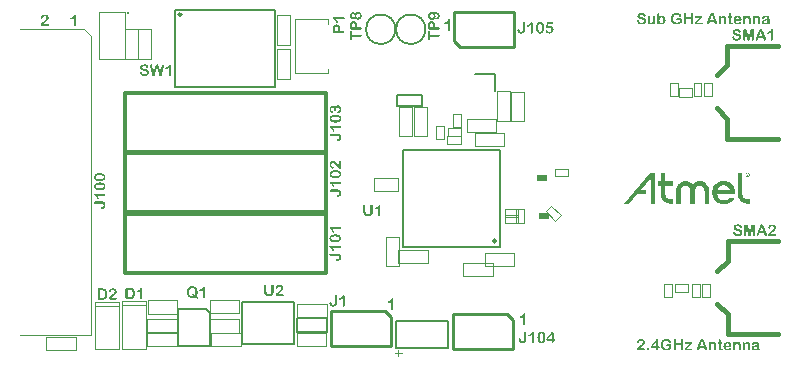
<source format=gto>
%FSLAX43Y43*%
%MOMM*%
G71*
G01*
G75*
G04 Layer_Color=60649*
%ADD10R,3.600X1.800*%
%ADD11R,0.800X0.650*%
%ADD12R,0.650X0.800*%
%ADD13R,0.282X0.205*%
%ADD14R,0.205X0.282*%
%ADD15R,1.200X1.200*%
%ADD16R,0.900X0.600*%
%ADD17R,0.600X0.900*%
%ADD18R,0.350X0.350*%
%ADD19R,0.350X0.350*%
G04:AMPARAMS|DCode=20|XSize=0.205mm|YSize=0.282mm|CornerRadius=0mm|HoleSize=0mm|Usage=FLASHONLY|Rotation=315.000|XOffset=0mm|YOffset=0mm|HoleType=Round|Shape=Rectangle|*
%AMROTATEDRECTD20*
4,1,4,-0.172,-0.027,0.027,0.172,0.172,0.027,-0.027,-0.172,-0.172,-0.027,0.0*
%
%ADD20ROTATEDRECTD20*%

%ADD21R,0.350X0.700*%
%ADD22R,0.600X0.600*%
%ADD23R,0.950X1.750*%
%ADD24R,0.600X0.500*%
%ADD25R,0.762X0.762*%
%ADD26R,0.350X0.850*%
%ADD27R,1.100X0.700*%
%ADD28O,0.700X0.250*%
%ADD29O,0.250X0.700*%
%ADD30R,4.700X4.700*%
%ADD31R,1.600X1.400*%
%ADD32R,0.300X0.700*%
%ADD33R,1.300X1.100*%
%ADD34R,2.250X1.000*%
%ADD35R,2.200X1.050*%
%ADD36R,1.050X1.000*%
%ADD37R,1.200X3.200*%
%ADD38R,3.000X3.000*%
%ADD39R,3.200X1.200*%
%ADD40C,0.300*%
%ADD41C,0.254*%
%ADD42C,0.150*%
%ADD43C,0.203*%
%ADD44C,0.175*%
%ADD45C,0.152*%
%ADD46C,0.200*%
%ADD47C,0.400*%
%ADD48C,0.195*%
%ADD49C,0.170*%
%ADD50C,0.210*%
%ADD51C,0.190*%
%ADD52C,0.350*%
%ADD53R,1.547X1.240*%
%ADD54R,0.920X0.400*%
%ADD55R,0.920X0.400*%
%ADD56R,0.900X0.400*%
%ADD57R,0.002X0.195*%
%ADD58R,0.000X0.195*%
%ADD59R,0.486X1.169*%
%ADD60R,0.729X0.544*%
%ADD61R,0.428X1.195*%
%ADD62R,0.643X0.715*%
%ADD63C,2.000*%
%ADD64O,0.900X1.200*%
%ADD65O,0.900X1.250*%
%ADD66C,1.700*%
%ADD67R,4.200X1.350*%
%ADD68R,1.700X1.700*%
%ADD69C,1.800*%
%ADD70R,1.800X1.800*%
%ADD71C,0.550*%
%ADD72C,0.350*%
%ADD73C,0.800*%
%ADD74C,0.737*%
%ADD75C,0.250*%
%ADD76C,0.100*%
%ADD77C,0.102*%
%ADD78R,0.875X0.550*%
G36*
X56393Y1699D02*
X56404Y1697D01*
X56414Y1693D01*
X56426Y1688D01*
X56438Y1681D01*
X56449Y1670D01*
X56450Y1669D01*
X56453Y1664D01*
X56458Y1658D01*
X56462Y1649D01*
X56467Y1637D01*
X56472Y1622D01*
X56475Y1604D01*
X56476Y1583D01*
Y833D01*
Y830D01*
Y822D01*
X56475Y812D01*
X56473Y800D01*
X56468Y785D01*
X56464Y770D01*
X56456Y756D01*
X56447Y744D01*
X56446Y743D01*
X56443Y740D01*
X56437Y735D01*
X56429Y730D01*
X56419Y724D01*
X56407Y720D01*
X56393Y717D01*
X56378Y715D01*
X56371D01*
X56363Y717D01*
X56353Y718D01*
X56342Y723D01*
X56330Y727D01*
X56320Y735D01*
X56309Y744D01*
X56308Y746D01*
X56305Y750D01*
X56302Y756D01*
X56297Y767D01*
X56291Y779D01*
X56288Y794D01*
X56285Y812D01*
X56284Y833D01*
Y1153D01*
X55866D01*
Y833D01*
Y830D01*
Y822D01*
X55864Y812D01*
X55863Y800D01*
X55858Y785D01*
X55853Y770D01*
X55846Y756D01*
X55837Y744D01*
X55835Y743D01*
X55832Y740D01*
X55826Y735D01*
X55819Y730D01*
X55808Y724D01*
X55796Y720D01*
X55783Y717D01*
X55768Y715D01*
X55760D01*
X55753Y717D01*
X55742Y718D01*
X55732Y723D01*
X55720Y727D01*
X55709Y735D01*
X55699Y744D01*
X55697Y746D01*
X55694Y750D01*
X55691Y756D01*
X55687Y767D01*
X55681Y779D01*
X55678Y794D01*
X55675Y812D01*
X55673Y833D01*
Y1583D01*
Y1586D01*
Y1592D01*
X55675Y1603D01*
X55676Y1616D01*
X55679Y1630D01*
X55684Y1645D01*
X55690Y1658D01*
X55699Y1670D01*
X55700Y1672D01*
X55703Y1675D01*
X55709Y1679D01*
X55717Y1685D01*
X55727Y1691D01*
X55739Y1696D01*
X55753Y1699D01*
X55768Y1700D01*
X55775D01*
X55783Y1699D01*
X55793Y1697D01*
X55804Y1693D01*
X55816Y1688D01*
X55828Y1681D01*
X55838Y1670D01*
X55840Y1669D01*
X55843Y1664D01*
X55847Y1658D01*
X55852Y1649D01*
X55856Y1637D01*
X55861Y1622D01*
X55864Y1604D01*
X55866Y1583D01*
Y1311D01*
X56284D01*
Y1583D01*
Y1586D01*
Y1592D01*
X56285Y1603D01*
X56287Y1616D01*
X56290Y1630D01*
X56294Y1645D01*
X56300Y1658D01*
X56309Y1670D01*
X56311Y1672D01*
X56314Y1675D01*
X56320Y1679D01*
X56327Y1685D01*
X56338Y1691D01*
X56350Y1696D01*
X56363Y1699D01*
X56378Y1700D01*
X56386D01*
X56393Y1699D01*
D02*
G37*
G36*
X57123Y1419D02*
X57135D01*
X57163Y1413D01*
X57177Y1409D01*
X57189Y1403D01*
X57190D01*
X57193Y1400D01*
X57199Y1395D01*
X57205Y1389D01*
X57210Y1382D01*
X57216Y1371D01*
X57219Y1359D01*
X57220Y1344D01*
Y1341D01*
Y1335D01*
X57217Y1326D01*
X57214Y1314D01*
X57213Y1311D01*
X57210Y1305D01*
X57207Y1297D01*
X57201Y1288D01*
X57199Y1287D01*
X57196Y1282D01*
X57189Y1275D01*
X57181Y1266D01*
X57180Y1263D01*
X57174Y1257D01*
X57163Y1246D01*
X57151Y1233D01*
X56826Y870D01*
X57181D01*
X57189Y869D01*
X57198Y867D01*
X57219Y861D01*
X57228Y857D01*
X57237Y849D01*
X57238Y848D01*
X57240Y846D01*
X57244Y842D01*
X57249Y836D01*
X57256Y819D01*
X57258Y810D01*
X57259Y798D01*
Y797D01*
Y794D01*
X57258Y788D01*
X57256Y782D01*
X57253Y774D01*
X57250Y767D01*
X57244Y758D01*
X57237Y750D01*
X57235D01*
X57232Y747D01*
X57228Y744D01*
X57222Y741D01*
X57213Y738D01*
X57201Y735D01*
X57189Y734D01*
X57174Y732D01*
X56685D01*
X56676Y734D01*
X56664Y735D01*
X56640Y741D01*
X56628Y746D01*
X56617Y753D01*
X56616Y755D01*
X56614Y758D01*
X56610Y762D01*
X56605Y770D01*
X56601Y777D01*
X56598Y788D01*
X56595Y800D01*
X56593Y813D01*
Y815D01*
Y818D01*
X56595Y822D01*
Y827D01*
X56601Y842D01*
X56604Y849D01*
X56610Y858D01*
X56611Y860D01*
X56613Y863D01*
X56619Y869D01*
X56626Y878D01*
X56635Y890D01*
X56649Y905D01*
X56664Y923D01*
X56684Y944D01*
Y946D01*
X56687Y947D01*
X56693Y955D01*
X56705Y967D01*
X56718Y983D01*
X56735Y1001D01*
X56753Y1021D01*
X56789Y1061D01*
X56790Y1064D01*
X56796Y1070D01*
X56807Y1081D01*
X56817Y1093D01*
X56831Y1108D01*
X56846Y1124D01*
X56877Y1159D01*
X56879Y1161D01*
X56885Y1167D01*
X56893Y1176D01*
X56902Y1186D01*
X56923Y1212D01*
X56945Y1237D01*
X56947Y1239D01*
X56950Y1243D01*
X56954Y1249D01*
X56960Y1257D01*
X56975Y1275D01*
X56989Y1293D01*
X56706D01*
X56694Y1294D01*
X56667Y1297D01*
X56653Y1299D01*
X56641Y1302D01*
X56640D01*
X56637Y1303D01*
X56632Y1306D01*
X56628Y1312D01*
X56623Y1318D01*
X56619Y1327D01*
X56616Y1339D01*
X56614Y1353D01*
Y1355D01*
Y1358D01*
X56616Y1364D01*
X56617Y1371D01*
X56623Y1386D01*
X56628Y1394D01*
X56635Y1401D01*
X56637Y1403D01*
X56640Y1404D01*
X56644Y1407D01*
X56650Y1412D01*
X56659Y1415D01*
X56670Y1418D01*
X56682Y1419D01*
X56696Y1421D01*
X57112D01*
X57123Y1419D01*
D02*
G37*
G36*
X52942Y1688D02*
X52951D01*
X52975Y1685D01*
X53001Y1682D01*
X53030Y1676D01*
X53058Y1669D01*
X53085Y1658D01*
X53087Y1657D01*
X53093Y1654D01*
X53102Y1649D01*
X53112Y1643D01*
X53124Y1636D01*
X53138Y1625D01*
X53151Y1615D01*
X53165Y1601D01*
X53166Y1600D01*
X53171Y1595D01*
X53177Y1588D01*
X53184Y1577D01*
X53193Y1565D01*
X53202Y1550D01*
X53212Y1535D01*
X53219Y1517D01*
X53221Y1515D01*
X53222Y1509D01*
X53225Y1499D01*
X53230Y1487D01*
X53233Y1472D01*
X53236Y1455D01*
X53237Y1437D01*
X53239Y1418D01*
Y1416D01*
Y1415D01*
Y1410D01*
Y1404D01*
X53237Y1389D01*
X53234Y1370D01*
X53228Y1345D01*
X53222Y1321D01*
X53212Y1296D01*
X53198Y1270D01*
X53196Y1267D01*
X53190Y1260D01*
X53183Y1248D01*
X53172Y1233D01*
X53160Y1218D01*
X53145Y1200D01*
X53130Y1183D01*
X53115Y1168D01*
X53114Y1167D01*
X53108Y1161D01*
X53097Y1152D01*
X53082Y1140D01*
X53064Y1123D01*
X53040Y1103D01*
X53012Y1079D01*
X52977Y1051D01*
X52975Y1049D01*
X52972Y1048D01*
X52968Y1043D01*
X52962Y1037D01*
X52944Y1024D01*
X52924Y1006D01*
X52902Y986D01*
X52879Y965D01*
X52860Y946D01*
X52843Y927D01*
Y926D01*
X52840Y924D01*
X52833Y915D01*
X52824Y902D01*
X52812Y885D01*
X53159D01*
X53168Y884D01*
X53178Y882D01*
X53204Y876D01*
X53216Y872D01*
X53227Y864D01*
X53228Y863D01*
X53231Y860D01*
X53236Y855D01*
X53240Y849D01*
X53245Y842D01*
X53249Y831D01*
X53252Y821D01*
X53254Y807D01*
Y806D01*
Y803D01*
X53252Y797D01*
X53251Y789D01*
X53245Y771D01*
X53240Y762D01*
X53233Y753D01*
X53231Y752D01*
X53228Y750D01*
X53224Y747D01*
X53218Y743D01*
X53209Y738D01*
X53196Y735D01*
X53184Y734D01*
X53169Y732D01*
X52684D01*
X52675Y734D01*
X52664Y735D01*
X52652Y738D01*
X52639Y743D01*
X52627Y749D01*
X52615Y758D01*
X52613Y759D01*
X52610Y762D01*
X52606Y768D01*
X52601Y776D01*
X52597Y785D01*
X52592Y797D01*
X52589Y809D01*
X52588Y822D01*
Y824D01*
Y827D01*
X52589Y831D01*
X52590Y839D01*
X52592Y848D01*
X52595Y858D01*
X52600Y870D01*
X52606Y884D01*
X52607Y885D01*
X52609Y890D01*
X52613Y897D01*
X52618Y906D01*
X52630Y926D01*
X52637Y935D01*
X52645Y944D01*
X52646Y946D01*
X52649Y949D01*
X52654Y953D01*
X52660Y959D01*
X52675Y976D01*
X52696Y997D01*
X52720Y1021D01*
X52747Y1046D01*
X52772Y1073D01*
X52800Y1097D01*
X52801Y1099D01*
X52803Y1100D01*
X52812Y1108D01*
X52824Y1118D01*
X52839Y1132D01*
X52854Y1147D01*
X52870Y1161D01*
X52885Y1173D01*
X52899Y1182D01*
X52902Y1183D01*
X52908Y1188D01*
X52918Y1195D01*
X52930Y1206D01*
X52944Y1216D01*
X52959Y1230D01*
X52974Y1243D01*
X52987Y1257D01*
X52989Y1258D01*
X52993Y1264D01*
X53000Y1272D01*
X53009Y1281D01*
X53016Y1293D01*
X53025Y1306D01*
X53034Y1320D01*
X53042Y1335D01*
X53043Y1336D01*
X53045Y1342D01*
X53048Y1350D01*
X53052Y1361D01*
X53055Y1373D01*
X53058Y1385D01*
X53060Y1400D01*
X53061Y1413D01*
Y1415D01*
Y1421D01*
X53060Y1428D01*
X53058Y1439D01*
X53052Y1463D01*
X53048Y1475D01*
X53040Y1487D01*
X53039Y1488D01*
X53037Y1493D01*
X53033Y1499D01*
X53027Y1506D01*
X53019Y1514D01*
X53009Y1523D01*
X52998Y1530D01*
X52986Y1538D01*
X52984Y1539D01*
X52980Y1541D01*
X52974Y1544D01*
X52965Y1548D01*
X52953Y1552D01*
X52941Y1555D01*
X52927Y1556D01*
X52912Y1558D01*
X52905D01*
X52899Y1556D01*
X52882Y1553D01*
X52864Y1548D01*
X52842Y1539D01*
X52819Y1526D01*
X52809Y1517D01*
X52798Y1508D01*
X52787Y1496D01*
X52778Y1482D01*
X52777Y1479D01*
X52775Y1476D01*
X52774Y1472D01*
X52771Y1464D01*
X52766Y1455D01*
X52762Y1443D01*
X52756Y1428D01*
Y1427D01*
X52753Y1421D01*
X52750Y1413D01*
X52745Y1404D01*
X52735Y1383D01*
X52729Y1373D01*
X52721Y1362D01*
X52720Y1361D01*
X52718Y1359D01*
X52714Y1355D01*
X52708Y1352D01*
X52700Y1347D01*
X52690Y1342D01*
X52679Y1341D01*
X52666Y1339D01*
X52661D01*
X52655Y1341D01*
X52648Y1342D01*
X52630Y1349D01*
X52621Y1353D01*
X52612Y1361D01*
X52610Y1362D01*
X52609Y1365D01*
X52606Y1370D01*
X52601Y1376D01*
X52597Y1385D01*
X52594Y1394D01*
X52592Y1406D01*
X52590Y1419D01*
Y1421D01*
Y1427D01*
X52592Y1436D01*
X52594Y1448D01*
X52595Y1461D01*
X52600Y1478D01*
X52604Y1494D01*
X52610Y1512D01*
X52612Y1514D01*
X52615Y1520D01*
X52619Y1530D01*
X52625Y1541D01*
X52634Y1555D01*
X52645Y1570D01*
X52657Y1585D01*
X52670Y1600D01*
X52672Y1601D01*
X52678Y1607D01*
X52687Y1613D01*
X52699Y1624D01*
X52712Y1633D01*
X52730Y1645D01*
X52750Y1655D01*
X52772Y1664D01*
X52775Y1666D01*
X52783Y1669D01*
X52797Y1672D01*
X52813Y1678D01*
X52834Y1682D01*
X52860Y1685D01*
X52887Y1688D01*
X52917Y1690D01*
X52933D01*
X52942Y1688D01*
D02*
G37*
G36*
X61934Y1436D02*
X61951Y1433D01*
X61970Y1430D01*
X61992Y1424D01*
X62014Y1416D01*
X62035Y1406D01*
X62038Y1404D01*
X62044Y1400D01*
X62055Y1394D01*
X62067Y1383D01*
X62080Y1371D01*
X62094Y1358D01*
X62107Y1339D01*
X62118Y1320D01*
X62119Y1318D01*
X62121Y1314D01*
X62124Y1308D01*
X62127Y1299D01*
X62131Y1288D01*
X62134Y1276D01*
X62140Y1249D01*
Y1248D01*
X62142Y1243D01*
Y1234D01*
X62143Y1224D01*
X62145Y1209D01*
Y1192D01*
X62146Y1174D01*
Y1153D01*
Y822D01*
Y819D01*
Y813D01*
X62145Y804D01*
X62143Y792D01*
X62140Y780D01*
X62136Y767D01*
X62130Y753D01*
X62121Y743D01*
X62119Y741D01*
X62116Y738D01*
X62112Y734D01*
X62104Y729D01*
X62095Y724D01*
X62085Y720D01*
X62071Y717D01*
X62058Y715D01*
X62052D01*
X62044Y717D01*
X62035Y718D01*
X62025Y721D01*
X62014Y727D01*
X62004Y734D01*
X61995Y743D01*
X61993Y744D01*
X61992Y749D01*
X61987Y755D01*
X61982Y764D01*
X61978Y774D01*
X61975Y788D01*
X61972Y804D01*
X61970Y822D01*
Y1118D01*
Y1120D01*
Y1123D01*
Y1127D01*
Y1133D01*
X61969Y1149D01*
X61967Y1168D01*
X61964Y1191D01*
X61960Y1213D01*
X61954Y1234D01*
X61945Y1254D01*
X61943Y1255D01*
X61940Y1261D01*
X61933Y1269D01*
X61924Y1278D01*
X61910Y1285D01*
X61894Y1293D01*
X61873Y1299D01*
X61847Y1300D01*
X61840D01*
X61831Y1299D01*
X61819Y1297D01*
X61805Y1293D01*
X61790Y1288D01*
X61775Y1281D01*
X61760Y1272D01*
X61758Y1270D01*
X61754Y1267D01*
X61746Y1260D01*
X61739Y1251D01*
X61728Y1240D01*
X61719Y1227D01*
X61710Y1212D01*
X61703Y1194D01*
Y1192D01*
X61701Y1186D01*
X61700Y1176D01*
X61697Y1161D01*
X61695Y1140D01*
X61692Y1114D01*
Y1099D01*
X61691Y1082D01*
Y1064D01*
Y1045D01*
Y822D01*
Y819D01*
Y813D01*
X61689Y804D01*
X61688Y792D01*
X61685Y779D01*
X61680Y765D01*
X61674Y753D01*
X61665Y741D01*
X61664Y740D01*
X61661Y737D01*
X61655Y734D01*
X61647Y729D01*
X61638Y723D01*
X61628Y720D01*
X61614Y717D01*
X61601Y715D01*
X61595D01*
X61587Y717D01*
X61578Y718D01*
X61567Y721D01*
X61557Y727D01*
X61546Y734D01*
X61537Y743D01*
X61536Y744D01*
X61534Y749D01*
X61530Y755D01*
X61525Y764D01*
X61521Y774D01*
X61518Y788D01*
X61515Y804D01*
X61513Y822D01*
Y1335D01*
Y1338D01*
Y1344D01*
X61515Y1353D01*
X61516Y1364D01*
X61522Y1389D01*
X61527Y1401D01*
X61534Y1412D01*
X61536Y1413D01*
X61539Y1416D01*
X61543Y1419D01*
X61551Y1425D01*
X61558Y1430D01*
X61569Y1433D01*
X61581Y1436D01*
X61595Y1437D01*
X61604D01*
X61610Y1436D01*
X61623Y1433D01*
X61637Y1425D01*
X61638D01*
X61640Y1424D01*
X61647Y1418D01*
X61658Y1407D01*
X61667Y1392D01*
Y1391D01*
X61668Y1389D01*
X61671Y1383D01*
X61673Y1377D01*
X61676Y1370D01*
X61677Y1361D01*
X61679Y1338D01*
Y1317D01*
X61680Y1320D01*
X61686Y1327D01*
X61697Y1338D01*
X61709Y1352D01*
X61724Y1367D01*
X61742Y1382D01*
X61760Y1395D01*
X61781Y1407D01*
X61784Y1409D01*
X61792Y1412D01*
X61802Y1416D01*
X61819Y1422D01*
X61837Y1428D01*
X61859Y1433D01*
X61883Y1436D01*
X61909Y1437D01*
X61921D01*
X61934Y1436D01*
D02*
G37*
G36*
X61131D02*
X61148Y1433D01*
X61167Y1430D01*
X61189Y1424D01*
X61211Y1416D01*
X61232Y1406D01*
X61235Y1404D01*
X61241Y1400D01*
X61252Y1394D01*
X61264Y1383D01*
X61277Y1371D01*
X61291Y1358D01*
X61304Y1339D01*
X61315Y1320D01*
X61316Y1318D01*
X61318Y1314D01*
X61321Y1308D01*
X61324Y1299D01*
X61328Y1288D01*
X61331Y1276D01*
X61337Y1249D01*
Y1248D01*
X61339Y1243D01*
Y1234D01*
X61340Y1224D01*
X61342Y1209D01*
Y1192D01*
X61343Y1174D01*
Y1153D01*
Y822D01*
Y819D01*
Y813D01*
X61342Y804D01*
X61340Y792D01*
X61337Y780D01*
X61333Y767D01*
X61327Y753D01*
X61318Y743D01*
X61316Y741D01*
X61313Y738D01*
X61309Y734D01*
X61301Y729D01*
X61292Y724D01*
X61282Y720D01*
X61268Y717D01*
X61255Y715D01*
X61249D01*
X61241Y717D01*
X61232Y718D01*
X61222Y721D01*
X61211Y727D01*
X61201Y734D01*
X61192Y743D01*
X61190Y744D01*
X61189Y749D01*
X61184Y755D01*
X61180Y764D01*
X61175Y774D01*
X61172Y788D01*
X61169Y804D01*
X61167Y822D01*
Y1118D01*
Y1120D01*
Y1123D01*
Y1127D01*
Y1133D01*
X61166Y1149D01*
X61164Y1168D01*
X61161Y1191D01*
X61157Y1213D01*
X61151Y1234D01*
X61142Y1254D01*
X61140Y1255D01*
X61137Y1261D01*
X61130Y1269D01*
X61121Y1278D01*
X61107Y1285D01*
X61091Y1293D01*
X61070Y1299D01*
X61044Y1300D01*
X61037D01*
X61028Y1299D01*
X61016Y1297D01*
X61002Y1293D01*
X60987Y1288D01*
X60972Y1281D01*
X60957Y1272D01*
X60955Y1270D01*
X60951Y1267D01*
X60943Y1260D01*
X60936Y1251D01*
X60925Y1240D01*
X60916Y1227D01*
X60907Y1212D01*
X60900Y1194D01*
Y1192D01*
X60898Y1186D01*
X60897Y1176D01*
X60894Y1161D01*
X60892Y1140D01*
X60889Y1114D01*
Y1099D01*
X60888Y1082D01*
Y1064D01*
Y1045D01*
Y822D01*
Y819D01*
Y813D01*
X60886Y804D01*
X60885Y792D01*
X60882Y779D01*
X60877Y765D01*
X60871Y753D01*
X60862Y741D01*
X60861Y740D01*
X60858Y737D01*
X60852Y734D01*
X60844Y729D01*
X60835Y723D01*
X60825Y720D01*
X60811Y717D01*
X60798Y715D01*
X60792D01*
X60784Y717D01*
X60775Y718D01*
X60765Y721D01*
X60754Y727D01*
X60743Y734D01*
X60734Y743D01*
X60733Y744D01*
X60731Y749D01*
X60727Y755D01*
X60722Y764D01*
X60718Y774D01*
X60715Y788D01*
X60712Y804D01*
X60710Y822D01*
Y1335D01*
Y1338D01*
Y1344D01*
X60712Y1353D01*
X60713Y1364D01*
X60719Y1389D01*
X60724Y1401D01*
X60731Y1412D01*
X60733Y1413D01*
X60736Y1416D01*
X60740Y1419D01*
X60748Y1425D01*
X60755Y1430D01*
X60766Y1433D01*
X60778Y1436D01*
X60792Y1437D01*
X60801D01*
X60807Y1436D01*
X60820Y1433D01*
X60834Y1425D01*
X60835D01*
X60837Y1424D01*
X60844Y1418D01*
X60855Y1407D01*
X60864Y1392D01*
Y1391D01*
X60865Y1389D01*
X60868Y1383D01*
X60870Y1377D01*
X60873Y1370D01*
X60874Y1361D01*
X60876Y1338D01*
Y1317D01*
X60877Y1320D01*
X60883Y1327D01*
X60894Y1338D01*
X60906Y1352D01*
X60921Y1367D01*
X60939Y1382D01*
X60957Y1395D01*
X60978Y1407D01*
X60981Y1409D01*
X60989Y1412D01*
X60999Y1416D01*
X61016Y1422D01*
X61034Y1428D01*
X61056Y1433D01*
X61080Y1436D01*
X61106Y1437D01*
X61118D01*
X61131Y1436D01*
D02*
G37*
G36*
X59067D02*
X59083Y1433D01*
X59103Y1430D01*
X59124Y1424D01*
X59147Y1416D01*
X59168Y1406D01*
X59171Y1404D01*
X59177Y1400D01*
X59187Y1394D01*
X59199Y1383D01*
X59213Y1371D01*
X59226Y1358D01*
X59240Y1339D01*
X59250Y1320D01*
X59252Y1318D01*
X59253Y1314D01*
X59256Y1308D01*
X59259Y1299D01*
X59264Y1288D01*
X59267Y1276D01*
X59273Y1249D01*
Y1248D01*
X59274Y1243D01*
Y1234D01*
X59276Y1224D01*
X59277Y1209D01*
Y1192D01*
X59279Y1174D01*
Y1153D01*
Y822D01*
Y819D01*
Y813D01*
X59277Y804D01*
X59276Y792D01*
X59273Y780D01*
X59268Y767D01*
X59262Y753D01*
X59253Y743D01*
X59252Y741D01*
X59249Y738D01*
X59244Y734D01*
X59237Y729D01*
X59228Y724D01*
X59217Y720D01*
X59204Y717D01*
X59190Y715D01*
X59184D01*
X59177Y717D01*
X59168Y718D01*
X59157Y721D01*
X59147Y727D01*
X59136Y734D01*
X59127Y743D01*
X59125Y744D01*
X59124Y749D01*
X59119Y755D01*
X59115Y764D01*
X59110Y774D01*
X59107Y788D01*
X59104Y804D01*
X59103Y822D01*
Y1118D01*
Y1120D01*
Y1123D01*
Y1127D01*
Y1133D01*
X59101Y1149D01*
X59100Y1168D01*
X59097Y1191D01*
X59092Y1213D01*
X59086Y1234D01*
X59077Y1254D01*
X59076Y1255D01*
X59073Y1261D01*
X59065Y1269D01*
X59056Y1278D01*
X59043Y1285D01*
X59026Y1293D01*
X59005Y1299D01*
X58980Y1300D01*
X58972D01*
X58963Y1299D01*
X58951Y1297D01*
X58938Y1293D01*
X58923Y1288D01*
X58907Y1281D01*
X58892Y1272D01*
X58891Y1270D01*
X58886Y1267D01*
X58879Y1260D01*
X58871Y1251D01*
X58861Y1240D01*
X58852Y1227D01*
X58843Y1212D01*
X58835Y1194D01*
Y1192D01*
X58834Y1186D01*
X58832Y1176D01*
X58829Y1161D01*
X58828Y1140D01*
X58825Y1114D01*
Y1099D01*
X58823Y1082D01*
Y1064D01*
Y1045D01*
Y822D01*
Y819D01*
Y813D01*
X58822Y804D01*
X58820Y792D01*
X58817Y779D01*
X58813Y765D01*
X58807Y753D01*
X58798Y741D01*
X58796Y740D01*
X58793Y737D01*
X58787Y734D01*
X58780Y729D01*
X58771Y723D01*
X58760Y720D01*
X58747Y717D01*
X58733Y715D01*
X58727D01*
X58720Y717D01*
X58710Y718D01*
X58700Y721D01*
X58689Y727D01*
X58679Y734D01*
X58670Y743D01*
X58668Y744D01*
X58667Y749D01*
X58662Y755D01*
X58658Y764D01*
X58653Y774D01*
X58650Y788D01*
X58647Y804D01*
X58646Y822D01*
Y1335D01*
Y1338D01*
Y1344D01*
X58647Y1353D01*
X58649Y1364D01*
X58655Y1389D01*
X58659Y1401D01*
X58667Y1412D01*
X58668Y1413D01*
X58671Y1416D01*
X58676Y1419D01*
X58683Y1425D01*
X58691Y1430D01*
X58701Y1433D01*
X58713Y1436D01*
X58727Y1437D01*
X58736D01*
X58742Y1436D01*
X58756Y1433D01*
X58769Y1425D01*
X58771D01*
X58772Y1424D01*
X58780Y1418D01*
X58790Y1407D01*
X58799Y1392D01*
Y1391D01*
X58801Y1389D01*
X58804Y1383D01*
X58805Y1377D01*
X58808Y1370D01*
X58810Y1361D01*
X58811Y1338D01*
Y1317D01*
X58813Y1320D01*
X58819Y1327D01*
X58829Y1338D01*
X58841Y1352D01*
X58856Y1367D01*
X58874Y1382D01*
X58892Y1395D01*
X58913Y1407D01*
X58916Y1409D01*
X58924Y1412D01*
X58935Y1416D01*
X58951Y1422D01*
X58969Y1428D01*
X58992Y1433D01*
X59016Y1436D01*
X59041Y1437D01*
X59053D01*
X59067Y1436D01*
D02*
G37*
G36*
X62655Y1437D02*
X62667D01*
X62694Y1436D01*
X62722Y1431D01*
X62752Y1427D01*
X62782Y1419D01*
X62810Y1410D01*
X62811D01*
X62813Y1409D01*
X62820Y1406D01*
X62832Y1398D01*
X62847Y1389D01*
X62862Y1377D01*
X62879Y1362D01*
X62892Y1344D01*
X62904Y1323D01*
X62906Y1320D01*
X62909Y1312D01*
X62913Y1299D01*
X62918Y1281D01*
X62922Y1258D01*
X62927Y1230D01*
X62930Y1200D01*
X62931Y1164D01*
Y1161D01*
Y1153D01*
Y1143D01*
Y1127D01*
Y1111D01*
Y1093D01*
Y1075D01*
Y1058D01*
Y1057D01*
Y1051D01*
Y1042D01*
Y1030D01*
Y1015D01*
Y998D01*
Y980D01*
Y961D01*
Y959D01*
Y952D01*
X62933Y943D01*
Y929D01*
X62936Y914D01*
X62939Y896D01*
X62942Y876D01*
X62948Y857D01*
X62949Y854D01*
X62951Y848D01*
X62954Y839D01*
X62957Y828D01*
X62961Y804D01*
X62964Y795D01*
Y788D01*
Y786D01*
Y783D01*
X62963Y777D01*
X62961Y771D01*
X62958Y762D01*
X62952Y755D01*
X62946Y746D01*
X62937Y737D01*
X62936Y735D01*
X62933Y734D01*
X62928Y730D01*
X62921Y726D01*
X62903Y718D01*
X62892Y717D01*
X62880Y715D01*
X62876D01*
X62870Y717D01*
X62864Y718D01*
X62855Y721D01*
X62846Y726D01*
X62837Y732D01*
X62826Y741D01*
X62825Y743D01*
X62822Y746D01*
X62816Y752D01*
X62810Y761D01*
X62800Y771D01*
X62790Y783D01*
X62779Y798D01*
X62769Y816D01*
X62766Y815D01*
X62758Y807D01*
X62746Y798D01*
X62730Y788D01*
X62712Y776D01*
X62691Y762D01*
X62668Y750D01*
X62646Y740D01*
X62643Y738D01*
X62635Y737D01*
X62623Y732D01*
X62607Y727D01*
X62585Y723D01*
X62563Y720D01*
X62537Y717D01*
X62510Y715D01*
X62498D01*
X62486Y717D01*
X62470Y718D01*
X62452Y721D01*
X62432Y726D01*
X62411Y732D01*
X62391Y741D01*
X62390Y743D01*
X62382Y746D01*
X62373Y752D01*
X62363Y761D01*
X62349Y771D01*
X62336Y783D01*
X62324Y798D01*
X62312Y815D01*
X62310Y816D01*
X62307Y822D01*
X62303Y833D01*
X62298Y845D01*
X62294Y860D01*
X62289Y876D01*
X62286Y896D01*
X62285Y915D01*
Y917D01*
Y918D01*
X62286Y927D01*
X62288Y941D01*
X62291Y958D01*
X62295Y977D01*
X62304Y998D01*
X62315Y1019D01*
X62330Y1039D01*
X62331Y1042D01*
X62339Y1048D01*
X62349Y1055D01*
X62363Y1067D01*
X62381Y1078D01*
X62404Y1090D01*
X62428Y1100D01*
X62456Y1108D01*
X62459D01*
X62465Y1109D01*
X62473Y1111D01*
X62483Y1114D01*
X62498Y1117D01*
X62516Y1120D01*
X62539Y1124D01*
X62542D01*
X62551Y1127D01*
X62563Y1130D01*
X62578Y1133D01*
X62596Y1138D01*
X62616Y1141D01*
X62635Y1146D01*
X62653Y1150D01*
X62655D01*
X62662Y1152D01*
X62671Y1155D01*
X62685Y1158D01*
X62700Y1162D01*
X62718Y1167D01*
X62737Y1173D01*
X62758Y1179D01*
Y1180D01*
Y1182D01*
X62757Y1191D01*
X62755Y1203D01*
X62752Y1218D01*
X62749Y1236D01*
X62743Y1252D01*
X62737Y1269D01*
X62728Y1282D01*
X62727Y1284D01*
X62724Y1287D01*
X62716Y1293D01*
X62707Y1299D01*
X62692Y1305D01*
X62676Y1311D01*
X62653Y1314D01*
X62626Y1315D01*
X62616D01*
X62604Y1314D01*
X62588Y1312D01*
X62572Y1311D01*
X62554Y1308D01*
X62539Y1302D01*
X62524Y1296D01*
X62522Y1294D01*
X62518Y1293D01*
X62512Y1288D01*
X62504Y1281D01*
X62495Y1273D01*
X62486Y1264D01*
X62476Y1252D01*
X62467Y1239D01*
X62465Y1237D01*
X62462Y1233D01*
X62459Y1227D01*
X62453Y1219D01*
X62443Y1203D01*
X62437Y1195D01*
X62432Y1189D01*
X62431Y1188D01*
X62428Y1186D01*
X62423Y1183D01*
X62417Y1182D01*
X62410Y1179D01*
X62401Y1177D01*
X62384D01*
X62378Y1179D01*
X62370Y1180D01*
X62354Y1185D01*
X62346Y1189D01*
X62337Y1195D01*
X62336Y1197D01*
X62334Y1198D01*
X62331Y1203D01*
X62327Y1209D01*
X62319Y1224D01*
X62318Y1234D01*
X62316Y1245D01*
Y1246D01*
Y1252D01*
X62318Y1261D01*
X62321Y1273D01*
X62324Y1287D01*
X62330Y1302D01*
X62339Y1318D01*
X62349Y1335D01*
X62351Y1336D01*
X62355Y1342D01*
X62363Y1352D01*
X62375Y1361D01*
X62388Y1373D01*
X62407Y1385D01*
X62428Y1397D01*
X62452Y1409D01*
X62453D01*
X62455Y1410D01*
X62459Y1412D01*
X62464Y1413D01*
X62480Y1418D01*
X62500Y1424D01*
X62525Y1430D01*
X62555Y1434D01*
X62588Y1437D01*
X62626Y1439D01*
X62646D01*
X62655Y1437D01*
D02*
G37*
G36*
X54267Y1696D02*
X54284Y1691D01*
X54302Y1684D01*
X54311Y1678D01*
X54320Y1669D01*
X54329Y1660D01*
X54336Y1649D01*
X54342Y1636D01*
X54347Y1621D01*
X54350Y1603D01*
X54351Y1583D01*
Y1081D01*
X54396D01*
X54407Y1079D01*
X54433Y1075D01*
X54446Y1070D01*
X54458Y1066D01*
X54460D01*
X54463Y1063D01*
X54469Y1060D01*
X54475Y1054D01*
X54479Y1046D01*
X54485Y1036D01*
X54488Y1022D01*
X54490Y1007D01*
Y1006D01*
Y1001D01*
X54488Y994D01*
X54487Y986D01*
X54484Y977D01*
X54479Y967D01*
X54473Y959D01*
X54464Y952D01*
X54463D01*
X54460Y949D01*
X54454Y947D01*
X54446Y944D01*
X54436Y941D01*
X54423Y938D01*
X54408Y937D01*
X54390Y935D01*
X54351D01*
Y813D01*
Y812D01*
Y806D01*
X54350Y797D01*
X54348Y786D01*
X54345Y774D01*
X54342Y761D01*
X54336Y750D01*
X54329Y740D01*
X54327Y738D01*
X54324Y737D01*
X54320Y732D01*
X54314Y727D01*
X54305Y723D01*
X54294Y720D01*
X54284Y717D01*
X54270Y715D01*
X54264D01*
X54257Y717D01*
X54249Y718D01*
X54239Y721D01*
X54230Y726D01*
X54219Y732D01*
X54210Y740D01*
X54208Y741D01*
X54207Y744D01*
X54204Y750D01*
X54199Y759D01*
X54195Y768D01*
X54192Y782D01*
X54190Y797D01*
X54189Y813D01*
Y935D01*
X53852D01*
X53842Y937D01*
X53828Y938D01*
X53813Y941D01*
X53798Y947D01*
X53783Y953D01*
X53769Y962D01*
X53768Y964D01*
X53765Y968D01*
X53759Y974D01*
X53754Y983D01*
X53748Y994D01*
X53742Y1007D01*
X53739Y1022D01*
X53738Y1039D01*
Y1040D01*
Y1046D01*
X53739Y1054D01*
X53742Y1063D01*
X53744Y1066D01*
X53747Y1072D01*
X53751Y1079D01*
X53757Y1090D01*
X53759Y1093D01*
X53763Y1099D01*
X53769Y1106D01*
X53775Y1117D01*
X53777Y1120D01*
X53783Y1126D01*
X53790Y1136D01*
X53799Y1149D01*
X54144Y1610D01*
X54145Y1612D01*
X54150Y1618D01*
X54156Y1625D01*
X54163Y1636D01*
X54181Y1657D01*
X54190Y1667D01*
X54199Y1676D01*
X54201Y1678D01*
X54204Y1679D01*
X54208Y1682D01*
X54214Y1687D01*
X54231Y1694D01*
X54242Y1696D01*
X54252Y1697D01*
X54261D01*
X54267Y1696D01*
D02*
G37*
G36*
X53529Y909D02*
X53538Y908D01*
X53548Y903D01*
X53560Y899D01*
X53572Y891D01*
X53583Y882D01*
X53584Y881D01*
X53587Y878D01*
X53592Y872D01*
X53598Y863D01*
X53604Y852D01*
X53609Y842D01*
X53611Y828D01*
X53613Y813D01*
Y812D01*
Y806D01*
X53611Y797D01*
X53610Y786D01*
X53605Y776D01*
X53601Y764D01*
X53593Y752D01*
X53583Y741D01*
X53581Y740D01*
X53578Y737D01*
X53572Y734D01*
X53563Y729D01*
X53554Y723D01*
X53542Y720D01*
X53529Y717D01*
X53515Y715D01*
X53509D01*
X53500Y717D01*
X53491Y718D01*
X53481Y721D01*
X53469Y726D01*
X53457Y732D01*
X53446Y741D01*
X53445Y743D01*
X53442Y746D01*
X53437Y752D01*
X53433Y759D01*
X53427Y770D01*
X53422Y782D01*
X53419Y797D01*
X53418Y813D01*
Y815D01*
Y821D01*
X53419Y828D01*
X53421Y837D01*
X53424Y848D01*
X53430Y860D01*
X53436Y872D01*
X53445Y882D01*
X53446Y884D01*
X53449Y887D01*
X53455Y891D01*
X53464Y897D01*
X53475Y902D01*
X53485Y906D01*
X53499Y909D01*
X53514Y911D01*
X53521D01*
X53529Y909D01*
D02*
G37*
G36*
X52996Y29307D02*
X53016Y29305D01*
X53040Y29302D01*
X53066Y29299D01*
X53091Y29293D01*
X53117Y29286D01*
X53118D01*
X53120Y29284D01*
X53127Y29281D01*
X53139Y29277D01*
X53154Y29271D01*
X53171Y29263D01*
X53189Y29253D01*
X53207Y29242D01*
X53224Y29229D01*
X53225Y29227D01*
X53231Y29223D01*
X53239Y29215D01*
X53248Y29206D01*
X53257Y29194D01*
X53267Y29181D01*
X53278Y29167D01*
X53285Y29152D01*
X53287Y29150D01*
X53288Y29146D01*
X53291Y29137D01*
X53296Y29128D01*
X53299Y29116D01*
X53302Y29104D01*
X53303Y29089D01*
X53305Y29075D01*
Y29074D01*
Y29069D01*
X53303Y29063D01*
X53302Y29054D01*
X53299Y29045D01*
X53294Y29035D01*
X53288Y29023D01*
X53279Y29012D01*
X53278Y29011D01*
X53275Y29008D01*
X53270Y29003D01*
X53263Y28999D01*
X53254Y28994D01*
X53243Y28990D01*
X53233Y28987D01*
X53219Y28985D01*
X53213D01*
X53207Y28987D01*
X53201D01*
X53183Y28993D01*
X53175Y28996D01*
X53168Y29002D01*
Y29003D01*
X53165Y29005D01*
X53162Y29009D01*
X53157Y29015D01*
X53151Y29023D01*
X53145Y29032D01*
X53139Y29044D01*
X53132Y29057D01*
X53130Y29060D01*
X53127Y29066D01*
X53121Y29075D01*
X53114Y29087D01*
X53105Y29101D01*
X53094Y29114D01*
X53082Y29128D01*
X53069Y29140D01*
X53067Y29141D01*
X53061Y29144D01*
X53054Y29150D01*
X53040Y29156D01*
X53024Y29161D01*
X53004Y29167D01*
X52980Y29170D01*
X52951Y29172D01*
X52939D01*
X52926Y29170D01*
X52908Y29167D01*
X52890Y29164D01*
X52869Y29158D01*
X52849Y29149D01*
X52831Y29138D01*
X52830Y29137D01*
X52824Y29132D01*
X52818Y29125D01*
X52809Y29116D01*
X52801Y29104D01*
X52793Y29090D01*
X52787Y29075D01*
X52786Y29059D01*
Y29057D01*
Y29054D01*
X52787Y29048D01*
Y29042D01*
X52792Y29026D01*
X52801Y29009D01*
Y29008D01*
X52804Y29006D01*
X52812Y28997D01*
X52825Y28985D01*
X52843Y28973D01*
X52845D01*
X52848Y28972D01*
X52854Y28969D01*
X52861Y28966D01*
X52879Y28958D01*
X52899Y28951D01*
X52900D01*
X52905Y28949D01*
X52911Y28947D01*
X52921Y28944D01*
X52935Y28940D01*
X52950Y28935D01*
X52969Y28931D01*
X52992Y28925D01*
X52993D01*
X52995Y28923D01*
X53000D01*
X53006Y28922D01*
X53021Y28917D01*
X53040Y28913D01*
X53063Y28907D01*
X53087Y28901D01*
X53136Y28884D01*
X53138D01*
X53139Y28883D01*
X53147Y28880D01*
X53160Y28875D01*
X53175Y28869D01*
X53192Y28860D01*
X53212Y28851D01*
X53230Y28841D01*
X53248Y28829D01*
X53249Y28827D01*
X53255Y28823D01*
X53264Y28815D01*
X53275Y28806D01*
X53285Y28794D01*
X53297Y28781D01*
X53309Y28764D01*
X53320Y28746D01*
X53321Y28744D01*
X53324Y28737D01*
X53329Y28726D01*
X53333Y28713D01*
X53338Y28695D01*
X53342Y28674D01*
X53345Y28650D01*
X53347Y28624D01*
Y28623D01*
Y28620D01*
Y28615D01*
Y28609D01*
X53344Y28594D01*
X53341Y28573D01*
X53336Y28549D01*
X53327Y28523D01*
X53317Y28496D01*
X53302Y28469D01*
X53300Y28466D01*
X53293Y28457D01*
X53284Y28445D01*
X53269Y28430D01*
X53251Y28412D01*
X53228Y28394D01*
X53201Y28378D01*
X53171Y28361D01*
X53169D01*
X53166Y28360D01*
X53162Y28358D01*
X53156Y28355D01*
X53147Y28352D01*
X53138Y28349D01*
X53126Y28346D01*
X53114Y28343D01*
X53084Y28335D01*
X53049Y28329D01*
X53010Y28325D01*
X52968Y28323D01*
X52954D01*
X52944Y28325D01*
X52932D01*
X52918Y28326D01*
X52903Y28328D01*
X52885Y28329D01*
X52849Y28337D01*
X52810Y28346D01*
X52771Y28358D01*
X52735Y28376D01*
X52732Y28378D01*
X52724Y28384D01*
X52712Y28391D01*
X52697Y28403D01*
X52679Y28417D01*
X52663Y28435D01*
X52645Y28454D01*
X52628Y28477D01*
Y28478D01*
X52627Y28480D01*
X52622Y28487D01*
X52615Y28501D01*
X52609Y28517D01*
X52601Y28535D01*
X52594Y28558D01*
X52589Y28581D01*
X52588Y28603D01*
Y28605D01*
Y28609D01*
X52589Y28615D01*
X52590Y28624D01*
X52594Y28633D01*
X52598Y28642D01*
X52604Y28653D01*
X52612Y28662D01*
X52613Y28663D01*
X52616Y28666D01*
X52622Y28669D01*
X52630Y28675D01*
X52639Y28680D01*
X52649Y28683D01*
X52661Y28686D01*
X52675Y28687D01*
X52679D01*
X52685Y28686D01*
X52693Y28684D01*
X52709Y28680D01*
X52718Y28674D01*
X52726Y28668D01*
X52727Y28666D01*
X52729Y28665D01*
X52733Y28660D01*
X52738Y28653D01*
X52744Y28645D01*
X52750Y28636D01*
X52756Y28624D01*
X52762Y28611D01*
X52763Y28609D01*
X52765Y28603D01*
X52769Y28594D01*
X52774Y28584D01*
X52786Y28560D01*
X52801Y28534D01*
X52803Y28532D01*
X52806Y28529D01*
X52810Y28523D01*
X52818Y28516D01*
X52825Y28508D01*
X52836Y28501D01*
X52848Y28492D01*
X52861Y28484D01*
X52863Y28483D01*
X52869Y28481D01*
X52876Y28478D01*
X52888Y28475D01*
X52903Y28471D01*
X52920Y28468D01*
X52939Y28466D01*
X52962Y28465D01*
X52977D01*
X52992Y28466D01*
X53012Y28469D01*
X53034Y28474D01*
X53057Y28481D01*
X53081Y28490D01*
X53102Y28504D01*
X53105Y28505D01*
X53111Y28511D01*
X53118Y28520D01*
X53129Y28531D01*
X53139Y28546D01*
X53147Y28563D01*
X53153Y28582D01*
X53156Y28603D01*
Y28605D01*
Y28611D01*
X53154Y28620D01*
X53153Y28630D01*
X53148Y28644D01*
X53144Y28656D01*
X53136Y28668D01*
X53126Y28680D01*
X53124Y28681D01*
X53121Y28684D01*
X53114Y28690D01*
X53106Y28696D01*
X53094Y28704D01*
X53082Y28711D01*
X53067Y28719D01*
X53051Y28725D01*
X53049Y28726D01*
X53043Y28728D01*
X53033Y28731D01*
X53019Y28735D01*
X53001Y28740D01*
X52980Y28746D01*
X52956Y28754D01*
X52929Y28760D01*
X52927D01*
X52924Y28761D01*
X52918Y28763D01*
X52912Y28764D01*
X52903Y28766D01*
X52893Y28769D01*
X52869Y28776D01*
X52842Y28784D01*
X52813Y28793D01*
X52784Y28803D01*
X52757Y28815D01*
X52754Y28817D01*
X52745Y28821D01*
X52733Y28829D01*
X52718Y28839D01*
X52700Y28851D01*
X52682Y28866D01*
X52664Y28883D01*
X52648Y28902D01*
X52646Y28905D01*
X52642Y28913D01*
X52634Y28925D01*
X52628Y28940D01*
X52621Y28961D01*
X52613Y28984D01*
X52609Y29011D01*
X52607Y29041D01*
Y29042D01*
Y29044D01*
Y29048D01*
Y29054D01*
X52610Y29069D01*
X52613Y29089D01*
X52618Y29110D01*
X52625Y29134D01*
X52636Y29158D01*
X52649Y29181D01*
X52651Y29184D01*
X52657Y29191D01*
X52667Y29202D01*
X52681Y29215D01*
X52699Y29230D01*
X52720Y29247D01*
X52745Y29262D01*
X52774Y29275D01*
X52775D01*
X52777Y29277D01*
X52781Y29278D01*
X52789Y29280D01*
X52797Y29283D01*
X52806Y29286D01*
X52828Y29292D01*
X52857Y29298D01*
X52888Y29304D01*
X52926Y29307D01*
X52965Y29308D01*
X52980D01*
X52996Y29307D01*
D02*
G37*
G36*
X60265Y1437D02*
X60274Y1436D01*
X60300Y1433D01*
X60327Y1428D01*
X60357Y1419D01*
X60387Y1409D01*
X60416Y1394D01*
X60417D01*
X60419Y1392D01*
X60428Y1386D01*
X60441Y1376D01*
X60458Y1364D01*
X60476Y1347D01*
X60494Y1327D01*
X60512Y1305D01*
X60527Y1279D01*
X60528Y1276D01*
X60533Y1267D01*
X60539Y1254D01*
X60546Y1236D01*
X60552Y1215D01*
X60558Y1191D01*
X60563Y1165D01*
X60565Y1138D01*
Y1135D01*
Y1127D01*
X60563Y1115D01*
X60560Y1102D01*
X60556Y1088D01*
X60548Y1073D01*
X60539Y1061D01*
X60527Y1052D01*
X60525Y1051D01*
X60519Y1049D01*
X60512Y1046D01*
X60500Y1043D01*
X60483Y1039D01*
X60465Y1036D01*
X60444Y1034D01*
X60419Y1033D01*
X60073D01*
Y1030D01*
Y1022D01*
X60074Y1010D01*
X60076Y997D01*
X60079Y979D01*
X60082Y961D01*
X60088Y943D01*
X60095Y924D01*
X60097Y923D01*
X60100Y917D01*
X60104Y909D01*
X60112Y899D01*
X60121Y888D01*
X60133Y876D01*
X60145Y866D01*
X60159Y855D01*
X60160Y854D01*
X60166Y852D01*
X60174Y848D01*
X60184Y845D01*
X60198Y840D01*
X60213Y836D01*
X60229Y834D01*
X60246Y833D01*
X60258D01*
X60265Y834D01*
X60283Y836D01*
X60303Y839D01*
X60304D01*
X60307Y840D01*
X60313Y842D01*
X60319Y845D01*
X60336Y852D01*
X60354Y863D01*
X60356Y864D01*
X60359Y866D01*
X60363Y869D01*
X60369Y873D01*
X60384Y884D01*
X60401Y897D01*
X60402Y899D01*
X60405Y900D01*
X60410Y905D01*
X60416Y911D01*
X60423Y917D01*
X60432Y926D01*
X60455Y947D01*
X60458Y949D01*
X60465Y953D01*
X60477Y958D01*
X60494Y959D01*
X60503D01*
X60509Y958D01*
X60524Y953D01*
X60537Y944D01*
X60539D01*
X60540Y941D01*
X60546Y933D01*
X60552Y920D01*
X60556Y911D01*
Y902D01*
Y900D01*
Y897D01*
X60554Y893D01*
X60552Y885D01*
X60551Y878D01*
X60548Y867D01*
X60542Y857D01*
X60536Y845D01*
X60534Y843D01*
X60533Y839D01*
X60528Y833D01*
X60522Y825D01*
X60513Y816D01*
X60504Y806D01*
X60492Y795D01*
X60479Y783D01*
X60477Y782D01*
X60473Y779D01*
X60464Y773D01*
X60453Y765D01*
X60438Y758D01*
X60422Y750D01*
X60404Y741D01*
X60383Y734D01*
X60380D01*
X60372Y730D01*
X60360Y727D01*
X60345Y724D01*
X60325Y721D01*
X60303Y718D01*
X60279Y717D01*
X60252Y715D01*
X60235D01*
X60223Y717D01*
X60210Y718D01*
X60193Y720D01*
X60174Y723D01*
X60154Y727D01*
X60112Y740D01*
X60089Y747D01*
X60067Y756D01*
X60046Y767D01*
X60025Y780D01*
X60004Y795D01*
X59986Y812D01*
X59984Y813D01*
X59981Y816D01*
X59977Y822D01*
X59971Y830D01*
X59965Y839D01*
X59956Y851D01*
X59948Y866D01*
X59939Y881D01*
X59930Y899D01*
X59922Y920D01*
X59913Y941D01*
X59907Y965D01*
X59901Y991D01*
X59897Y1018D01*
X59894Y1046D01*
X59892Y1076D01*
Y1078D01*
Y1079D01*
Y1084D01*
Y1090D01*
X59894Y1105D01*
X59895Y1124D01*
X59898Y1147D01*
X59901Y1171D01*
X59907Y1197D01*
X59915Y1222D01*
Y1224D01*
X59916Y1225D01*
X59919Y1234D01*
X59924Y1246D01*
X59931Y1263D01*
X59942Y1281D01*
X59953Y1300D01*
X59966Y1320D01*
X59983Y1338D01*
X59984Y1339D01*
X59990Y1345D01*
X60001Y1355D01*
X60013Y1365D01*
X60029Y1377D01*
X60047Y1389D01*
X60070Y1401D01*
X60092Y1412D01*
X60094D01*
X60095Y1413D01*
X60104Y1416D01*
X60118Y1421D01*
X60136Y1425D01*
X60157Y1430D01*
X60183Y1434D01*
X60210Y1437D01*
X60238Y1439D01*
X60256D01*
X60265Y1437D01*
D02*
G37*
G36*
X59583Y1676D02*
X59592Y1675D01*
X59601Y1672D01*
X59611Y1667D01*
X59622Y1661D01*
X59632Y1652D01*
X59634Y1651D01*
X59635Y1649D01*
X59641Y1640D01*
X59649Y1627D01*
X59655Y1610D01*
Y1609D01*
X59656Y1606D01*
Y1600D01*
X59658Y1592D01*
X59659Y1583D01*
Y1571D01*
X59661Y1558D01*
Y1541D01*
Y1421D01*
X59731D01*
X59739Y1419D01*
X59747D01*
X59766Y1413D01*
X59775Y1409D01*
X59783Y1403D01*
X59784Y1401D01*
X59786Y1400D01*
X59789Y1395D01*
X59793Y1391D01*
X59799Y1376D01*
X59801Y1367D01*
X59802Y1356D01*
Y1355D01*
Y1350D01*
X59801Y1344D01*
X59799Y1336D01*
X59795Y1327D01*
X59790Y1320D01*
X59783Y1312D01*
X59774Y1306D01*
X59772D01*
X59769Y1305D01*
X59762Y1302D01*
X59754Y1300D01*
X59742Y1297D01*
X59728Y1294D01*
X59712Y1293D01*
X59661D01*
Y967D01*
Y965D01*
Y959D01*
Y952D01*
Y943D01*
Y921D01*
X59662Y911D01*
Y902D01*
Y900D01*
Y899D01*
X59665Y888D01*
X59670Y878D01*
X59677Y866D01*
X59680Y864D01*
X59688Y860D01*
X59701Y854D01*
X59719Y852D01*
X59731D01*
X59744Y854D01*
X59762Y857D01*
X59763D01*
X59766Y858D01*
X59771D01*
X59777Y860D01*
X59790Y861D01*
X59804Y863D01*
X59807D01*
X59816Y861D01*
X59828Y855D01*
X59835Y851D01*
X59841Y845D01*
X59843D01*
X59844Y842D01*
X59850Y833D01*
X59856Y821D01*
X59859Y812D01*
Y803D01*
Y801D01*
Y795D01*
X59856Y788D01*
X59853Y779D01*
X59847Y768D01*
X59840Y758D01*
X59828Y747D01*
X59813Y738D01*
X59811Y737D01*
X59804Y735D01*
X59793Y730D01*
X59778Y727D01*
X59760Y723D01*
X59736Y718D01*
X59710Y717D01*
X59679Y715D01*
X59665D01*
X59650Y717D01*
X59631Y718D01*
X59611Y721D01*
X59590Y727D01*
X59569Y734D01*
X59551Y743D01*
X59550Y744D01*
X59545Y749D01*
X59538Y755D01*
X59528Y764D01*
X59519Y774D01*
X59510Y788D01*
X59501Y803D01*
X59495Y819D01*
Y822D01*
X59494Y828D01*
X59492Y839D01*
X59489Y854D01*
X59488Y873D01*
X59485Y896D01*
X59483Y921D01*
Y952D01*
Y1293D01*
X59453D01*
X59446Y1294D01*
X59437Y1296D01*
X59419Y1300D01*
X59408Y1305D01*
X59401Y1311D01*
X59399Y1312D01*
X59398Y1314D01*
X59392Y1323D01*
X59384Y1338D01*
X59383Y1347D01*
X59381Y1356D01*
Y1358D01*
Y1361D01*
X59383Y1367D01*
X59384Y1373D01*
X59390Y1388D01*
X59395Y1395D01*
X59402Y1403D01*
X59404Y1404D01*
X59407Y1406D01*
X59411Y1409D01*
X59417Y1412D01*
X59426Y1415D01*
X59437Y1418D01*
X59450Y1421D01*
X59483D01*
Y1527D01*
Y1529D01*
Y1535D01*
Y1542D01*
Y1552D01*
Y1573D01*
X59485Y1585D01*
Y1594D01*
Y1595D01*
Y1598D01*
X59486Y1603D01*
X59488Y1609D01*
X59491Y1622D01*
X59497Y1636D01*
Y1637D01*
X59498Y1639D01*
X59504Y1646D01*
X59513Y1657D01*
X59527Y1666D01*
X59528D01*
X59530Y1667D01*
X59541Y1672D01*
X59554Y1676D01*
X59571Y1678D01*
X59577D01*
X59583Y1676D01*
D02*
G37*
G36*
X58091Y1699D02*
X58100D01*
X58121Y1693D01*
X58133Y1690D01*
X58144Y1684D01*
X58145D01*
X58148Y1681D01*
X58153Y1678D01*
X58159Y1673D01*
X58174Y1661D01*
X58187Y1645D01*
X58189Y1643D01*
X58190Y1640D01*
X58193Y1636D01*
X58196Y1630D01*
X58205Y1613D01*
X58214Y1594D01*
Y1592D01*
X58216Y1589D01*
X58219Y1583D01*
X58223Y1574D01*
X58226Y1564D01*
X58232Y1552D01*
X58238Y1536D01*
X58244Y1520D01*
X58492Y905D01*
Y903D01*
X58494Y902D01*
X58497Y893D01*
X58501Y881D01*
X58507Y866D01*
X58518Y833D01*
X58521Y816D01*
X58523Y803D01*
Y801D01*
Y797D01*
X58521Y791D01*
X58520Y783D01*
X58515Y774D01*
X58510Y764D01*
X58503Y753D01*
X58494Y743D01*
X58492Y741D01*
X58489Y738D01*
X58483Y734D01*
X58476Y729D01*
X58465Y724D01*
X58455Y720D01*
X58441Y717D01*
X58428Y715D01*
X58425D01*
X58414Y717D01*
X58402Y720D01*
X58389Y724D01*
X58386Y726D01*
X58380Y730D01*
X58371Y737D01*
X58362Y746D01*
X58360Y749D01*
X58354Y756D01*
X58347Y770D01*
X58338Y788D01*
Y789D01*
X58336Y792D01*
X58333Y798D01*
X58330Y804D01*
X58324Y821D01*
X58317Y839D01*
X58270Y959D01*
X57883D01*
X57838Y836D01*
Y834D01*
X57837Y833D01*
X57834Y824D01*
X57829Y812D01*
X57822Y797D01*
X57816Y782D01*
X57807Y765D01*
X57799Y752D01*
X57792Y740D01*
X57790Y738D01*
X57789Y737D01*
X57784Y732D01*
X57778Y727D01*
X57769Y723D01*
X57759Y720D01*
X57747Y717D01*
X57732Y715D01*
X57726D01*
X57718Y717D01*
X57711Y718D01*
X57700Y721D01*
X57689Y726D01*
X57677Y732D01*
X57667Y741D01*
X57665Y743D01*
X57662Y746D01*
X57658Y752D01*
X57653Y759D01*
X57649Y768D01*
X57644Y779D01*
X57641Y789D01*
X57640Y801D01*
Y803D01*
Y804D01*
X57641Y813D01*
X57643Y827D01*
X57646Y842D01*
Y843D01*
X57647Y846D01*
X57649Y851D01*
X57650Y857D01*
X57653Y866D01*
X57658Y875D01*
X57662Y887D01*
X57667Y900D01*
X57911Y1518D01*
Y1520D01*
X57912Y1523D01*
X57915Y1529D01*
X57918Y1536D01*
X57921Y1545D01*
X57926Y1556D01*
X57935Y1582D01*
Y1583D01*
X57938Y1588D01*
X57941Y1595D01*
X57944Y1604D01*
X57954Y1624D01*
X57966Y1643D01*
X57968Y1645D01*
X57969Y1648D01*
X57972Y1652D01*
X57978Y1658D01*
X57992Y1672D01*
X58010Y1684D01*
X58011Y1685D01*
X58014Y1687D01*
X58020Y1690D01*
X58028Y1693D01*
X58038Y1696D01*
X58049Y1697D01*
X58062Y1700D01*
X58083D01*
X58091Y1699D01*
D02*
G37*
G36*
X27194Y8920D02*
X27212Y8919D01*
X27231Y8917D01*
X27249Y8916D01*
X27251D01*
X27257Y8914D01*
X27266Y8913D01*
X27278Y8910D01*
X27292Y8907D01*
X27307Y8902D01*
X27341Y8890D01*
X27343D01*
X27344Y8888D01*
X27355Y8884D01*
X27368Y8876D01*
X27386Y8864D01*
X27406Y8849D01*
X27425Y8831D01*
X27445Y8809D01*
X27463Y8783D01*
Y8782D01*
X27464Y8780D01*
X27467Y8776D01*
X27469Y8770D01*
X27476Y8755D01*
X27484Y8734D01*
X27493Y8707D01*
X27499Y8675D01*
X27505Y8640D01*
X27507Y8601D01*
Y8600D01*
Y8597D01*
Y8592D01*
Y8585D01*
X27505Y8577D01*
Y8568D01*
X27502Y8546D01*
X27499Y8520D01*
X27495Y8493D01*
X27487Y8466D01*
X27476Y8440D01*
X27475Y8437D01*
X27470Y8430D01*
X27463Y8418D01*
X27452Y8403D01*
X27439Y8386D01*
X27422Y8370D01*
X27401Y8352D01*
X27377Y8337D01*
X27376Y8335D01*
X27371Y8334D01*
X27364Y8329D01*
X27353Y8325D01*
X27341Y8319D01*
X27328Y8313D01*
X27311Y8308D01*
X27295Y8302D01*
X27293D01*
X27287Y8301D01*
X27276Y8298D01*
X27264Y8296D01*
X27251Y8293D01*
X27236Y8290D01*
X27204Y8288D01*
X27197D01*
X27188Y8290D01*
X27177Y8292D01*
X27167Y8295D01*
X27155Y8299D01*
X27144Y8305D01*
X27134Y8314D01*
X27132Y8316D01*
X27129Y8319D01*
X27126Y8325D01*
X27122Y8332D01*
X27117Y8341D01*
X27113Y8352D01*
X27111Y8365D01*
X27110Y8379D01*
Y8380D01*
Y8385D01*
X27111Y8392D01*
X27113Y8401D01*
X27116Y8410D01*
X27119Y8419D01*
X27125Y8430D01*
X27132Y8437D01*
X27134Y8439D01*
X27137Y8440D01*
X27141Y8445D01*
X27149Y8448D01*
X27159Y8454D01*
X27171Y8458D01*
X27185Y8463D01*
X27201Y8467D01*
X27203D01*
X27209Y8469D01*
X27218Y8472D01*
X27230Y8473D01*
X27255Y8481D01*
X27269Y8484D01*
X27281Y8488D01*
X27282D01*
X27285Y8491D01*
X27292Y8493D01*
X27299Y8498D01*
X27316Y8510D01*
X27332Y8526D01*
X27334Y8528D01*
X27335Y8531D01*
X27338Y8537D01*
X27343Y8546D01*
X27347Y8555D01*
X27350Y8568D01*
X27352Y8583D01*
X27353Y8600D01*
Y8601D01*
Y8606D01*
X27352Y8612D01*
X27350Y8619D01*
X27347Y8630D01*
X27343Y8640D01*
X27338Y8652D01*
X27329Y8664D01*
X27320Y8676D01*
X27308Y8688D01*
X27293Y8699D01*
X27275Y8710D01*
X27252Y8717D01*
X27228Y8723D01*
X27200Y8728D01*
X27167Y8729D01*
X26630D01*
X26619Y8731D01*
X26606Y8732D01*
X26592Y8735D01*
X26577Y8740D01*
X26564Y8746D01*
X26552Y8755D01*
X26550Y8756D01*
X26547Y8759D01*
X26543Y8765D01*
X26537Y8773D01*
X26531Y8783D01*
X26526Y8795D01*
X26523Y8809D01*
X26522Y8824D01*
Y8825D01*
Y8831D01*
X26523Y8839D01*
X26525Y8849D01*
X26529Y8861D01*
X26534Y8873D01*
X26541Y8884D01*
X26552Y8894D01*
X26553Y8896D01*
X26558Y8899D01*
X26564Y8903D01*
X26573Y8908D01*
X26585Y8913D01*
X26600Y8917D01*
X26618Y8920D01*
X26639Y8922D01*
X27176D01*
X27194Y8920D01*
D02*
G37*
G36*
X27447Y16775D02*
X27455Y16774D01*
X27473Y16768D01*
X27482Y16763D01*
X27491Y16756D01*
X27492Y16754D01*
X27494Y16751D01*
X27497Y16747D01*
X27501Y16741D01*
X27506Y16732D01*
X27509Y16720D01*
X27510Y16708D01*
X27512Y16693D01*
Y16215D01*
Y16213D01*
Y16207D01*
X27510Y16198D01*
X27509Y16188D01*
X27506Y16176D01*
X27501Y16162D01*
X27495Y16150D01*
X27486Y16138D01*
X27485Y16136D01*
X27482Y16133D01*
X27476Y16129D01*
X27468Y16124D01*
X27459Y16120D01*
X27447Y16115D01*
X27435Y16112D01*
X27422Y16111D01*
X27417D01*
X27413Y16112D01*
X27405Y16114D01*
X27396Y16115D01*
X27386Y16118D01*
X27374Y16123D01*
X27360Y16129D01*
X27359Y16130D01*
X27354Y16132D01*
X27347Y16136D01*
X27338Y16141D01*
X27318Y16153D01*
X27309Y16160D01*
X27300Y16168D01*
X27298Y16170D01*
X27295Y16173D01*
X27291Y16177D01*
X27285Y16183D01*
X27268Y16198D01*
X27247Y16219D01*
X27223Y16243D01*
X27198Y16270D01*
X27171Y16296D01*
X27147Y16323D01*
X27145Y16324D01*
X27144Y16326D01*
X27136Y16335D01*
X27126Y16347D01*
X27112Y16362D01*
X27097Y16377D01*
X27083Y16394D01*
X27071Y16409D01*
X27062Y16422D01*
X27061Y16425D01*
X27056Y16431D01*
X27049Y16442D01*
X27038Y16454D01*
X27028Y16467D01*
X27014Y16482D01*
X27001Y16497D01*
X26987Y16511D01*
X26986Y16512D01*
X26980Y16517D01*
X26972Y16523D01*
X26963Y16532D01*
X26951Y16539D01*
X26938Y16548D01*
X26924Y16557D01*
X26909Y16565D01*
X26908Y16566D01*
X26902Y16568D01*
X26894Y16571D01*
X26883Y16575D01*
X26871Y16579D01*
X26859Y16581D01*
X26844Y16583D01*
X26831Y16585D01*
X26823D01*
X26816Y16583D01*
X26805Y16581D01*
X26781Y16575D01*
X26769Y16571D01*
X26757Y16563D01*
X26756Y16562D01*
X26751Y16560D01*
X26745Y16556D01*
X26738Y16550D01*
X26730Y16542D01*
X26721Y16532D01*
X26714Y16521D01*
X26706Y16509D01*
X26705Y16508D01*
X26703Y16503D01*
X26700Y16497D01*
X26695Y16488D01*
X26692Y16476D01*
X26689Y16464D01*
X26688Y16451D01*
X26686Y16436D01*
Y16434D01*
Y16433D01*
Y16428D01*
X26688Y16422D01*
X26691Y16406D01*
X26695Y16388D01*
X26705Y16365D01*
X26718Y16342D01*
X26727Y16332D01*
X26736Y16321D01*
X26748Y16311D01*
X26762Y16302D01*
X26765Y16300D01*
X26768Y16299D01*
X26772Y16297D01*
X26780Y16294D01*
X26789Y16290D01*
X26801Y16285D01*
X26816Y16279D01*
X26817D01*
X26823Y16276D01*
X26831Y16273D01*
X26840Y16269D01*
X26861Y16258D01*
X26871Y16252D01*
X26882Y16245D01*
X26883Y16243D01*
X26885Y16242D01*
X26889Y16237D01*
X26892Y16231D01*
X26897Y16224D01*
X26902Y16213D01*
X26903Y16203D01*
X26905Y16189D01*
Y16188D01*
Y16185D01*
X26903Y16179D01*
X26902Y16171D01*
X26895Y16153D01*
X26891Y16144D01*
X26883Y16135D01*
X26882Y16133D01*
X26879Y16132D01*
X26874Y16129D01*
X26868Y16124D01*
X26859Y16120D01*
X26850Y16117D01*
X26838Y16115D01*
X26825Y16114D01*
X26817D01*
X26808Y16115D01*
X26796Y16117D01*
X26783Y16118D01*
X26766Y16123D01*
X26750Y16127D01*
X26732Y16133D01*
X26730Y16135D01*
X26724Y16138D01*
X26714Y16142D01*
X26703Y16148D01*
X26689Y16157D01*
X26674Y16168D01*
X26659Y16180D01*
X26644Y16194D01*
X26643Y16195D01*
X26637Y16201D01*
X26631Y16210D01*
X26620Y16222D01*
X26611Y16236D01*
X26599Y16254D01*
X26589Y16273D01*
X26580Y16296D01*
X26578Y16299D01*
X26575Y16306D01*
X26572Y16320D01*
X26566Y16336D01*
X26562Y16357D01*
X26559Y16383D01*
X26556Y16410D01*
X26554Y16440D01*
Y16442D01*
Y16445D01*
Y16449D01*
Y16457D01*
X26556Y16466D01*
Y16475D01*
X26559Y16499D01*
X26562Y16524D01*
X26568Y16553D01*
X26575Y16581D01*
X26586Y16609D01*
X26587Y16610D01*
X26590Y16616D01*
X26595Y16625D01*
X26601Y16636D01*
X26608Y16648D01*
X26619Y16661D01*
X26629Y16675D01*
X26643Y16688D01*
X26644Y16690D01*
X26649Y16694D01*
X26656Y16700D01*
X26667Y16708D01*
X26679Y16717D01*
X26694Y16726D01*
X26709Y16735D01*
X26727Y16742D01*
X26729Y16744D01*
X26735Y16745D01*
X26745Y16748D01*
X26757Y16753D01*
X26772Y16756D01*
X26789Y16759D01*
X26807Y16760D01*
X26826Y16762D01*
X26840D01*
X26855Y16760D01*
X26874Y16757D01*
X26899Y16751D01*
X26923Y16745D01*
X26948Y16735D01*
X26974Y16721D01*
X26977Y16720D01*
X26984Y16714D01*
X26996Y16706D01*
X27011Y16696D01*
X27026Y16684D01*
X27044Y16669D01*
X27061Y16654D01*
X27076Y16639D01*
X27077Y16637D01*
X27083Y16631D01*
X27092Y16621D01*
X27104Y16606D01*
X27121Y16588D01*
X27141Y16563D01*
X27165Y16535D01*
X27193Y16500D01*
X27195Y16499D01*
X27196Y16496D01*
X27201Y16491D01*
X27207Y16485D01*
X27220Y16467D01*
X27238Y16448D01*
X27258Y16425D01*
X27279Y16403D01*
X27298Y16383D01*
X27317Y16366D01*
X27318D01*
X27320Y16363D01*
X27329Y16356D01*
X27342Y16347D01*
X27359Y16335D01*
Y16673D01*
Y16676D01*
Y16682D01*
X27360Y16691D01*
X27362Y16702D01*
X27368Y16727D01*
X27372Y16739D01*
X27380Y16750D01*
X27381Y16751D01*
X27384Y16754D01*
X27389Y16759D01*
X27395Y16763D01*
X27402Y16768D01*
X27413Y16772D01*
X27423Y16775D01*
X27437Y16777D01*
X27441D01*
X27447Y16775D01*
D02*
G37*
G36*
X27109Y15974D02*
X27138Y15973D01*
X27168Y15970D01*
X27199Y15967D01*
X27229Y15962D01*
X27232D01*
X27237Y15960D01*
X27243Y15959D01*
X27256Y15956D01*
X27276Y15951D01*
X27297Y15944D01*
X27320Y15936D01*
X27344Y15926D01*
X27368Y15914D01*
X27369D01*
X27371Y15912D01*
X27380Y15906D01*
X27395Y15896D01*
X27411Y15884D01*
X27431Y15867D01*
X27450Y15848D01*
X27470Y15825D01*
X27486Y15800D01*
Y15798D01*
X27488Y15797D01*
X27492Y15788D01*
X27500Y15773D01*
X27506Y15753D01*
X27514Y15730D01*
X27521Y15703D01*
X27526Y15675D01*
X27527Y15643D01*
Y15642D01*
Y15639D01*
Y15634D01*
X27526Y15627D01*
Y15618D01*
X27524Y15607D01*
X27520Y15585D01*
X27514Y15556D01*
X27503Y15526D01*
X27489Y15496D01*
X27471Y15466D01*
Y15464D01*
X27468Y15463D01*
X27461Y15452D01*
X27449Y15439D01*
X27431Y15422D01*
X27410Y15403D01*
X27383Y15383D01*
X27351Y15364D01*
X27317Y15347D01*
X27314Y15345D01*
X27308Y15344D01*
X27295Y15341D01*
X27282Y15336D01*
X27264Y15332D01*
X27243Y15327D01*
X27222Y15323D01*
X27198Y15318D01*
X27195D01*
X27186Y15317D01*
X27174Y15315D01*
X27156Y15314D01*
X27135Y15312D01*
X27111Y15311D01*
X27085Y15309D01*
X27022D01*
X26998Y15311D01*
X26971D01*
X26941Y15314D01*
X26911Y15315D01*
X26880Y15318D01*
X26877D01*
X26873Y15320D01*
X26867D01*
X26853Y15323D01*
X26834Y15326D01*
X26813Y15330D01*
X26790Y15336D01*
X26768Y15344D01*
X26745Y15351D01*
X26744D01*
X26741Y15353D01*
X26736Y15356D01*
X26730Y15359D01*
X26714Y15368D01*
X26692Y15380D01*
X26670Y15397D01*
X26646Y15415D01*
X26623Y15437D01*
X26602Y15463D01*
Y15464D01*
X26601Y15466D01*
X26598Y15470D01*
X26595Y15476D01*
X26587Y15491D01*
X26577Y15512D01*
X26568Y15538D01*
X26560Y15568D01*
X26554Y15601D01*
X26553Y15637D01*
Y15639D01*
Y15640D01*
Y15649D01*
X26554Y15661D01*
X26556Y15678D01*
X26559Y15697D01*
X26562Y15717D01*
X26568Y15738D01*
X26575Y15759D01*
X26577Y15762D01*
X26580Y15768D01*
X26584Y15779D01*
X26590Y15792D01*
X26599Y15807D01*
X26611Y15824D01*
X26623Y15840D01*
X26638Y15855D01*
X26640Y15857D01*
X26646Y15863D01*
X26655Y15870D01*
X26667Y15879D01*
X26682Y15891D01*
X26700Y15903D01*
X26720Y15915D01*
X26742Y15926D01*
X26744D01*
X26747Y15927D01*
X26753Y15930D01*
X26762Y15933D01*
X26772Y15938D01*
X26786Y15941D01*
X26802Y15945D01*
X26820Y15951D01*
X26840Y15956D01*
X26862Y15960D01*
X26888Y15963D01*
X26915Y15968D01*
X26945Y15971D01*
X26977Y15974D01*
X27010Y15976D01*
X27083D01*
X27109Y15974D01*
D02*
G37*
G36*
X27397Y11159D02*
X27407Y11158D01*
X27418Y11156D01*
X27442Y11150D01*
X27466Y11139D01*
X27476Y11132D01*
X27487Y11123D01*
X27495Y11112D01*
X27501Y11102D01*
X27505Y11087D01*
X27507Y11072D01*
Y11070D01*
Y11066D01*
X27505Y11058D01*
X27504Y11049D01*
X27501Y11039D01*
X27496Y11028D01*
X27490Y11016D01*
X27481Y11007D01*
X27479Y11006D01*
X27476Y11004D01*
X27469Y11000D01*
X27461Y10997D01*
X27449Y10992D01*
X27436Y10988D01*
X27421Y10986D01*
X27403Y10985D01*
X26810D01*
X26812Y10983D01*
X26816Y10977D01*
X26822Y10970D01*
X26830Y10958D01*
X26839Y10944D01*
X26851Y10929D01*
X26873Y10894D01*
X26896Y10858D01*
X26917Y10821D01*
X26925Y10804D01*
X26931Y10788D01*
X26935Y10774D01*
X26937Y10762D01*
Y10761D01*
Y10758D01*
X26935Y10753D01*
X26934Y10746D01*
X26928Y10730D01*
X26923Y10721D01*
X26916Y10712D01*
X26914Y10711D01*
X26911Y10709D01*
X26908Y10706D01*
X26902Y10702D01*
X26886Y10694D01*
X26876Y10693D01*
X26866Y10691D01*
X26860D01*
X26854Y10693D01*
X26848Y10694D01*
X26831Y10700D01*
X26824Y10705D01*
X26818Y10712D01*
X26816Y10714D01*
X26815Y10717D01*
X26812Y10721D01*
X26806Y10729D01*
X26800Y10740D01*
X26794Y10753D01*
X26785Y10768D01*
X26776Y10786D01*
Y10788D01*
X26774Y10789D01*
X26773Y10794D01*
X26770Y10800D01*
X26762Y10813D01*
X26753Y10831D01*
X26741Y10851D01*
X26728Y10872D01*
X26714Y10893D01*
X26699Y10911D01*
X26698Y10912D01*
X26692Y10918D01*
X26683Y10927D01*
X26672Y10939D01*
X26658Y10953D01*
X26642Y10967D01*
X26625Y10982D01*
X26607Y10995D01*
X26604Y10997D01*
X26600Y11001D01*
X26591Y11007D01*
X26580Y11015D01*
X26570Y11022D01*
X26559Y11030D01*
X26550Y11037D01*
X26544Y11042D01*
X26543Y11045D01*
X26538Y11052D01*
X26535Y11057D01*
X26534Y11064D01*
X26532Y11073D01*
Y11084D01*
Y11085D01*
Y11090D01*
X26534Y11096D01*
X26535Y11103D01*
X26538Y11112D01*
X26544Y11121D01*
X26550Y11130D01*
X26559Y11139D01*
X26561Y11141D01*
X26564Y11142D01*
X26570Y11145D01*
X26579Y11150D01*
X26589Y11155D01*
X26601Y11158D01*
X26616Y11159D01*
X26633Y11161D01*
X27389D01*
X27397Y11159D01*
D02*
G37*
G36*
X27087Y10544D02*
X27116Y10543D01*
X27146Y10540D01*
X27177Y10536D01*
X27207Y10532D01*
X27210D01*
X27215Y10530D01*
X27221Y10529D01*
X27234Y10526D01*
X27254Y10521D01*
X27275Y10514D01*
X27298Y10506D01*
X27322Y10496D01*
X27346Y10484D01*
X27347D01*
X27349Y10482D01*
X27358Y10476D01*
X27373Y10466D01*
X27389Y10454D01*
X27409Y10437D01*
X27428Y10418D01*
X27448Y10395D01*
X27464Y10370D01*
Y10368D01*
X27466Y10367D01*
X27470Y10358D01*
X27478Y10343D01*
X27484Y10323D01*
X27492Y10300D01*
X27499Y10273D01*
X27504Y10245D01*
X27505Y10213D01*
Y10212D01*
Y10209D01*
Y10204D01*
X27504Y10197D01*
Y10188D01*
X27502Y10177D01*
X27498Y10155D01*
X27492Y10126D01*
X27481Y10096D01*
X27467Y10066D01*
X27449Y10036D01*
Y10034D01*
X27446Y10033D01*
X27439Y10022D01*
X27427Y10009D01*
X27409Y9992D01*
X27388Y9973D01*
X27361Y9953D01*
X27329Y9934D01*
X27295Y9917D01*
X27292Y9915D01*
X27285Y9914D01*
X27273Y9911D01*
X27260Y9906D01*
X27242Y9902D01*
X27221Y9897D01*
X27200Y9893D01*
X27176Y9888D01*
X27173D01*
X27164Y9887D01*
X27152Y9885D01*
X27134Y9884D01*
X27113Y9882D01*
X27089Y9881D01*
X27063Y9879D01*
X27000D01*
X26976Y9881D01*
X26949D01*
X26919Y9884D01*
X26889Y9885D01*
X26858Y9888D01*
X26855D01*
X26851Y9890D01*
X26845D01*
X26831Y9893D01*
X26812Y9896D01*
X26791Y9900D01*
X26768Y9906D01*
X26746Y9914D01*
X26723Y9921D01*
X26722D01*
X26719Y9923D01*
X26714Y9926D01*
X26708Y9929D01*
X26692Y9938D01*
X26670Y9950D01*
X26648Y9967D01*
X26624Y9985D01*
X26601Y10007D01*
X26580Y10033D01*
Y10034D01*
X26579Y10036D01*
X26576Y10040D01*
X26573Y10046D01*
X26565Y10061D01*
X26555Y10082D01*
X26546Y10108D01*
X26538Y10138D01*
X26532Y10171D01*
X26531Y10207D01*
Y10209D01*
Y10210D01*
Y10219D01*
X26532Y10231D01*
X26534Y10248D01*
X26537Y10267D01*
X26540Y10287D01*
X26546Y10308D01*
X26553Y10329D01*
X26555Y10332D01*
X26558Y10338D01*
X26562Y10349D01*
X26568Y10362D01*
X26577Y10377D01*
X26589Y10394D01*
X26601Y10410D01*
X26616Y10425D01*
X26618Y10427D01*
X26624Y10433D01*
X26633Y10440D01*
X26645Y10449D01*
X26660Y10461D01*
X26678Y10473D01*
X26698Y10485D01*
X26720Y10496D01*
X26722D01*
X26725Y10497D01*
X26731Y10500D01*
X26740Y10503D01*
X26750Y10508D01*
X26764Y10511D01*
X26780Y10515D01*
X26798Y10521D01*
X26818Y10526D01*
X26840Y10530D01*
X26866Y10533D01*
X26893Y10538D01*
X26923Y10541D01*
X26955Y10544D01*
X26988Y10546D01*
X27061D01*
X27087Y10544D01*
D02*
G37*
G36*
X27397Y9577D02*
X27407Y9576D01*
X27418Y9574D01*
X27442Y9568D01*
X27466Y9558D01*
X27476Y9550D01*
X27487Y9541D01*
X27495Y9531D01*
X27501Y9520D01*
X27505Y9505D01*
X27507Y9490D01*
Y9488D01*
Y9484D01*
X27505Y9476D01*
X27504Y9467D01*
X27501Y9457D01*
X27496Y9446D01*
X27490Y9434D01*
X27481Y9425D01*
X27479Y9424D01*
X27476Y9422D01*
X27469Y9418D01*
X27461Y9415D01*
X27449Y9410D01*
X27436Y9406D01*
X27421Y9404D01*
X27403Y9403D01*
X26810D01*
X26812Y9401D01*
X26816Y9395D01*
X26822Y9388D01*
X26830Y9376D01*
X26839Y9362D01*
X26851Y9347D01*
X26873Y9312D01*
X26896Y9276D01*
X26917Y9239D01*
X26925Y9222D01*
X26931Y9206D01*
X26935Y9192D01*
X26937Y9180D01*
Y9179D01*
Y9176D01*
X26935Y9171D01*
X26934Y9164D01*
X26928Y9149D01*
X26923Y9140D01*
X26916Y9131D01*
X26914Y9129D01*
X26911Y9128D01*
X26908Y9125D01*
X26902Y9120D01*
X26886Y9113D01*
X26876Y9111D01*
X26866Y9110D01*
X26860D01*
X26854Y9111D01*
X26848Y9113D01*
X26831Y9119D01*
X26824Y9123D01*
X26818Y9131D01*
X26816Y9132D01*
X26815Y9135D01*
X26812Y9140D01*
X26806Y9147D01*
X26800Y9158D01*
X26794Y9171D01*
X26785Y9186D01*
X26776Y9204D01*
Y9206D01*
X26774Y9207D01*
X26773Y9212D01*
X26770Y9218D01*
X26762Y9231D01*
X26753Y9249D01*
X26741Y9269D01*
X26728Y9290D01*
X26714Y9311D01*
X26699Y9329D01*
X26698Y9331D01*
X26692Y9337D01*
X26683Y9346D01*
X26672Y9358D01*
X26658Y9371D01*
X26642Y9385D01*
X26625Y9400D01*
X26607Y9413D01*
X26604Y9415D01*
X26600Y9419D01*
X26591Y9425D01*
X26580Y9433D01*
X26570Y9440D01*
X26559Y9448D01*
X26550Y9455D01*
X26544Y9460D01*
X26543Y9463D01*
X26538Y9470D01*
X26535Y9475D01*
X26534Y9482D01*
X26532Y9491D01*
Y9502D01*
Y9503D01*
Y9508D01*
X26534Y9514D01*
X26535Y9522D01*
X26538Y9531D01*
X26544Y9540D01*
X26550Y9549D01*
X26559Y9558D01*
X26561Y9559D01*
X26564Y9561D01*
X26570Y9564D01*
X26579Y9568D01*
X26589Y9573D01*
X26601Y9576D01*
X26616Y9577D01*
X26633Y9579D01*
X27389D01*
X27397Y9577D01*
D02*
G37*
G36*
X27419Y15007D02*
X27429Y15006D01*
X27440Y15004D01*
X27464Y14998D01*
X27488Y14988D01*
X27498Y14980D01*
X27509Y14971D01*
X27517Y14961D01*
X27523Y14950D01*
X27527Y14935D01*
X27529Y14920D01*
Y14918D01*
Y14914D01*
X27527Y14906D01*
X27526Y14897D01*
X27523Y14887D01*
X27518Y14876D01*
X27512Y14864D01*
X27503Y14855D01*
X27501Y14854D01*
X27498Y14852D01*
X27491Y14848D01*
X27483Y14845D01*
X27471Y14840D01*
X27458Y14836D01*
X27443Y14834D01*
X27425Y14833D01*
X26832D01*
X26834Y14831D01*
X26838Y14825D01*
X26844Y14818D01*
X26852Y14806D01*
X26861Y14792D01*
X26873Y14777D01*
X26895Y14743D01*
X26918Y14706D01*
X26939Y14669D01*
X26947Y14652D01*
X26953Y14636D01*
X26957Y14622D01*
X26959Y14610D01*
Y14609D01*
Y14606D01*
X26957Y14601D01*
X26956Y14594D01*
X26950Y14579D01*
X26945Y14570D01*
X26938Y14561D01*
X26936Y14559D01*
X26933Y14558D01*
X26930Y14555D01*
X26924Y14550D01*
X26908Y14543D01*
X26899Y14541D01*
X26888Y14540D01*
X26882D01*
X26876Y14541D01*
X26870Y14543D01*
X26853Y14549D01*
X26846Y14553D01*
X26840Y14561D01*
X26838Y14562D01*
X26837Y14565D01*
X26834Y14570D01*
X26828Y14577D01*
X26822Y14588D01*
X26816Y14601D01*
X26807Y14616D01*
X26798Y14634D01*
Y14636D01*
X26796Y14637D01*
X26795Y14642D01*
X26792Y14648D01*
X26784Y14661D01*
X26775Y14679D01*
X26763Y14699D01*
X26750Y14720D01*
X26736Y14741D01*
X26721Y14759D01*
X26720Y14761D01*
X26714Y14767D01*
X26705Y14776D01*
X26694Y14788D01*
X26680Y14801D01*
X26664Y14815D01*
X26647Y14830D01*
X26629Y14843D01*
X26626Y14845D01*
X26622Y14849D01*
X26613Y14855D01*
X26602Y14863D01*
X26592Y14870D01*
X26581Y14878D01*
X26572Y14885D01*
X26566Y14890D01*
X26565Y14893D01*
X26560Y14900D01*
X26557Y14905D01*
X26556Y14912D01*
X26554Y14921D01*
Y14932D01*
Y14933D01*
Y14938D01*
X26556Y14944D01*
X26557Y14952D01*
X26560Y14961D01*
X26566Y14970D01*
X26572Y14979D01*
X26581Y14988D01*
X26583Y14989D01*
X26586Y14991D01*
X26592Y14994D01*
X26601Y14998D01*
X26611Y15003D01*
X26623Y15006D01*
X26638Y15007D01*
X26655Y15009D01*
X27411D01*
X27419Y15007D01*
D02*
G37*
G36*
Y19711D02*
X27429Y19710D01*
X27440Y19708D01*
X27464Y19702D01*
X27488Y19692D01*
X27498Y19684D01*
X27509Y19675D01*
X27517Y19665D01*
X27523Y19654D01*
X27527Y19639D01*
X27529Y19624D01*
Y19622D01*
Y19618D01*
X27527Y19610D01*
X27526Y19601D01*
X27523Y19591D01*
X27518Y19580D01*
X27512Y19568D01*
X27503Y19559D01*
X27501Y19558D01*
X27498Y19556D01*
X27491Y19552D01*
X27483Y19549D01*
X27471Y19544D01*
X27458Y19540D01*
X27443Y19538D01*
X27425Y19537D01*
X26832D01*
X26834Y19535D01*
X26838Y19529D01*
X26844Y19522D01*
X26852Y19510D01*
X26861Y19496D01*
X26873Y19481D01*
X26895Y19447D01*
X26918Y19410D01*
X26939Y19373D01*
X26947Y19356D01*
X26953Y19340D01*
X26957Y19326D01*
X26959Y19314D01*
Y19313D01*
Y19310D01*
X26957Y19305D01*
X26956Y19298D01*
X26950Y19283D01*
X26945Y19274D01*
X26938Y19265D01*
X26936Y19263D01*
X26933Y19262D01*
X26930Y19259D01*
X26924Y19254D01*
X26908Y19247D01*
X26899Y19245D01*
X26888Y19243D01*
X26882D01*
X26876Y19245D01*
X26870Y19247D01*
X26853Y19253D01*
X26846Y19257D01*
X26840Y19265D01*
X26838Y19266D01*
X26837Y19269D01*
X26834Y19274D01*
X26828Y19281D01*
X26822Y19292D01*
X26816Y19305D01*
X26807Y19320D01*
X26798Y19338D01*
Y19340D01*
X26796Y19341D01*
X26795Y19346D01*
X26792Y19352D01*
X26784Y19365D01*
X26775Y19383D01*
X26763Y19403D01*
X26750Y19424D01*
X26736Y19445D01*
X26721Y19463D01*
X26720Y19465D01*
X26714Y19471D01*
X26705Y19480D01*
X26694Y19492D01*
X26680Y19505D01*
X26664Y19519D01*
X26647Y19534D01*
X26629Y19547D01*
X26626Y19549D01*
X26622Y19553D01*
X26613Y19559D01*
X26602Y19567D01*
X26592Y19574D01*
X26581Y19582D01*
X26572Y19589D01*
X26566Y19594D01*
X26565Y19597D01*
X26560Y19604D01*
X26557Y19609D01*
X26556Y19616D01*
X26554Y19625D01*
Y19636D01*
Y19637D01*
Y19642D01*
X26556Y19648D01*
X26557Y19656D01*
X26560Y19665D01*
X26566Y19674D01*
X26572Y19683D01*
X26581Y19692D01*
X26583Y19693D01*
X26586Y19695D01*
X26592Y19698D01*
X26601Y19702D01*
X26611Y19707D01*
X26623Y19710D01*
X26638Y19711D01*
X26655Y19713D01*
X27411D01*
X27419Y19711D01*
D02*
G37*
G36*
X27216Y19054D02*
X27234Y19053D01*
X27253Y19051D01*
X27271Y19050D01*
X27273D01*
X27279Y19048D01*
X27288Y19047D01*
X27300Y19044D01*
X27314Y19041D01*
X27329Y19036D01*
X27363Y19024D01*
X27365D01*
X27366Y19022D01*
X27377Y19018D01*
X27390Y19010D01*
X27408Y18998D01*
X27428Y18983D01*
X27447Y18965D01*
X27467Y18943D01*
X27485Y18917D01*
Y18916D01*
X27486Y18914D01*
X27489Y18910D01*
X27491Y18904D01*
X27498Y18889D01*
X27506Y18868D01*
X27515Y18841D01*
X27521Y18809D01*
X27527Y18774D01*
X27529Y18735D01*
Y18734D01*
Y18731D01*
Y18726D01*
Y18719D01*
X27527Y18711D01*
Y18702D01*
X27524Y18680D01*
X27521Y18654D01*
X27517Y18627D01*
X27509Y18600D01*
X27498Y18574D01*
X27497Y18571D01*
X27492Y18564D01*
X27485Y18552D01*
X27474Y18537D01*
X27461Y18520D01*
X27444Y18504D01*
X27423Y18486D01*
X27399Y18471D01*
X27398Y18469D01*
X27393Y18468D01*
X27386Y18463D01*
X27375Y18459D01*
X27363Y18453D01*
X27350Y18447D01*
X27333Y18442D01*
X27317Y18436D01*
X27315D01*
X27309Y18435D01*
X27298Y18432D01*
X27286Y18430D01*
X27273Y18427D01*
X27258Y18424D01*
X27226Y18423D01*
X27219D01*
X27210Y18424D01*
X27199Y18426D01*
X27189Y18429D01*
X27177Y18433D01*
X27166Y18439D01*
X27156Y18448D01*
X27154Y18450D01*
X27151Y18453D01*
X27148Y18459D01*
X27144Y18466D01*
X27139Y18475D01*
X27135Y18486D01*
X27133Y18499D01*
X27132Y18513D01*
Y18514D01*
Y18519D01*
X27133Y18526D01*
X27135Y18535D01*
X27138Y18544D01*
X27141Y18553D01*
X27147Y18564D01*
X27154Y18571D01*
X27156Y18573D01*
X27159Y18574D01*
X27163Y18579D01*
X27171Y18582D01*
X27181Y18588D01*
X27193Y18592D01*
X27207Y18597D01*
X27223Y18601D01*
X27225D01*
X27231Y18603D01*
X27240Y18606D01*
X27252Y18607D01*
X27277Y18615D01*
X27291Y18618D01*
X27303Y18622D01*
X27304D01*
X27308Y18625D01*
X27314Y18627D01*
X27321Y18632D01*
X27338Y18644D01*
X27354Y18660D01*
X27356Y18662D01*
X27357Y18665D01*
X27360Y18671D01*
X27365Y18680D01*
X27369Y18689D01*
X27372Y18702D01*
X27374Y18717D01*
X27375Y18734D01*
Y18735D01*
Y18740D01*
X27374Y18746D01*
X27372Y18753D01*
X27369Y18764D01*
X27365Y18774D01*
X27360Y18786D01*
X27351Y18798D01*
X27342Y18810D01*
X27330Y18822D01*
X27315Y18833D01*
X27297Y18844D01*
X27274Y18851D01*
X27250Y18857D01*
X27222Y18862D01*
X27189Y18863D01*
X26652D01*
X26641Y18865D01*
X26628Y18866D01*
X26614Y18869D01*
X26599Y18874D01*
X26586Y18880D01*
X26574Y18889D01*
X26572Y18890D01*
X26569Y18893D01*
X26565Y18899D01*
X26559Y18907D01*
X26553Y18917D01*
X26548Y18929D01*
X26545Y18943D01*
X26544Y18958D01*
Y18959D01*
Y18965D01*
X26545Y18973D01*
X26547Y18983D01*
X26551Y18995D01*
X26556Y19007D01*
X26563Y19018D01*
X26574Y19028D01*
X26575Y19030D01*
X26580Y19033D01*
X26586Y19038D01*
X26595Y19042D01*
X26607Y19047D01*
X26622Y19051D01*
X26640Y19054D01*
X26661Y19056D01*
X27198D01*
X27216Y19054D01*
D02*
G37*
G36*
X55097Y1699D02*
X55108D01*
X55130Y1697D01*
X55157Y1694D01*
X55186Y1688D01*
X55214Y1682D01*
X55243Y1673D01*
X55244D01*
X55246Y1672D01*
X55255Y1669D01*
X55269Y1663D01*
X55287Y1655D01*
X55306Y1646D01*
X55326Y1636D01*
X55345Y1622D01*
X55363Y1609D01*
X55365Y1607D01*
X55371Y1603D01*
X55380Y1595D01*
X55389Y1585D01*
X55401Y1573D01*
X55413Y1559D01*
X55423Y1544D01*
X55432Y1527D01*
X55434Y1526D01*
X55437Y1520D01*
X55440Y1512D01*
X55444Y1502D01*
X55449Y1490D01*
X55454Y1476D01*
X55455Y1464D01*
X55457Y1451D01*
Y1449D01*
Y1445D01*
X55455Y1437D01*
X55454Y1428D01*
X55451Y1419D01*
X55444Y1409D01*
X55438Y1398D01*
X55429Y1388D01*
X55428Y1386D01*
X55425Y1383D01*
X55419Y1380D01*
X55411Y1376D01*
X55402Y1370D01*
X55390Y1367D01*
X55378Y1364D01*
X55365Y1362D01*
X55362D01*
X55353Y1364D01*
X55341Y1367D01*
X55326Y1371D01*
X55324D01*
X55323Y1373D01*
X55315Y1379D01*
X55305Y1388D01*
X55294Y1400D01*
X55293Y1403D01*
X55288Y1409D01*
X55282Y1419D01*
X55273Y1431D01*
X55254Y1458D01*
X55243Y1472D01*
X55232Y1484D01*
X55231Y1485D01*
X55228Y1488D01*
X55222Y1494D01*
X55216Y1500D01*
X55205Y1508D01*
X55195Y1517D01*
X55181Y1524D01*
X55166Y1532D01*
X55165Y1533D01*
X55159Y1535D01*
X55150Y1538D01*
X55138Y1542D01*
X55121Y1545D01*
X55103Y1548D01*
X55082Y1550D01*
X55060Y1552D01*
X55049D01*
X55035Y1550D01*
X55020Y1548D01*
X55001Y1545D01*
X54981Y1541D01*
X54960Y1535D01*
X54941Y1527D01*
X54938Y1526D01*
X54932Y1523D01*
X54923Y1518D01*
X54909Y1511D01*
X54896Y1500D01*
X54881Y1490D01*
X54866Y1476D01*
X54851Y1460D01*
X54849Y1458D01*
X54845Y1452D01*
X54837Y1443D01*
X54829Y1430D01*
X54820Y1415D01*
X54810Y1397D01*
X54801Y1376D01*
X54793Y1353D01*
X54792Y1350D01*
X54790Y1342D01*
X54787Y1329D01*
X54784Y1312D01*
X54780Y1291D01*
X54777Y1267D01*
X54775Y1240D01*
X54774Y1212D01*
Y1210D01*
Y1204D01*
Y1195D01*
X54775Y1185D01*
X54777Y1170D01*
X54778Y1155D01*
X54780Y1136D01*
X54783Y1117D01*
X54792Y1076D01*
X54807Y1033D01*
X54814Y1012D01*
X54825Y992D01*
X54837Y973D01*
X54851Y955D01*
X54852Y953D01*
X54854Y950D01*
X54858Y946D01*
X54864Y941D01*
X54873Y933D01*
X54882Y926D01*
X54893Y918D01*
X54906Y909D01*
X54921Y900D01*
X54936Y893D01*
X54954Y885D01*
X54974Y878D01*
X54995Y873D01*
X55016Y869D01*
X55040Y866D01*
X55066Y864D01*
X55078D01*
X55090Y866D01*
X55106D01*
X55126Y869D01*
X55147Y872D01*
X55168Y875D01*
X55190Y881D01*
X55193Y882D01*
X55201Y884D01*
X55213Y888D01*
X55228Y894D01*
X55246Y902D01*
X55266Y909D01*
X55288Y920D01*
X55311Y932D01*
Y1088D01*
X55151D01*
X55142Y1090D01*
X55130D01*
X55103Y1094D01*
X55090Y1099D01*
X55078Y1103D01*
X55076Y1105D01*
X55073Y1106D01*
X55069Y1111D01*
X55064Y1117D01*
X55060Y1124D01*
X55055Y1133D01*
X55052Y1146D01*
X55051Y1159D01*
Y1161D01*
Y1165D01*
X55052Y1170D01*
X55054Y1177D01*
X55057Y1186D01*
X55060Y1195D01*
X55066Y1204D01*
X55073Y1212D01*
X55075Y1213D01*
X55078Y1215D01*
X55082Y1218D01*
X55090Y1222D01*
X55099Y1227D01*
X55111Y1230D01*
X55123Y1231D01*
X55136Y1233D01*
X55371D01*
X55380Y1231D01*
X55401Y1230D01*
X55423Y1225D01*
X55425D01*
X55428Y1224D01*
X55434Y1222D01*
X55440Y1218D01*
X55455Y1209D01*
X55463Y1201D01*
X55469Y1192D01*
X55470Y1191D01*
X55472Y1188D01*
X55475Y1182D01*
X55478Y1174D01*
X55481Y1164D01*
X55484Y1152D01*
X55487Y1136D01*
Y1120D01*
Y937D01*
Y935D01*
Y930D01*
Y923D01*
X55485Y915D01*
X55484Y896D01*
X55479Y876D01*
Y875D01*
X55478Y873D01*
X55473Y864D01*
X55464Y851D01*
X55452Y837D01*
X55451D01*
X55449Y834D01*
X55444Y831D01*
X55440Y827D01*
X55423Y816D01*
X55404Y804D01*
X55402D01*
X55399Y803D01*
X55395Y800D01*
X55389Y797D01*
X55372Y788D01*
X55350Y779D01*
X55324Y767D01*
X55297Y756D01*
X55267Y746D01*
X55237Y737D01*
X55235D01*
X55234Y735D01*
X55229D01*
X55223Y734D01*
X55207Y730D01*
X55186Y726D01*
X55160Y721D01*
X55130Y718D01*
X55099Y717D01*
X55064Y715D01*
X55046D01*
X55035Y717D01*
X55025D01*
X54998Y720D01*
X54966Y723D01*
X54933Y729D01*
X54899Y738D01*
X54864Y749D01*
X54863D01*
X54860Y750D01*
X54855Y752D01*
X54849Y755D01*
X54832Y762D01*
X54811Y773D01*
X54787Y788D01*
X54760Y804D01*
X54735Y824D01*
X54709Y846D01*
Y848D01*
X54706Y849D01*
X54699Y858D01*
X54688Y872D01*
X54673Y890D01*
X54658Y912D01*
X54642Y940D01*
X54625Y970D01*
X54611Y1003D01*
Y1004D01*
X54610Y1007D01*
X54608Y1012D01*
X54607Y1019D01*
X54604Y1027D01*
X54601Y1037D01*
X54598Y1049D01*
X54595Y1063D01*
X54589Y1093D01*
X54583Y1127D01*
X54580Y1167D01*
X54578Y1207D01*
Y1209D01*
Y1212D01*
Y1218D01*
Y1227D01*
X54580Y1236D01*
Y1248D01*
X54583Y1275D01*
X54586Y1306D01*
X54592Y1339D01*
X54601Y1376D01*
X54611Y1410D01*
Y1412D01*
X54613Y1415D01*
X54614Y1419D01*
X54617Y1425D01*
X54625Y1443D01*
X54636Y1464D01*
X54649Y1490D01*
X54666Y1515D01*
X54685Y1542D01*
X54708Y1567D01*
X54709Y1568D01*
X54711Y1570D01*
X54720Y1577D01*
X54733Y1589D01*
X54751Y1603D01*
X54774Y1619D01*
X54801Y1636D01*
X54831Y1652D01*
X54864Y1666D01*
X54866D01*
X54869Y1667D01*
X54873Y1669D01*
X54881Y1672D01*
X54890Y1673D01*
X54900Y1676D01*
X54912Y1679D01*
X54926Y1684D01*
X54956Y1690D01*
X54992Y1694D01*
X55031Y1699D01*
X55073Y1700D01*
X55090D01*
X55097Y1699D01*
D02*
G37*
G36*
X27216Y14350D02*
X27234Y14349D01*
X27253Y14347D01*
X27271Y14346D01*
X27273D01*
X27279Y14344D01*
X27288Y14343D01*
X27300Y14340D01*
X27314Y14337D01*
X27329Y14332D01*
X27363Y14320D01*
X27365D01*
X27366Y14318D01*
X27377Y14314D01*
X27390Y14306D01*
X27408Y14294D01*
X27428Y14279D01*
X27447Y14261D01*
X27467Y14239D01*
X27485Y14213D01*
Y14212D01*
X27486Y14210D01*
X27489Y14206D01*
X27491Y14200D01*
X27498Y14185D01*
X27506Y14164D01*
X27515Y14137D01*
X27521Y14105D01*
X27527Y14070D01*
X27529Y14031D01*
Y14030D01*
Y14027D01*
Y14022D01*
Y14015D01*
X27527Y14007D01*
Y13998D01*
X27524Y13976D01*
X27521Y13950D01*
X27517Y13923D01*
X27509Y13896D01*
X27498Y13870D01*
X27497Y13867D01*
X27492Y13860D01*
X27485Y13848D01*
X27474Y13833D01*
X27461Y13816D01*
X27444Y13800D01*
X27423Y13782D01*
X27399Y13767D01*
X27398Y13765D01*
X27393Y13764D01*
X27386Y13759D01*
X27375Y13755D01*
X27363Y13749D01*
X27350Y13743D01*
X27333Y13738D01*
X27317Y13732D01*
X27315D01*
X27309Y13731D01*
X27298Y13728D01*
X27286Y13726D01*
X27273Y13723D01*
X27258Y13720D01*
X27226Y13719D01*
X27219D01*
X27210Y13720D01*
X27199Y13722D01*
X27189Y13725D01*
X27177Y13729D01*
X27166Y13735D01*
X27156Y13744D01*
X27154Y13746D01*
X27151Y13749D01*
X27148Y13755D01*
X27144Y13762D01*
X27139Y13771D01*
X27135Y13782D01*
X27133Y13795D01*
X27132Y13809D01*
Y13810D01*
Y13815D01*
X27133Y13822D01*
X27135Y13831D01*
X27138Y13840D01*
X27141Y13849D01*
X27147Y13860D01*
X27154Y13867D01*
X27156Y13869D01*
X27159Y13870D01*
X27163Y13875D01*
X27171Y13878D01*
X27181Y13884D01*
X27193Y13888D01*
X27207Y13893D01*
X27223Y13897D01*
X27225D01*
X27231Y13899D01*
X27240Y13902D01*
X27252Y13903D01*
X27277Y13911D01*
X27291Y13914D01*
X27303Y13918D01*
X27304D01*
X27308Y13921D01*
X27314Y13923D01*
X27321Y13928D01*
X27338Y13940D01*
X27354Y13956D01*
X27356Y13958D01*
X27357Y13961D01*
X27360Y13967D01*
X27365Y13976D01*
X27369Y13985D01*
X27372Y13998D01*
X27374Y14013D01*
X27375Y14030D01*
Y14031D01*
Y14036D01*
X27374Y14042D01*
X27372Y14049D01*
X27369Y14060D01*
X27365Y14070D01*
X27360Y14082D01*
X27351Y14094D01*
X27342Y14106D01*
X27330Y14118D01*
X27315Y14129D01*
X27297Y14140D01*
X27274Y14147D01*
X27250Y14153D01*
X27222Y14158D01*
X27189Y14159D01*
X26652D01*
X26641Y14161D01*
X26628Y14162D01*
X26614Y14165D01*
X26599Y14170D01*
X26586Y14176D01*
X26574Y14185D01*
X26572Y14186D01*
X26569Y14189D01*
X26565Y14195D01*
X26559Y14203D01*
X26553Y14213D01*
X26548Y14225D01*
X26545Y14239D01*
X26544Y14254D01*
Y14255D01*
Y14261D01*
X26545Y14269D01*
X26547Y14279D01*
X26551Y14291D01*
X26556Y14303D01*
X26563Y14314D01*
X26574Y14324D01*
X26575Y14326D01*
X26580Y14329D01*
X26586Y14333D01*
X26595Y14338D01*
X26607Y14343D01*
X26622Y14347D01*
X26640Y14350D01*
X26661Y14352D01*
X27198D01*
X27216Y14350D01*
D02*
G37*
G36*
X27246Y21472D02*
X27261Y21470D01*
X27277Y21467D01*
X27297Y21463D01*
X27318Y21457D01*
X27339Y21449D01*
X27342Y21448D01*
X27348Y21445D01*
X27359Y21439D01*
X27372Y21431D01*
X27387Y21422D01*
X27404Y21409D01*
X27420Y21395D01*
X27437Y21379D01*
X27438Y21377D01*
X27444Y21371D01*
X27452Y21361D01*
X27461Y21349D01*
X27473Y21332D01*
X27483Y21314D01*
X27494Y21293D01*
X27504Y21270D01*
X27506Y21267D01*
X27507Y21260D01*
X27512Y21246D01*
X27517Y21230D01*
X27521Y21209D01*
X27524Y21185D01*
X27527Y21159D01*
X27529Y21131D01*
Y21129D01*
Y21128D01*
Y21123D01*
Y21117D01*
X27527Y21102D01*
X27526Y21084D01*
X27523Y21061D01*
X27517Y21039D01*
X27510Y21015D01*
X27501Y20991D01*
X27500Y20988D01*
X27497Y20980D01*
X27489Y20970D01*
X27482Y20955D01*
X27471Y20938D01*
X27459Y20922D01*
X27446Y20905D01*
X27431Y20889D01*
X27429Y20887D01*
X27423Y20883D01*
X27416Y20875D01*
X27404Y20866D01*
X27392Y20857D01*
X27377Y20846D01*
X27362Y20837D01*
X27345Y20828D01*
X27344Y20827D01*
X27338Y20825D01*
X27329Y20822D01*
X27318Y20818D01*
X27294Y20810D01*
X27282Y20809D01*
X27270Y20807D01*
X27264D01*
X27256Y20809D01*
X27249Y20810D01*
X27238Y20813D01*
X27229Y20818D01*
X27219Y20824D01*
X27210Y20831D01*
X27208Y20833D01*
X27205Y20836D01*
X27202Y20842D01*
X27198Y20849D01*
X27193Y20858D01*
X27189Y20869D01*
X27187Y20880D01*
X27186Y20893D01*
Y20895D01*
Y20896D01*
X27187Y20904D01*
X27190Y20916D01*
X27198Y20928D01*
Y20929D01*
X27199Y20931D01*
X27205Y20937D01*
X27213Y20944D01*
X27223Y20950D01*
X27225D01*
X27228Y20952D01*
X27232Y20953D01*
X27238Y20956D01*
X27253Y20964D01*
X27274Y20973D01*
X27295Y20983D01*
X27318Y20995D01*
X27339Y21009D01*
X27357Y21022D01*
X27359Y21024D01*
X27363Y21030D01*
X27371Y21039D01*
X27378Y21051D01*
X27387Y21066D01*
X27393Y21086D01*
X27399Y21107D01*
X27401Y21132D01*
Y21134D01*
Y21138D01*
X27399Y21147D01*
X27398Y21156D01*
X27396Y21168D01*
X27392Y21182D01*
X27387Y21195D01*
X27381Y21209D01*
X27380Y21210D01*
X27378Y21215D01*
X27372Y21222D01*
X27366Y21231D01*
X27359Y21240D01*
X27348Y21251D01*
X27336Y21261D01*
X27323Y21270D01*
X27321Y21272D01*
X27315Y21275D01*
X27308Y21278D01*
X27297Y21284D01*
X27283Y21289D01*
X27268Y21292D01*
X27250Y21295D01*
X27232Y21296D01*
X27220D01*
X27205Y21295D01*
X27189Y21292D01*
X27169Y21285D01*
X27150Y21278D01*
X27130Y21267D01*
X27112Y21254D01*
X27111Y21252D01*
X27104Y21246D01*
X27098Y21237D01*
X27089Y21224D01*
X27082Y21207D01*
X27074Y21188D01*
X27070Y21164D01*
X27068Y21138D01*
Y21135D01*
Y21128D01*
X27070Y21116D01*
X27071Y21098D01*
Y21096D01*
Y21093D01*
X27073Y21083D01*
X27074Y21072D01*
Y21066D01*
Y21063D01*
Y21061D01*
Y21057D01*
X27073Y21051D01*
X27071Y21042D01*
X27067Y21024D01*
X27062Y21015D01*
X27056Y21007D01*
X27055Y21006D01*
X27053Y21004D01*
X27049Y21001D01*
X27043Y20998D01*
X27028Y20991D01*
X27017Y20989D01*
X27007Y20988D01*
X27001D01*
X26996Y20989D01*
X26989Y20991D01*
X26980Y20994D01*
X26972Y20997D01*
X26963Y21003D01*
X26956Y21010D01*
X26954Y21012D01*
X26953Y21015D01*
X26950Y21021D01*
X26945Y21028D01*
X26942Y21039D01*
X26939Y21051D01*
X26938Y21064D01*
X26936Y21081D01*
Y21108D01*
Y21111D01*
Y21119D01*
X26935Y21129D01*
X26932Y21143D01*
X26927Y21159D01*
X26921Y21176D01*
X26914Y21194D01*
X26902Y21210D01*
X26900Y21212D01*
X26895Y21218D01*
X26886Y21224D01*
X26876Y21233D01*
X26862Y21240D01*
X26844Y21248D01*
X26823Y21252D01*
X26801Y21254D01*
X26792D01*
X26783Y21252D01*
X26771Y21249D01*
X26759Y21245D01*
X26744Y21239D01*
X26729Y21231D01*
X26715Y21219D01*
X26714Y21218D01*
X26709Y21213D01*
X26703Y21206D01*
X26697Y21195D01*
X26691Y21182D01*
X26685Y21165D01*
X26680Y21147D01*
X26679Y21126D01*
Y21125D01*
Y21120D01*
Y21113D01*
X26680Y21104D01*
X26683Y21083D01*
X26691Y21061D01*
Y21060D01*
X26692Y21057D01*
X26695Y21052D01*
X26699Y21046D01*
X26708Y21033D01*
X26720Y21021D01*
X26721D01*
X26723Y21018D01*
X26727Y21015D01*
X26732Y21012D01*
X26748Y21003D01*
X26768Y20992D01*
X26769D01*
X26772Y20991D01*
X26778Y20988D01*
X26784Y20985D01*
X26802Y20976D01*
X26820Y20968D01*
X26822Y20967D01*
X26828Y20962D01*
X26835Y20955D01*
X26841Y20944D01*
X26843Y20941D01*
X26844Y20934D01*
X26847Y20920D01*
X26849Y20905D01*
Y20904D01*
Y20901D01*
X26847Y20896D01*
X26846Y20890D01*
X26840Y20873D01*
X26835Y20866D01*
X26828Y20857D01*
X26826Y20855D01*
X26823Y20854D01*
X26819Y20851D01*
X26813Y20846D01*
X26805Y20842D01*
X26795Y20839D01*
X26784Y20837D01*
X26772Y20836D01*
X26766D01*
X26759Y20837D01*
X26750Y20839D01*
X26739Y20840D01*
X26727Y20845D01*
X26715Y20849D01*
X26702Y20855D01*
X26700Y20857D01*
X26695Y20860D01*
X26688Y20864D01*
X26679Y20870D01*
X26668Y20880D01*
X26656Y20890D01*
X26643Y20902D01*
X26631Y20916D01*
X26629Y20917D01*
X26625Y20923D01*
X26619Y20932D01*
X26611Y20943D01*
X26602Y20958D01*
X26593Y20974D01*
X26584Y20992D01*
X26575Y21013D01*
X26574Y21016D01*
X26572Y21024D01*
X26569Y21036D01*
X26565Y21052D01*
X26560Y21070D01*
X26557Y21093D01*
X26556Y21119D01*
X26554Y21144D01*
Y21147D01*
Y21155D01*
X26556Y21167D01*
Y21182D01*
X26559Y21200D01*
X26562Y21219D01*
X26566Y21239D01*
X26572Y21258D01*
Y21261D01*
X26575Y21267D01*
X26580Y21276D01*
X26584Y21290D01*
X26592Y21304D01*
X26601Y21319D01*
X26610Y21334D01*
X26622Y21349D01*
X26623Y21350D01*
X26628Y21355D01*
X26634Y21362D01*
X26644Y21371D01*
X26655Y21380D01*
X26668Y21389D01*
X26682Y21400D01*
X26699Y21407D01*
X26700Y21409D01*
X26706Y21410D01*
X26715Y21413D01*
X26726Y21418D01*
X26739Y21421D01*
X26754Y21424D01*
X26771Y21425D01*
X26789Y21427D01*
X26799D01*
X26813Y21425D01*
X26828Y21424D01*
X26846Y21419D01*
X26864Y21415D01*
X26883Y21407D01*
X26902Y21398D01*
X26903Y21397D01*
X26909Y21394D01*
X26918Y21386D01*
X26930Y21377D01*
X26944Y21367D01*
X26959Y21353D01*
X26975Y21337D01*
X26992Y21319D01*
X26993Y21320D01*
X26996Y21328D01*
X27002Y21337D01*
X27010Y21347D01*
X27019Y21361D01*
X27029Y21376D01*
X27055Y21403D01*
X27056Y21404D01*
X27061Y21409D01*
X27068Y21415D01*
X27077Y21422D01*
X27089Y21431D01*
X27103Y21440D01*
X27117Y21448D01*
X27133Y21455D01*
X27135Y21457D01*
X27141Y21458D01*
X27150Y21461D01*
X27160Y21464D01*
X27174Y21467D01*
X27189Y21470D01*
X27205Y21473D01*
X27234D01*
X27246Y21472D01*
D02*
G37*
G36*
X27109Y20678D02*
X27138Y20677D01*
X27168Y20674D01*
X27199Y20670D01*
X27229Y20666D01*
X27232D01*
X27237Y20664D01*
X27243Y20663D01*
X27256Y20660D01*
X27276Y20655D01*
X27297Y20648D01*
X27320Y20640D01*
X27344Y20630D01*
X27368Y20618D01*
X27369D01*
X27371Y20616D01*
X27380Y20610D01*
X27395Y20600D01*
X27411Y20588D01*
X27431Y20571D01*
X27450Y20552D01*
X27470Y20529D01*
X27486Y20504D01*
Y20502D01*
X27488Y20501D01*
X27492Y20492D01*
X27500Y20477D01*
X27506Y20457D01*
X27514Y20434D01*
X27521Y20407D01*
X27526Y20379D01*
X27527Y20347D01*
Y20346D01*
Y20343D01*
Y20338D01*
X27526Y20331D01*
Y20322D01*
X27524Y20311D01*
X27520Y20289D01*
X27514Y20260D01*
X27503Y20230D01*
X27489Y20200D01*
X27471Y20170D01*
Y20168D01*
X27468Y20167D01*
X27461Y20156D01*
X27449Y20143D01*
X27431Y20126D01*
X27410Y20107D01*
X27383Y20087D01*
X27351Y20068D01*
X27317Y20051D01*
X27314Y20049D01*
X27308Y20048D01*
X27295Y20045D01*
X27282Y20040D01*
X27264Y20036D01*
X27243Y20031D01*
X27222Y20027D01*
X27198Y20022D01*
X27195D01*
X27186Y20021D01*
X27174Y20019D01*
X27156Y20018D01*
X27135Y20016D01*
X27111Y20015D01*
X27085Y20013D01*
X27022D01*
X26998Y20015D01*
X26971D01*
X26941Y20018D01*
X26911Y20019D01*
X26880Y20022D01*
X26877D01*
X26873Y20024D01*
X26867D01*
X26853Y20027D01*
X26834Y20030D01*
X26813Y20034D01*
X26790Y20040D01*
X26768Y20048D01*
X26745Y20055D01*
X26744D01*
X26741Y20057D01*
X26736Y20060D01*
X26730Y20063D01*
X26714Y20072D01*
X26692Y20084D01*
X26670Y20101D01*
X26646Y20119D01*
X26623Y20141D01*
X26602Y20167D01*
Y20168D01*
X26601Y20170D01*
X26598Y20174D01*
X26595Y20180D01*
X26587Y20195D01*
X26577Y20216D01*
X26568Y20242D01*
X26560Y20272D01*
X26554Y20305D01*
X26553Y20341D01*
Y20343D01*
Y20344D01*
Y20353D01*
X26554Y20365D01*
X26556Y20382D01*
X26559Y20401D01*
X26562Y20421D01*
X26568Y20442D01*
X26575Y20463D01*
X26577Y20466D01*
X26580Y20472D01*
X26584Y20483D01*
X26590Y20496D01*
X26599Y20511D01*
X26611Y20528D01*
X26623Y20544D01*
X26638Y20559D01*
X26640Y20561D01*
X26646Y20567D01*
X26655Y20574D01*
X26667Y20583D01*
X26682Y20595D01*
X26700Y20607D01*
X26720Y20619D01*
X26742Y20630D01*
X26744D01*
X26747Y20631D01*
X26753Y20634D01*
X26762Y20637D01*
X26772Y20642D01*
X26786Y20645D01*
X26802Y20649D01*
X26820Y20655D01*
X26840Y20660D01*
X26862Y20664D01*
X26888Y20667D01*
X26915Y20672D01*
X26945Y20675D01*
X26977Y20678D01*
X27010Y20680D01*
X27083D01*
X27109Y20678D01*
D02*
G37*
G36*
X55956Y29307D02*
X55966D01*
X55989Y29305D01*
X56016Y29302D01*
X56044Y29296D01*
X56073Y29290D01*
X56102Y29281D01*
X56103D01*
X56105Y29280D01*
X56114Y29277D01*
X56127Y29271D01*
X56145Y29263D01*
X56165Y29254D01*
X56184Y29244D01*
X56204Y29230D01*
X56222Y29217D01*
X56223Y29215D01*
X56229Y29211D01*
X56238Y29203D01*
X56247Y29193D01*
X56259Y29181D01*
X56272Y29167D01*
X56282Y29152D01*
X56291Y29135D01*
X56293Y29134D01*
X56296Y29128D01*
X56299Y29120D01*
X56303Y29110D01*
X56308Y29098D01*
X56312Y29084D01*
X56314Y29072D01*
X56315Y29059D01*
Y29057D01*
Y29053D01*
X56314Y29045D01*
X56312Y29036D01*
X56309Y29027D01*
X56303Y29017D01*
X56297Y29006D01*
X56288Y28996D01*
X56287Y28994D01*
X56284Y28991D01*
X56278Y28988D01*
X56270Y28984D01*
X56261Y28978D01*
X56249Y28975D01*
X56237Y28972D01*
X56223Y28970D01*
X56220D01*
X56211Y28972D01*
X56199Y28975D01*
X56184Y28979D01*
X56183D01*
X56181Y28981D01*
X56174Y28987D01*
X56163Y28996D01*
X56153Y29008D01*
X56151Y29011D01*
X56147Y29017D01*
X56141Y29027D01*
X56132Y29039D01*
X56112Y29066D01*
X56102Y29080D01*
X56091Y29092D01*
X56090Y29093D01*
X56087Y29096D01*
X56081Y29102D01*
X56075Y29108D01*
X56064Y29116D01*
X56053Y29125D01*
X56040Y29132D01*
X56025Y29140D01*
X56023Y29141D01*
X56017Y29143D01*
X56008Y29146D01*
X55996Y29150D01*
X55980Y29153D01*
X55962Y29156D01*
X55941Y29158D01*
X55918Y29160D01*
X55908D01*
X55894Y29158D01*
X55879Y29156D01*
X55860Y29153D01*
X55840Y29149D01*
X55819Y29143D01*
X55799Y29135D01*
X55796Y29134D01*
X55790Y29131D01*
X55781Y29126D01*
X55768Y29119D01*
X55754Y29108D01*
X55739Y29098D01*
X55724Y29084D01*
X55709Y29068D01*
X55708Y29066D01*
X55703Y29060D01*
X55696Y29051D01*
X55688Y29038D01*
X55679Y29023D01*
X55669Y29005D01*
X55660Y28984D01*
X55652Y28961D01*
X55650Y28958D01*
X55649Y28951D01*
X55646Y28937D01*
X55643Y28920D01*
X55638Y28899D01*
X55635Y28875D01*
X55634Y28848D01*
X55632Y28820D01*
Y28818D01*
Y28812D01*
Y28803D01*
X55634Y28793D01*
X55635Y28778D01*
X55637Y28763D01*
X55638Y28744D01*
X55641Y28725D01*
X55650Y28684D01*
X55666Y28641D01*
X55673Y28620D01*
X55684Y28600D01*
X55696Y28581D01*
X55709Y28563D01*
X55711Y28561D01*
X55712Y28558D01*
X55717Y28554D01*
X55723Y28549D01*
X55732Y28541D01*
X55741Y28534D01*
X55751Y28526D01*
X55765Y28517D01*
X55780Y28508D01*
X55795Y28501D01*
X55813Y28493D01*
X55832Y28486D01*
X55853Y28481D01*
X55875Y28477D01*
X55899Y28474D01*
X55924Y28472D01*
X55936D01*
X55948Y28474D01*
X55965D01*
X55984Y28477D01*
X56005Y28480D01*
X56026Y28483D01*
X56049Y28489D01*
X56052Y28490D01*
X56059Y28492D01*
X56072Y28496D01*
X56087Y28502D01*
X56105Y28510D01*
X56124Y28517D01*
X56147Y28528D01*
X56169Y28540D01*
Y28696D01*
X56010D01*
X56001Y28698D01*
X55989D01*
X55962Y28702D01*
X55948Y28707D01*
X55936Y28711D01*
X55935Y28713D01*
X55932Y28714D01*
X55927Y28719D01*
X55923Y28725D01*
X55918Y28732D01*
X55914Y28741D01*
X55911Y28754D01*
X55909Y28767D01*
Y28769D01*
Y28773D01*
X55911Y28778D01*
X55912Y28785D01*
X55915Y28794D01*
X55918Y28803D01*
X55924Y28812D01*
X55932Y28820D01*
X55933Y28821D01*
X55936Y28823D01*
X55941Y28826D01*
X55948Y28830D01*
X55957Y28835D01*
X55969Y28838D01*
X55981Y28839D01*
X55995Y28841D01*
X56229D01*
X56238Y28839D01*
X56259Y28838D01*
X56282Y28833D01*
X56284D01*
X56287Y28832D01*
X56293Y28830D01*
X56299Y28826D01*
X56314Y28817D01*
X56321Y28809D01*
X56327Y28800D01*
X56329Y28799D01*
X56330Y28796D01*
X56333Y28790D01*
X56336Y28782D01*
X56339Y28772D01*
X56342Y28760D01*
X56345Y28744D01*
Y28728D01*
Y28545D01*
Y28543D01*
Y28538D01*
Y28531D01*
X56344Y28523D01*
X56342Y28504D01*
X56338Y28484D01*
Y28483D01*
X56336Y28481D01*
X56332Y28472D01*
X56323Y28459D01*
X56311Y28445D01*
X56309D01*
X56308Y28442D01*
X56303Y28439D01*
X56299Y28435D01*
X56282Y28424D01*
X56262Y28412D01*
X56261D01*
X56258Y28411D01*
X56253Y28408D01*
X56247Y28405D01*
X56231Y28396D01*
X56208Y28387D01*
X56183Y28375D01*
X56156Y28364D01*
X56126Y28354D01*
X56096Y28345D01*
X56094D01*
X56093Y28343D01*
X56088D01*
X56082Y28342D01*
X56066Y28338D01*
X56044Y28334D01*
X56019Y28329D01*
X55989Y28326D01*
X55957Y28325D01*
X55923Y28323D01*
X55905D01*
X55894Y28325D01*
X55884D01*
X55856Y28328D01*
X55825Y28331D01*
X55792Y28337D01*
X55757Y28346D01*
X55723Y28357D01*
X55721D01*
X55718Y28358D01*
X55714Y28360D01*
X55708Y28363D01*
X55691Y28370D01*
X55670Y28381D01*
X55646Y28396D01*
X55619Y28412D01*
X55593Y28432D01*
X55568Y28454D01*
Y28456D01*
X55565Y28457D01*
X55557Y28466D01*
X55547Y28480D01*
X55532Y28498D01*
X55517Y28520D01*
X55500Y28548D01*
X55484Y28578D01*
X55470Y28611D01*
Y28612D01*
X55469Y28615D01*
X55467Y28620D01*
X55466Y28627D01*
X55463Y28635D01*
X55460Y28645D01*
X55457Y28657D01*
X55454Y28671D01*
X55447Y28701D01*
X55441Y28735D01*
X55438Y28775D01*
X55437Y28815D01*
Y28817D01*
Y28820D01*
Y28826D01*
Y28835D01*
X55438Y28844D01*
Y28856D01*
X55441Y28883D01*
X55444Y28914D01*
X55451Y28947D01*
X55460Y28984D01*
X55470Y29018D01*
Y29020D01*
X55472Y29023D01*
X55473Y29027D01*
X55476Y29033D01*
X55484Y29051D01*
X55494Y29072D01*
X55508Y29098D01*
X55524Y29123D01*
X55544Y29150D01*
X55566Y29175D01*
X55568Y29176D01*
X55569Y29178D01*
X55578Y29185D01*
X55592Y29197D01*
X55610Y29211D01*
X55632Y29227D01*
X55660Y29244D01*
X55690Y29260D01*
X55723Y29274D01*
X55724D01*
X55727Y29275D01*
X55732Y29277D01*
X55739Y29280D01*
X55748Y29281D01*
X55759Y29284D01*
X55771Y29287D01*
X55784Y29292D01*
X55814Y29298D01*
X55850Y29302D01*
X55890Y29307D01*
X55932Y29308D01*
X55948D01*
X55956Y29307D01*
D02*
G37*
G36*
X54101Y13158D02*
X53718D01*
Y15277D01*
X52898Y14313D01*
X53363D01*
Y13951D01*
X52584D01*
X51914Y13158D01*
X51456D01*
X53657Y15762D01*
X54101D01*
Y13158D01*
D02*
G37*
G36*
X61497Y13965D02*
Y13958D01*
Y13951D01*
X61504Y13910D01*
X61510Y13855D01*
X61524Y13794D01*
X61531Y13780D01*
X61551Y13746D01*
X61579Y13705D01*
X61613Y13657D01*
X61627Y13650D01*
X61654Y13623D01*
X61695Y13595D01*
X61750Y13568D01*
X61757D01*
X61763Y13561D01*
X61804Y13554D01*
X61859Y13541D01*
X61921Y13534D01*
X62119D01*
Y13151D01*
X61893D01*
X61859Y13158D01*
X61818D01*
X61770Y13165D01*
X61722Y13179D01*
X61606Y13213D01*
X61599D01*
X61579Y13226D01*
X61551Y13240D01*
X61517Y13261D01*
X61428Y13308D01*
X61340Y13384D01*
X61333Y13390D01*
X61319Y13404D01*
X61299Y13425D01*
X61278Y13459D01*
X61251Y13500D01*
X61223Y13541D01*
X61169Y13650D01*
Y13657D01*
X61162Y13677D01*
X61148Y13705D01*
X61141Y13746D01*
X61128Y13787D01*
X61114Y13842D01*
X61107Y13965D01*
Y15762D01*
X61497D01*
Y13965D01*
D02*
G37*
G36*
X54976Y15045D02*
X55584D01*
Y14655D01*
X54976D01*
Y13965D01*
Y13958D01*
Y13951D01*
X54983Y13910D01*
X54990Y13855D01*
X55010Y13794D01*
X55017Y13780D01*
X55038Y13746D01*
X55065Y13705D01*
X55099Y13657D01*
X55113Y13650D01*
X55140Y13623D01*
X55181Y13595D01*
X55236Y13568D01*
X55243D01*
X55250Y13561D01*
X55284Y13554D01*
X55338Y13541D01*
X55400Y13534D01*
X55591D01*
Y13151D01*
X55373D01*
X55338Y13158D01*
X55297D01*
X55250Y13165D01*
X55202Y13179D01*
X55085Y13213D01*
X55079D01*
X55058Y13226D01*
X55031Y13240D01*
X54997Y13261D01*
X54915Y13308D01*
X54826Y13384D01*
X54819Y13390D01*
X54805Y13404D01*
X54785Y13425D01*
X54764Y13459D01*
X54737Y13493D01*
X54703Y13541D01*
X54648Y13643D01*
Y13650D01*
X54641Y13671D01*
X54628Y13698D01*
X54621Y13739D01*
X54607Y13787D01*
X54593Y13842D01*
X54586Y13965D01*
Y14655D01*
X54388D01*
Y15045D01*
X54586D01*
Y15762D01*
X54976D01*
Y15045D01*
D02*
G37*
G36*
X31861Y5140D02*
X31871Y5137D01*
X31880Y5134D01*
X31892Y5128D01*
X31903Y5120D01*
X31912Y5110D01*
X31913Y5108D01*
X31916Y5104D01*
X31919Y5098D01*
X31924Y5089D01*
X31928Y5077D01*
X31933Y5063D01*
X31934Y5048D01*
X31936Y5030D01*
Y4301D01*
Y4299D01*
Y4295D01*
Y4287D01*
X31934Y4278D01*
X31933Y4268D01*
X31930Y4256D01*
X31924Y4230D01*
X31912Y4205D01*
X31903Y4193D01*
X31894Y4182D01*
X31882Y4173D01*
X31868Y4165D01*
X31853Y4161D01*
X31835Y4159D01*
X31827D01*
X31820Y4161D01*
X31809Y4164D01*
X31797Y4167D01*
X31785Y4171D01*
X31773Y4179D01*
X31763Y4190D01*
X31761Y4191D01*
X31758Y4196D01*
X31754Y4202D01*
X31749Y4212D01*
X31745Y4224D01*
X31740Y4239D01*
X31737Y4256D01*
X31736Y4275D01*
Y4844D01*
X31734Y4842D01*
X31730Y4838D01*
X31722Y4832D01*
X31712Y4824D01*
X31701Y4815D01*
X31688Y4805D01*
X31656Y4782D01*
X31623Y4758D01*
X31588Y4738D01*
X31572Y4731D01*
X31557Y4725D01*
X31543Y4720D01*
X31531Y4719D01*
X31525D01*
X31519Y4720D01*
X31512Y4722D01*
X31503Y4725D01*
X31492Y4729D01*
X31483Y4735D01*
X31473Y4743D01*
X31471Y4744D01*
X31470Y4747D01*
X31465Y4753D01*
X31461Y4759D01*
X31456Y4768D01*
X31453Y4779D01*
X31450Y4791D01*
X31448Y4803D01*
Y4805D01*
Y4809D01*
X31450Y4817D01*
X31451Y4824D01*
X31455Y4833D01*
X31458Y4842D01*
X31464Y4850D01*
X31471Y4857D01*
X31473Y4859D01*
X31476Y4860D01*
X31482Y4865D01*
X31491Y4869D01*
X31501Y4875D01*
X31515Y4883D01*
X31530Y4892D01*
X31549Y4901D01*
X31551D01*
X31552Y4902D01*
X31561Y4907D01*
X31575Y4914D01*
X31593Y4923D01*
X31611Y4934D01*
X31630Y4946D01*
X31650Y4959D01*
X31668Y4974D01*
X31670Y4976D01*
X31676Y4982D01*
X31685Y4989D01*
X31695Y5000D01*
X31707Y5014D01*
X31721Y5027D01*
X31734Y5044D01*
X31748Y5062D01*
X31749Y5063D01*
X31754Y5069D01*
X31760Y5078D01*
X31767Y5089D01*
X31784Y5110D01*
X31791Y5119D01*
X31797Y5126D01*
X31800Y5129D01*
X31803Y5131D01*
X31809Y5134D01*
X31815Y5137D01*
X31824Y5138D01*
X31835Y5141D01*
X31854D01*
X31861Y5140D01*
D02*
G37*
G36*
X61982Y15755D02*
X62023Y15735D01*
X62050Y15714D01*
X62057Y15708D01*
X62085Y15667D01*
X62098Y15625D01*
X62105Y15598D01*
Y15591D01*
Y15584D01*
X62098Y15537D01*
X62078Y15496D01*
X62057Y15468D01*
X62050Y15461D01*
X62009Y15434D01*
X61975Y15420D01*
X61948Y15414D01*
X61934D01*
X61886Y15420D01*
X61845Y15441D01*
X61818Y15455D01*
X61811Y15461D01*
X61784Y15502D01*
X61770Y15543D01*
X61763Y15571D01*
Y15584D01*
X61770Y15632D01*
X61791Y15673D01*
X61804Y15701D01*
X61811Y15708D01*
X61852Y15742D01*
X61893Y15755D01*
X61921Y15762D01*
X61934D01*
X61982Y15755D01*
D02*
G37*
G36*
X58004Y15058D02*
X58059Y15051D01*
X58100Y15038D01*
X58141Y15024D01*
X58168Y15017D01*
X58189Y15003D01*
X58195D01*
X58298Y14949D01*
X58373Y14894D01*
X58407Y14867D01*
X58428Y14846D01*
X58442Y14833D01*
X58448Y14826D01*
X58524Y14737D01*
X58578Y14655D01*
X58599Y14621D01*
X58612Y14593D01*
X58626Y14573D01*
Y14566D01*
X58667Y14457D01*
X58688Y14354D01*
X58694Y14306D01*
Y14272D01*
Y14252D01*
Y14245D01*
Y13158D01*
X58291D01*
Y14245D01*
X58284Y14306D01*
X58277Y14361D01*
X58264Y14395D01*
X58257Y14409D01*
X58230Y14464D01*
X58202Y14505D01*
X58182Y14532D01*
X58168Y14539D01*
X58127Y14580D01*
X58086Y14607D01*
X58052Y14621D01*
X58045Y14628D01*
X58038D01*
X57984Y14648D01*
X57929Y14655D01*
X57895Y14662D01*
X57881D01*
X57820Y14655D01*
X57772Y14648D01*
X57737Y14634D01*
X57731Y14628D01*
X57724D01*
X57669Y14600D01*
X57628Y14573D01*
X57601Y14552D01*
X57594Y14539D01*
X57560Y14498D01*
X57532Y14457D01*
X57512Y14422D01*
X57505Y14416D01*
Y14409D01*
X57491Y14354D01*
X57485Y14299D01*
X57478Y14258D01*
Y14252D01*
Y14245D01*
Y13158D01*
X57081D01*
Y14245D01*
X57074Y14306D01*
X57068Y14361D01*
X57054Y14395D01*
X57047Y14409D01*
X57020Y14464D01*
X56986Y14505D01*
X56965Y14532D01*
X56951Y14539D01*
X56910Y14580D01*
X56869Y14607D01*
X56835Y14621D01*
X56828Y14628D01*
X56822D01*
X56767Y14648D01*
X56719Y14655D01*
X56678Y14662D01*
X56664D01*
X56603Y14655D01*
X56548Y14648D01*
X56514Y14634D01*
X56507Y14628D01*
X56500D01*
X56452Y14600D01*
X56411Y14573D01*
X56384Y14552D01*
X56377Y14539D01*
X56343Y14498D01*
X56316Y14457D01*
X56295Y14422D01*
X56288Y14416D01*
Y14409D01*
X56275Y14354D01*
X56268Y14299D01*
X56261Y14258D01*
Y14252D01*
Y14245D01*
Y13158D01*
X55865D01*
Y14245D01*
X55871Y14368D01*
X55885Y14422D01*
X55899Y14470D01*
X55906Y14511D01*
X55919Y14539D01*
X55926Y14559D01*
Y14566D01*
X55981Y14669D01*
X56008Y14716D01*
X56036Y14751D01*
X56056Y14785D01*
X56077Y14805D01*
X56090Y14819D01*
X56097Y14826D01*
X56186Y14901D01*
X56268Y14956D01*
X56302Y14976D01*
X56329Y14990D01*
X56343Y15003D01*
X56350D01*
X56466Y15045D01*
X56514Y15058D01*
X56562Y15065D01*
X56603Y15072D01*
X56664D01*
X56740Y15065D01*
X56808Y15058D01*
X56869Y15045D01*
X56924Y15031D01*
X56972Y15010D01*
X57006Y14997D01*
X57027Y14990D01*
X57033Y14983D01*
X57129Y14921D01*
X57204Y14860D01*
X57232Y14833D01*
X57252Y14812D01*
X57266Y14798D01*
X57273Y14792D01*
X57355Y14874D01*
X57430Y14928D01*
X57464Y14956D01*
X57491Y14969D01*
X57512Y14983D01*
X57519D01*
X57580Y15010D01*
X57642Y15038D01*
X57703Y15051D01*
X57765Y15058D01*
X57813Y15065D01*
X57847Y15072D01*
X57881D01*
X58004Y15058D01*
D02*
G37*
G36*
X59993Y15079D02*
X60075Y15072D01*
X60171Y15051D01*
X60287Y15017D01*
X60403Y14962D01*
X60519Y14887D01*
X60574Y14846D01*
X60629Y14792D01*
X60636Y14778D01*
X60663Y14744D01*
X60704Y14689D01*
X60745Y14607D01*
X60786Y14511D01*
X60827Y14395D01*
X60854Y14265D01*
X60861Y14115D01*
Y13958D01*
X59385D01*
Y13951D01*
Y13924D01*
X59392Y13883D01*
X59398Y13835D01*
X59412Y13773D01*
X59439Y13718D01*
X59480Y13657D01*
X59528Y13595D01*
X59535Y13589D01*
X59556Y13575D01*
X59590Y13548D01*
X59638Y13520D01*
X59692Y13493D01*
X59761Y13466D01*
X59836Y13445D01*
X59925Y13438D01*
X59973D01*
X60027Y13445D01*
X60089Y13466D01*
X60164Y13486D01*
X60239Y13527D01*
X60314Y13582D01*
X60376Y13650D01*
X60806D01*
Y13643D01*
X60793Y13616D01*
X60772Y13575D01*
X60745Y13527D01*
X60704Y13466D01*
X60656Y13404D01*
X60588Y13336D01*
X60513Y13274D01*
X60506Y13267D01*
X60472Y13247D01*
X60424Y13226D01*
X60355Y13192D01*
X60266Y13165D01*
X60164Y13137D01*
X60048Y13117D01*
X59918Y13110D01*
X59877D01*
X59843Y13117D01*
X59802D01*
X59761Y13124D01*
X59658Y13144D01*
X59542Y13179D01*
X59419Y13226D01*
X59303Y13295D01*
X59193Y13390D01*
X59180Y13404D01*
X59152Y13438D01*
X59111Y13500D01*
X59064Y13589D01*
X59016Y13691D01*
X58975Y13814D01*
X58947Y13958D01*
X58934Y14115D01*
Y14122D01*
Y14135D01*
Y14156D01*
X58940Y14183D01*
X58947Y14258D01*
X58968Y14354D01*
X58995Y14457D01*
X59043Y14573D01*
X59105Y14689D01*
X59193Y14798D01*
X59207Y14812D01*
X59241Y14846D01*
X59303Y14887D01*
X59392Y14942D01*
X59494Y14997D01*
X59617Y15038D01*
X59761Y15072D01*
X59918Y15086D01*
X59959D01*
X59993Y15079D01*
D02*
G37*
G36*
X7155Y14938D02*
X7183Y14937D01*
X7213Y14934D01*
X7244Y14931D01*
X7274Y14926D01*
X7277D01*
X7281Y14925D01*
X7287Y14924D01*
X7300Y14921D01*
X7320Y14916D01*
X7341Y14909D01*
X7363Y14901D01*
X7387Y14891D01*
X7410Y14879D01*
X7412D01*
X7413Y14877D01*
X7422Y14872D01*
X7437Y14861D01*
X7453Y14849D01*
X7473Y14833D01*
X7492Y14814D01*
X7511Y14791D01*
X7528Y14766D01*
Y14765D01*
X7529Y14763D01*
X7534Y14754D01*
X7541Y14739D01*
X7547Y14720D01*
X7554Y14698D01*
X7562Y14671D01*
X7566Y14643D01*
X7568Y14611D01*
Y14610D01*
Y14607D01*
Y14603D01*
X7566Y14595D01*
Y14586D01*
X7565Y14576D01*
X7560Y14554D01*
X7554Y14525D01*
X7544Y14496D01*
X7531Y14466D01*
X7513Y14436D01*
Y14435D01*
X7510Y14433D01*
X7502Y14423D01*
X7491Y14409D01*
X7473Y14393D01*
X7452Y14374D01*
X7425Y14354D01*
X7394Y14335D01*
X7360Y14319D01*
X7357Y14317D01*
X7351Y14316D01*
X7339Y14313D01*
X7326Y14308D01*
X7308Y14304D01*
X7287Y14299D01*
X7266Y14295D01*
X7242Y14291D01*
X7239D01*
X7231Y14289D01*
X7219Y14288D01*
X7201Y14286D01*
X7180Y14285D01*
X7156Y14283D01*
X7131Y14282D01*
X7069D01*
X7045Y14283D01*
X7018D01*
X6988Y14286D01*
X6959Y14288D01*
X6929Y14291D01*
X6926D01*
X6921Y14292D01*
X6916D01*
X6902Y14295D01*
X6883Y14298D01*
X6862Y14302D01*
X6840Y14308D01*
X6817Y14316D01*
X6795Y14323D01*
X6794D01*
X6791Y14325D01*
X6786Y14328D01*
X6780Y14331D01*
X6764Y14340D01*
X6743Y14351D01*
X6721Y14368D01*
X6697Y14386D01*
X6675Y14408D01*
X6654Y14433D01*
Y14435D01*
X6653Y14436D01*
X6650Y14441D01*
X6647Y14447D01*
X6639Y14461D01*
X6629Y14482D01*
X6620Y14507D01*
X6612Y14537D01*
X6606Y14570D01*
X6605Y14606D01*
Y14607D01*
Y14608D01*
Y14617D01*
X6606Y14629D01*
X6608Y14646D01*
X6611Y14665D01*
X6614Y14684D01*
X6620Y14705D01*
X6627Y14726D01*
X6629Y14729D01*
X6632Y14735D01*
X6636Y14745D01*
X6642Y14759D01*
X6651Y14773D01*
X6663Y14790D01*
X6675Y14806D01*
X6690Y14821D01*
X6691Y14822D01*
X6697Y14828D01*
X6706Y14836D01*
X6718Y14845D01*
X6733Y14857D01*
X6751Y14869D01*
X6770Y14880D01*
X6792Y14891D01*
X6794D01*
X6797Y14892D01*
X6803Y14895D01*
X6812Y14898D01*
X6822Y14903D01*
X6835Y14906D01*
X6852Y14910D01*
X6869Y14916D01*
X6889Y14921D01*
X6911Y14925D01*
X6936Y14928D01*
X6963Y14932D01*
X6993Y14935D01*
X7024Y14938D01*
X7057Y14940D01*
X7130D01*
X7155Y14938D01*
D02*
G37*
G36*
X7461Y13983D02*
X7471Y13981D01*
X7482Y13980D01*
X7505Y13974D01*
X7529Y13964D01*
X7540Y13956D01*
X7550Y13947D01*
X7557Y13937D01*
X7563Y13926D01*
X7568Y13912D01*
X7569Y13897D01*
Y13895D01*
Y13891D01*
X7568Y13883D01*
X7566Y13874D01*
X7563Y13864D01*
X7559Y13854D01*
X7553Y13842D01*
X7544Y13833D01*
X7543Y13831D01*
X7540Y13830D01*
X7532Y13825D01*
X7525Y13822D01*
X7513Y13818D01*
X7500Y13814D01*
X7485Y13812D01*
X7467Y13811D01*
X6881D01*
X6883Y13809D01*
X6887Y13803D01*
X6893Y13796D01*
X6901Y13784D01*
X6910Y13770D01*
X6921Y13756D01*
X6944Y13721D01*
X6966Y13686D01*
X6987Y13649D01*
X6994Y13632D01*
X7000Y13616D01*
X7005Y13603D01*
X7006Y13591D01*
Y13589D01*
Y13586D01*
X7005Y13582D01*
X7003Y13574D01*
X6997Y13559D01*
X6993Y13551D01*
X6985Y13542D01*
X6984Y13540D01*
X6981Y13539D01*
X6978Y13536D01*
X6972Y13531D01*
X6956Y13524D01*
X6947Y13522D01*
X6936Y13521D01*
X6930D01*
X6924Y13522D01*
X6919Y13524D01*
X6902Y13530D01*
X6895Y13534D01*
X6889Y13542D01*
X6887Y13543D01*
X6886Y13546D01*
X6883Y13551D01*
X6877Y13558D01*
X6871Y13568D01*
X6865Y13582D01*
X6856Y13597D01*
X6847Y13614D01*
Y13616D01*
X6846Y13617D01*
X6844Y13622D01*
X6841Y13628D01*
X6834Y13641D01*
X6825Y13659D01*
X6813Y13678D01*
X6800Y13699D01*
X6786Y13720D01*
X6771Y13738D01*
X6770Y13739D01*
X6764Y13745D01*
X6755Y13754D01*
X6745Y13766D01*
X6731Y13779D01*
X6715Y13793D01*
X6699Y13808D01*
X6681Y13821D01*
X6678Y13822D01*
X6673Y13827D01*
X6664Y13833D01*
X6654Y13840D01*
X6644Y13848D01*
X6633Y13855D01*
X6624Y13863D01*
X6618Y13867D01*
X6617Y13870D01*
X6612Y13877D01*
X6609Y13882D01*
X6608Y13889D01*
X6606Y13898D01*
Y13909D01*
Y13910D01*
Y13915D01*
X6608Y13921D01*
X6609Y13928D01*
X6612Y13937D01*
X6618Y13946D01*
X6624Y13955D01*
X6633Y13964D01*
X6635Y13965D01*
X6638Y13967D01*
X6644Y13970D01*
X6653Y13974D01*
X6663Y13978D01*
X6675Y13981D01*
X6690Y13983D01*
X6706Y13984D01*
X7453D01*
X7461Y13983D01*
D02*
G37*
G36*
X7260Y13334D02*
X7278Y13332D01*
X7297Y13331D01*
X7315Y13329D01*
X7317D01*
X7323Y13328D01*
X7332Y13326D01*
X7343Y13323D01*
X7357Y13320D01*
X7372Y13316D01*
X7406Y13304D01*
X7407D01*
X7409Y13302D01*
X7419Y13298D01*
X7433Y13290D01*
X7450Y13279D01*
X7470Y13264D01*
X7489Y13246D01*
X7508Y13224D01*
X7526Y13198D01*
Y13197D01*
X7528Y13195D01*
X7531Y13191D01*
X7532Y13185D01*
X7540Y13170D01*
X7547Y13149D01*
X7556Y13123D01*
X7562Y13091D01*
X7568Y13057D01*
X7569Y13019D01*
Y13017D01*
Y13014D01*
Y13010D01*
Y13002D01*
X7568Y12995D01*
Y12986D01*
X7565Y12964D01*
X7562Y12938D01*
X7557Y12912D01*
X7550Y12885D01*
X7540Y12860D01*
X7538Y12857D01*
X7534Y12849D01*
X7526Y12837D01*
X7516Y12822D01*
X7502Y12806D01*
X7486Y12790D01*
X7465Y12772D01*
X7442Y12757D01*
X7440Y12756D01*
X7436Y12754D01*
X7428Y12750D01*
X7418Y12745D01*
X7406Y12739D01*
X7393Y12733D01*
X7376Y12729D01*
X7360Y12723D01*
X7358D01*
X7352Y12721D01*
X7342Y12718D01*
X7330Y12717D01*
X7317Y12714D01*
X7302Y12711D01*
X7271Y12710D01*
X7263D01*
X7254Y12711D01*
X7244Y12712D01*
X7234Y12715D01*
X7222Y12720D01*
X7211Y12726D01*
X7201Y12735D01*
X7199Y12736D01*
X7196Y12739D01*
X7193Y12745D01*
X7189Y12753D01*
X7185Y12762D01*
X7180Y12772D01*
X7179Y12785D01*
X7177Y12799D01*
Y12800D01*
Y12805D01*
X7179Y12812D01*
X7180Y12821D01*
X7183Y12830D01*
X7186Y12839D01*
X7192Y12849D01*
X7199Y12857D01*
X7201Y12858D01*
X7204Y12860D01*
X7208Y12864D01*
X7216Y12867D01*
X7226Y12873D01*
X7238Y12877D01*
X7251Y12882D01*
X7268Y12886D01*
X7269D01*
X7275Y12888D01*
X7284Y12891D01*
X7296Y12892D01*
X7321Y12900D01*
X7335Y12903D01*
X7346Y12907D01*
X7348D01*
X7351Y12910D01*
X7357Y12912D01*
X7364Y12916D01*
X7381Y12928D01*
X7397Y12944D01*
X7398Y12946D01*
X7400Y12949D01*
X7403Y12955D01*
X7407Y12964D01*
X7412Y12973D01*
X7415Y12986D01*
X7416Y13001D01*
X7418Y13017D01*
Y13019D01*
Y13023D01*
X7416Y13029D01*
X7415Y13036D01*
X7412Y13047D01*
X7407Y13057D01*
X7403Y13069D01*
X7394Y13081D01*
X7385Y13093D01*
X7373Y13105D01*
X7358Y13115D01*
X7341Y13126D01*
X7318Y13133D01*
X7294Y13139D01*
X7266Y13143D01*
X7234Y13145D01*
X6703D01*
X6693Y13146D01*
X6679Y13148D01*
X6666Y13151D01*
X6651Y13155D01*
X6638Y13161D01*
X6626Y13170D01*
X6624Y13172D01*
X6621Y13175D01*
X6617Y13181D01*
X6611Y13188D01*
X6605Y13198D01*
X6601Y13210D01*
X6598Y13224D01*
X6596Y13238D01*
Y13240D01*
Y13246D01*
X6598Y13253D01*
X6599Y13264D01*
X6604Y13276D01*
X6608Y13288D01*
X6615Y13298D01*
X6626Y13308D01*
X6627Y13310D01*
X6632Y13313D01*
X6638Y13317D01*
X6647Y13322D01*
X6658Y13326D01*
X6673Y13331D01*
X6691Y13334D01*
X6712Y13335D01*
X7242D01*
X7260Y13334D01*
D02*
G37*
G36*
X5003Y29156D02*
X5011Y29155D01*
X5020Y29152D01*
X5029Y29146D01*
X5038Y29140D01*
X5047Y29131D01*
X5048Y29129D01*
X5050Y29126D01*
X5053Y29120D01*
X5057Y29111D01*
X5062Y29101D01*
X5065Y29089D01*
X5066Y29074D01*
X5068Y29057D01*
Y28313D01*
Y28311D01*
Y28307D01*
Y28301D01*
X5066Y28293D01*
X5065Y28283D01*
X5063Y28272D01*
X5057Y28248D01*
X5047Y28224D01*
X5039Y28214D01*
X5030Y28203D01*
X5020Y28195D01*
X5009Y28189D01*
X4994Y28185D01*
X4979Y28183D01*
X4973D01*
X4965Y28185D01*
X4956Y28186D01*
X4946Y28189D01*
X4935Y28194D01*
X4923Y28200D01*
X4914Y28209D01*
X4913Y28211D01*
X4911Y28214D01*
X4907Y28221D01*
X4904Y28229D01*
X4899Y28241D01*
X4895Y28254D01*
X4893Y28269D01*
X4892Y28287D01*
Y28880D01*
X4890Y28878D01*
X4884Y28874D01*
X4877Y28868D01*
X4865Y28860D01*
X4851Y28851D01*
X4836Y28839D01*
X4801Y28817D01*
X4765Y28794D01*
X4728Y28773D01*
X4711Y28765D01*
X4695Y28759D01*
X4681Y28755D01*
X4669Y28753D01*
X4665D01*
X4660Y28755D01*
X4653Y28756D01*
X4638Y28762D01*
X4629Y28767D01*
X4620Y28774D01*
X4618Y28776D01*
X4617Y28779D01*
X4614Y28782D01*
X4609Y28788D01*
X4602Y28804D01*
X4600Y28813D01*
X4598Y28824D01*
Y28826D01*
Y28830D01*
X4600Y28836D01*
X4602Y28842D01*
X4608Y28859D01*
X4612Y28866D01*
X4620Y28872D01*
X4621Y28874D01*
X4624Y28875D01*
X4629Y28878D01*
X4636Y28884D01*
X4647Y28890D01*
X4660Y28896D01*
X4675Y28905D01*
X4693Y28914D01*
X4695D01*
X4696Y28916D01*
X4701Y28917D01*
X4707Y28920D01*
X4720Y28928D01*
X4738Y28937D01*
X4758Y28949D01*
X4779Y28962D01*
X4800Y28976D01*
X4818Y28991D01*
X4820Y28992D01*
X4826Y28998D01*
X4835Y29007D01*
X4847Y29018D01*
X4860Y29032D01*
X4874Y29048D01*
X4889Y29065D01*
X4902Y29083D01*
X4904Y29086D01*
X4908Y29090D01*
X4914Y29099D01*
X4922Y29110D01*
X4929Y29120D01*
X4937Y29131D01*
X4944Y29140D01*
X4949Y29146D01*
X4952Y29147D01*
X4959Y29152D01*
X4964Y29155D01*
X4971Y29156D01*
X4980Y29158D01*
X4997D01*
X5003Y29156D01*
D02*
G37*
G36*
X2453D02*
X2462D01*
X2486Y29153D01*
X2512Y29150D01*
X2541Y29144D01*
X2569Y29137D01*
X2596Y29126D01*
X2598Y29125D01*
X2604Y29122D01*
X2613Y29117D01*
X2623Y29111D01*
X2635Y29104D01*
X2649Y29093D01*
X2662Y29083D01*
X2676Y29069D01*
X2677Y29068D01*
X2682Y29063D01*
X2688Y29056D01*
X2695Y29045D01*
X2704Y29033D01*
X2714Y29018D01*
X2723Y29003D01*
X2730Y28985D01*
X2732Y28983D01*
X2733Y28977D01*
X2736Y28967D01*
X2741Y28955D01*
X2744Y28940D01*
X2747Y28923D01*
X2748Y28905D01*
X2750Y28886D01*
Y28884D01*
Y28883D01*
Y28878D01*
Y28872D01*
X2748Y28857D01*
X2745Y28838D01*
X2739Y28813D01*
X2733Y28789D01*
X2723Y28764D01*
X2709Y28738D01*
X2707Y28735D01*
X2701Y28728D01*
X2694Y28716D01*
X2683Y28701D01*
X2671Y28686D01*
X2656Y28668D01*
X2641Y28651D01*
X2626Y28636D01*
X2625Y28635D01*
X2619Y28629D01*
X2608Y28620D01*
X2593Y28608D01*
X2575Y28591D01*
X2551Y28571D01*
X2523Y28547D01*
X2488Y28519D01*
X2486Y28517D01*
X2483Y28516D01*
X2479Y28511D01*
X2473Y28505D01*
X2455Y28492D01*
X2435Y28474D01*
X2413Y28454D01*
X2390Y28433D01*
X2371Y28414D01*
X2354Y28395D01*
Y28394D01*
X2351Y28392D01*
X2344Y28383D01*
X2335Y28370D01*
X2323Y28353D01*
X2670D01*
X2679Y28352D01*
X2689Y28350D01*
X2715Y28344D01*
X2727Y28340D01*
X2738Y28332D01*
X2739Y28331D01*
X2742Y28328D01*
X2747Y28323D01*
X2751Y28317D01*
X2756Y28310D01*
X2760Y28299D01*
X2763Y28289D01*
X2765Y28275D01*
Y28274D01*
Y28271D01*
X2763Y28265D01*
X2762Y28257D01*
X2756Y28239D01*
X2751Y28230D01*
X2744Y28221D01*
X2742Y28220D01*
X2739Y28218D01*
X2735Y28215D01*
X2729Y28211D01*
X2720Y28206D01*
X2707Y28203D01*
X2695Y28201D01*
X2680Y28200D01*
X2195D01*
X2186Y28201D01*
X2175Y28203D01*
X2163Y28206D01*
X2150Y28211D01*
X2138Y28217D01*
X2126Y28226D01*
X2124Y28227D01*
X2121Y28230D01*
X2117Y28236D01*
X2112Y28244D01*
X2108Y28253D01*
X2103Y28265D01*
X2100Y28277D01*
X2099Y28290D01*
Y28292D01*
Y28295D01*
X2100Y28299D01*
X2102Y28307D01*
X2103Y28316D01*
X2106Y28326D01*
X2111Y28338D01*
X2117Y28352D01*
X2118Y28353D01*
X2120Y28358D01*
X2124Y28365D01*
X2129Y28374D01*
X2141Y28394D01*
X2148Y28403D01*
X2156Y28412D01*
X2157Y28414D01*
X2160Y28417D01*
X2165Y28421D01*
X2171Y28427D01*
X2186Y28444D01*
X2207Y28465D01*
X2231Y28489D01*
X2258Y28514D01*
X2283Y28541D01*
X2311Y28565D01*
X2312Y28567D01*
X2314Y28568D01*
X2323Y28576D01*
X2335Y28586D01*
X2350Y28600D01*
X2365Y28615D01*
X2381Y28629D01*
X2396Y28641D01*
X2410Y28650D01*
X2413Y28651D01*
X2419Y28656D01*
X2429Y28663D01*
X2441Y28674D01*
X2455Y28684D01*
X2470Y28698D01*
X2485Y28711D01*
X2498Y28725D01*
X2500Y28726D01*
X2504Y28732D01*
X2511Y28740D01*
X2520Y28749D01*
X2527Y28761D01*
X2536Y28774D01*
X2545Y28788D01*
X2553Y28803D01*
X2554Y28804D01*
X2556Y28810D01*
X2559Y28818D01*
X2563Y28829D01*
X2566Y28841D01*
X2569Y28853D01*
X2571Y28868D01*
X2572Y28881D01*
Y28883D01*
Y28889D01*
X2571Y28896D01*
X2569Y28907D01*
X2563Y28931D01*
X2559Y28943D01*
X2551Y28955D01*
X2550Y28956D01*
X2548Y28961D01*
X2544Y28967D01*
X2538Y28974D01*
X2530Y28982D01*
X2520Y28991D01*
X2509Y28998D01*
X2497Y29006D01*
X2495Y29007D01*
X2491Y29009D01*
X2485Y29012D01*
X2476Y29017D01*
X2464Y29020D01*
X2452Y29023D01*
X2438Y29024D01*
X2423Y29026D01*
X2416D01*
X2410Y29024D01*
X2393Y29021D01*
X2375Y29017D01*
X2353Y29007D01*
X2330Y28994D01*
X2320Y28985D01*
X2309Y28976D01*
X2298Y28964D01*
X2289Y28950D01*
X2288Y28947D01*
X2286Y28944D01*
X2285Y28940D01*
X2282Y28932D01*
X2277Y28923D01*
X2273Y28911D01*
X2267Y28896D01*
Y28895D01*
X2264Y28889D01*
X2261Y28881D01*
X2256Y28872D01*
X2246Y28851D01*
X2240Y28841D01*
X2232Y28830D01*
X2231Y28829D01*
X2229Y28827D01*
X2225Y28823D01*
X2219Y28820D01*
X2211Y28815D01*
X2201Y28810D01*
X2190Y28809D01*
X2177Y28807D01*
X2172D01*
X2166Y28809D01*
X2159Y28810D01*
X2141Y28817D01*
X2132Y28821D01*
X2123Y28829D01*
X2121Y28830D01*
X2120Y28833D01*
X2117Y28838D01*
X2112Y28844D01*
X2108Y28853D01*
X2105Y28862D01*
X2103Y28874D01*
X2102Y28887D01*
Y28889D01*
Y28895D01*
X2103Y28904D01*
X2105Y28916D01*
X2106Y28929D01*
X2111Y28946D01*
X2115Y28962D01*
X2121Y28980D01*
X2123Y28982D01*
X2126Y28988D01*
X2130Y28998D01*
X2136Y29009D01*
X2145Y29023D01*
X2156Y29038D01*
X2168Y29053D01*
X2181Y29068D01*
X2183Y29069D01*
X2189Y29075D01*
X2198Y29081D01*
X2210Y29092D01*
X2223Y29101D01*
X2241Y29113D01*
X2261Y29123D01*
X2283Y29132D01*
X2286Y29134D01*
X2294Y29137D01*
X2308Y29140D01*
X2324Y29146D01*
X2345Y29150D01*
X2371Y29153D01*
X2398Y29156D01*
X2428Y29158D01*
X2444D01*
X2453Y29156D01*
D02*
G37*
G36*
X7155Y15720D02*
X7183Y15718D01*
X7213Y15715D01*
X7244Y15713D01*
X7274Y15708D01*
X7277D01*
X7281Y15707D01*
X7287Y15705D01*
X7300Y15702D01*
X7320Y15698D01*
X7341Y15690D01*
X7363Y15683D01*
X7387Y15672D01*
X7410Y15661D01*
X7412D01*
X7413Y15659D01*
X7422Y15653D01*
X7437Y15643D01*
X7453Y15631D01*
X7473Y15614D01*
X7492Y15595D01*
X7511Y15573D01*
X7528Y15548D01*
Y15546D01*
X7529Y15545D01*
X7534Y15536D01*
X7541Y15521D01*
X7547Y15502D01*
X7554Y15479D01*
X7562Y15452D01*
X7566Y15424D01*
X7568Y15393D01*
Y15392D01*
Y15389D01*
Y15384D01*
X7566Y15377D01*
Y15368D01*
X7565Y15357D01*
X7560Y15335D01*
X7554Y15307D01*
X7544Y15277D01*
X7531Y15247D01*
X7513Y15218D01*
Y15216D01*
X7510Y15215D01*
X7502Y15204D01*
X7491Y15191D01*
X7473Y15175D01*
X7452Y15155D01*
X7425Y15136D01*
X7394Y15117D01*
X7360Y15100D01*
X7357Y15099D01*
X7351Y15097D01*
X7339Y15094D01*
X7326Y15090D01*
X7308Y15085D01*
X7287Y15081D01*
X7266Y15077D01*
X7242Y15072D01*
X7239D01*
X7231Y15071D01*
X7219Y15069D01*
X7201Y15068D01*
X7180Y15066D01*
X7156Y15065D01*
X7131Y15063D01*
X7069D01*
X7045Y15065D01*
X7018D01*
X6988Y15068D01*
X6959Y15069D01*
X6929Y15072D01*
X6926D01*
X6921Y15074D01*
X6916D01*
X6902Y15077D01*
X6883Y15080D01*
X6862Y15084D01*
X6840Y15090D01*
X6817Y15097D01*
X6795Y15105D01*
X6794D01*
X6791Y15106D01*
X6786Y15109D01*
X6780Y15112D01*
X6764Y15121D01*
X6743Y15133D01*
X6721Y15149D01*
X6697Y15167D01*
X6675Y15189D01*
X6654Y15215D01*
Y15216D01*
X6653Y15218D01*
X6650Y15222D01*
X6647Y15228D01*
X6639Y15243D01*
X6629Y15264D01*
X6620Y15289D01*
X6612Y15319D01*
X6606Y15351D01*
X6605Y15387D01*
Y15389D01*
Y15390D01*
Y15399D01*
X6606Y15411D01*
X6608Y15427D01*
X6611Y15447D01*
X6614Y15466D01*
X6620Y15487D01*
X6627Y15507D01*
X6629Y15510D01*
X6632Y15516D01*
X6636Y15527D01*
X6642Y15540D01*
X6651Y15555D01*
X6663Y15571D01*
X6675Y15588D01*
X6690Y15603D01*
X6691Y15604D01*
X6697Y15610D01*
X6706Y15617D01*
X6718Y15626D01*
X6733Y15638D01*
X6751Y15650D01*
X6770Y15662D01*
X6792Y15672D01*
X6794D01*
X6797Y15674D01*
X6803Y15677D01*
X6812Y15680D01*
X6822Y15684D01*
X6835Y15687D01*
X6852Y15692D01*
X6869Y15698D01*
X6889Y15702D01*
X6911Y15707D01*
X6936Y15710D01*
X6963Y15714D01*
X6993Y15717D01*
X7024Y15720D01*
X7057Y15721D01*
X7130D01*
X7155Y15720D01*
D02*
G37*
G36*
X57252Y29307D02*
X57262Y29305D01*
X57273Y29301D01*
X57285Y29296D01*
X57297Y29289D01*
X57308Y29278D01*
X57309Y29277D01*
X57312Y29272D01*
X57317Y29266D01*
X57321Y29257D01*
X57326Y29245D01*
X57330Y29230D01*
X57333Y29212D01*
X57335Y29191D01*
Y28441D01*
Y28438D01*
Y28430D01*
X57333Y28420D01*
X57332Y28408D01*
X57327Y28393D01*
X57323Y28378D01*
X57315Y28364D01*
X57306Y28352D01*
X57305Y28351D01*
X57302Y28348D01*
X57296Y28343D01*
X57288Y28338D01*
X57277Y28332D01*
X57265Y28328D01*
X57252Y28325D01*
X57237Y28323D01*
X57229D01*
X57222Y28325D01*
X57211Y28326D01*
X57201Y28331D01*
X57189Y28335D01*
X57178Y28343D01*
X57168Y28352D01*
X57166Y28354D01*
X57163Y28358D01*
X57160Y28364D01*
X57156Y28375D01*
X57150Y28387D01*
X57147Y28402D01*
X57144Y28420D01*
X57142Y28441D01*
Y28761D01*
X56724D01*
Y28441D01*
Y28438D01*
Y28430D01*
X56723Y28420D01*
X56721Y28408D01*
X56717Y28393D01*
X56712Y28378D01*
X56705Y28364D01*
X56696Y28352D01*
X56694Y28351D01*
X56691Y28348D01*
X56685Y28343D01*
X56678Y28338D01*
X56667Y28332D01*
X56655Y28328D01*
X56641Y28325D01*
X56626Y28323D01*
X56619D01*
X56611Y28325D01*
X56601Y28326D01*
X56590Y28331D01*
X56578Y28335D01*
X56568Y28343D01*
X56557Y28352D01*
X56556Y28354D01*
X56553Y28358D01*
X56550Y28364D01*
X56545Y28375D01*
X56539Y28387D01*
X56536Y28402D01*
X56533Y28420D01*
X56532Y28441D01*
Y29191D01*
Y29194D01*
Y29200D01*
X56533Y29211D01*
X56535Y29224D01*
X56538Y29238D01*
X56542Y29253D01*
X56548Y29266D01*
X56557Y29278D01*
X56559Y29280D01*
X56562Y29283D01*
X56568Y29287D01*
X56575Y29293D01*
X56586Y29299D01*
X56598Y29304D01*
X56611Y29307D01*
X56626Y29308D01*
X56634D01*
X56641Y29307D01*
X56652Y29305D01*
X56662Y29301D01*
X56674Y29296D01*
X56687Y29289D01*
X56697Y29278D01*
X56699Y29277D01*
X56702Y29272D01*
X56706Y29266D01*
X56711Y29257D01*
X56715Y29245D01*
X56720Y29230D01*
X56723Y29212D01*
X56724Y29191D01*
Y28919D01*
X57142D01*
Y29191D01*
Y29194D01*
Y29200D01*
X57144Y29211D01*
X57145Y29224D01*
X57148Y29238D01*
X57153Y29253D01*
X57159Y29266D01*
X57168Y29278D01*
X57169Y29280D01*
X57172Y29283D01*
X57178Y29287D01*
X57186Y29293D01*
X57196Y29299D01*
X57208Y29304D01*
X57222Y29307D01*
X57237Y29308D01*
X57244D01*
X57252Y29307D01*
D02*
G37*
G36*
X54049Y29044D02*
X54060Y29042D01*
X54069Y29039D01*
X54081Y29033D01*
X54091Y29027D01*
X54100Y29018D01*
X54102Y29017D01*
X54105Y29014D01*
X54108Y29006D01*
X54112Y28999D01*
X54117Y28987D01*
X54121Y28973D01*
X54123Y28957D01*
X54124Y28938D01*
Y28424D01*
Y28423D01*
Y28415D01*
X54123Y28406D01*
X54121Y28396D01*
X54118Y28384D01*
X54114Y28372D01*
X54108Y28360D01*
X54100Y28349D01*
X54099Y28348D01*
X54096Y28346D01*
X54091Y28342D01*
X54085Y28337D01*
X54076Y28332D01*
X54066Y28329D01*
X54055Y28326D01*
X54042Y28325D01*
X54036D01*
X54030Y28326D01*
X54021Y28328D01*
X54011Y28331D01*
X54001Y28335D01*
X53990Y28342D01*
X53981Y28351D01*
X53980Y28352D01*
X53978Y28355D01*
X53974Y28361D01*
X53969Y28369D01*
X53965Y28379D01*
X53962Y28391D01*
X53959Y28406D01*
X53957Y28423D01*
Y28445D01*
X53956Y28444D01*
X53951Y28439D01*
X53945Y28432D01*
X53938Y28421D01*
X53927Y28411D01*
X53915Y28400D01*
X53890Y28378D01*
X53888Y28376D01*
X53884Y28373D01*
X53876Y28369D01*
X53867Y28363D01*
X53855Y28357D01*
X53843Y28349D01*
X53813Y28338D01*
X53811D01*
X53805Y28337D01*
X53798Y28334D01*
X53786Y28332D01*
X53772Y28329D01*
X53756Y28326D01*
X53738Y28325D01*
X53708D01*
X53696Y28326D01*
X53679Y28328D01*
X53661Y28331D01*
X53642Y28335D01*
X53622Y28342D01*
X53602Y28351D01*
X53601Y28352D01*
X53593Y28355D01*
X53584Y28361D01*
X53574Y28370D01*
X53560Y28381D01*
X53548Y28393D01*
X53535Y28408D01*
X53524Y28424D01*
X53523Y28427D01*
X53520Y28435D01*
X53514Y28448D01*
X53508Y28466D01*
X53502Y28489D01*
X53496Y28517D01*
X53493Y28549D01*
X53491Y28587D01*
Y28938D01*
Y28941D01*
Y28947D01*
X53493Y28957D01*
X53494Y28969D01*
X53497Y28981D01*
X53500Y28994D01*
X53506Y29008D01*
X53514Y29018D01*
X53515Y29020D01*
X53518Y29023D01*
X53524Y29027D01*
X53530Y29032D01*
X53541Y29036D01*
X53551Y29041D01*
X53563Y29044D01*
X53578Y29045D01*
X53586D01*
X53592Y29044D01*
X53602Y29042D01*
X53611Y29039D01*
X53624Y29033D01*
X53634Y29027D01*
X53643Y29018D01*
X53645Y29017D01*
X53648Y29014D01*
X53651Y29006D01*
X53657Y28999D01*
X53661Y28987D01*
X53664Y28973D01*
X53667Y28957D01*
X53669Y28938D01*
Y28654D01*
Y28651D01*
Y28644D01*
Y28633D01*
X53670Y28618D01*
Y28602D01*
X53673Y28585D01*
X53675Y28567D01*
X53678Y28551D01*
Y28549D01*
X53679Y28543D01*
X53682Y28535D01*
X53687Y28526D01*
X53699Y28505D01*
X53706Y28495D01*
X53715Y28484D01*
X53717Y28483D01*
X53720Y28481D01*
X53726Y28477D01*
X53735Y28474D01*
X53745Y28469D01*
X53757Y28465D01*
X53772Y28463D01*
X53789Y28462D01*
X53796D01*
X53805Y28463D01*
X53816Y28465D01*
X53830Y28468D01*
X53843Y28472D01*
X53858Y28478D01*
X53873Y28487D01*
X53875Y28489D01*
X53879Y28492D01*
X53887Y28498D01*
X53896Y28507D01*
X53906Y28516D01*
X53915Y28528D01*
X53926Y28543D01*
X53933Y28558D01*
Y28560D01*
X53936Y28566D01*
X53938Y28576D01*
X53941Y28593D01*
X53942Y28603D01*
X53944Y28615D01*
X53945Y28629D01*
Y28644D01*
X53947Y28660D01*
X53948Y28678D01*
Y28699D01*
Y28722D01*
Y28938D01*
Y28941D01*
Y28947D01*
X53950Y28957D01*
X53951Y28969D01*
X53954Y28981D01*
X53959Y28994D01*
X53965Y29008D01*
X53972Y29018D01*
X53974Y29020D01*
X53977Y29023D01*
X53981Y29027D01*
X53989Y29032D01*
X53998Y29036D01*
X54010Y29041D01*
X54022Y29044D01*
X54036Y29045D01*
X54043D01*
X54049Y29044D01*
D02*
G37*
G36*
X57981Y29027D02*
X57993D01*
X58022Y29021D01*
X58035Y29017D01*
X58047Y29011D01*
X58049D01*
X58052Y29008D01*
X58058Y29003D01*
X58064Y28997D01*
X58068Y28990D01*
X58074Y28979D01*
X58077Y28967D01*
X58079Y28952D01*
Y28949D01*
Y28943D01*
X58076Y28934D01*
X58073Y28922D01*
X58071Y28919D01*
X58068Y28913D01*
X58065Y28905D01*
X58059Y28896D01*
X58058Y28895D01*
X58055Y28890D01*
X58047Y28883D01*
X58040Y28874D01*
X58038Y28871D01*
X58032Y28865D01*
X58022Y28854D01*
X58010Y28841D01*
X57685Y28478D01*
X58040D01*
X58047Y28477D01*
X58056Y28475D01*
X58077Y28469D01*
X58086Y28465D01*
X58095Y28457D01*
X58097Y28456D01*
X58098Y28454D01*
X58103Y28450D01*
X58108Y28444D01*
X58115Y28427D01*
X58117Y28418D01*
X58118Y28406D01*
Y28405D01*
Y28402D01*
X58117Y28396D01*
X58115Y28390D01*
X58112Y28382D01*
X58109Y28375D01*
X58103Y28366D01*
X58095Y28358D01*
X58094D01*
X58091Y28355D01*
X58086Y28352D01*
X58080Y28349D01*
X58071Y28346D01*
X58059Y28343D01*
X58047Y28342D01*
X58032Y28340D01*
X57544D01*
X57535Y28342D01*
X57523Y28343D01*
X57499Y28349D01*
X57486Y28354D01*
X57476Y28361D01*
X57474Y28363D01*
X57473Y28366D01*
X57468Y28370D01*
X57464Y28378D01*
X57459Y28385D01*
X57456Y28396D01*
X57453Y28408D01*
X57452Y28421D01*
Y28423D01*
Y28426D01*
X57453Y28430D01*
Y28435D01*
X57459Y28450D01*
X57462Y28457D01*
X57468Y28466D01*
X57470Y28468D01*
X57471Y28471D01*
X57477Y28477D01*
X57485Y28486D01*
X57494Y28498D01*
X57508Y28513D01*
X57523Y28531D01*
X57542Y28552D01*
Y28554D01*
X57545Y28555D01*
X57551Y28563D01*
X57563Y28575D01*
X57577Y28591D01*
X57593Y28609D01*
X57611Y28629D01*
X57647Y28669D01*
X57649Y28672D01*
X57655Y28678D01*
X57665Y28689D01*
X57676Y28701D01*
X57689Y28716D01*
X57705Y28732D01*
X57736Y28767D01*
X57738Y28769D01*
X57744Y28775D01*
X57751Y28784D01*
X57760Y28794D01*
X57781Y28820D01*
X57804Y28845D01*
X57805Y28847D01*
X57808Y28851D01*
X57813Y28857D01*
X57819Y28865D01*
X57834Y28883D01*
X57847Y28901D01*
X57565D01*
X57553Y28902D01*
X57526Y28905D01*
X57512Y28907D01*
X57500Y28910D01*
X57499D01*
X57496Y28911D01*
X57491Y28914D01*
X57486Y28920D01*
X57482Y28926D01*
X57477Y28935D01*
X57474Y28947D01*
X57473Y28961D01*
Y28963D01*
Y28966D01*
X57474Y28972D01*
X57476Y28979D01*
X57482Y28994D01*
X57486Y29002D01*
X57494Y29009D01*
X57496Y29011D01*
X57499Y29012D01*
X57503Y29015D01*
X57509Y29020D01*
X57518Y29023D01*
X57529Y29026D01*
X57541Y29027D01*
X57554Y29029D01*
X57971D01*
X57981Y29027D01*
D02*
G37*
G36*
X62793Y29044D02*
X62810Y29041D01*
X62829Y29038D01*
X62850Y29032D01*
X62873Y29024D01*
X62894Y29014D01*
X62897Y29012D01*
X62903Y29008D01*
X62913Y29002D01*
X62925Y28991D01*
X62939Y28979D01*
X62952Y28966D01*
X62966Y28947D01*
X62976Y28928D01*
X62978Y28926D01*
X62979Y28922D01*
X62982Y28916D01*
X62985Y28907D01*
X62990Y28896D01*
X62993Y28884D01*
X62999Y28857D01*
Y28856D01*
X63000Y28851D01*
Y28842D01*
X63002Y28832D01*
X63003Y28817D01*
Y28800D01*
X63005Y28782D01*
Y28761D01*
Y28430D01*
Y28427D01*
Y28421D01*
X63003Y28412D01*
X63002Y28400D01*
X62999Y28388D01*
X62994Y28375D01*
X62988Y28361D01*
X62979Y28351D01*
X62978Y28349D01*
X62975Y28346D01*
X62970Y28342D01*
X62963Y28337D01*
X62954Y28332D01*
X62943Y28328D01*
X62930Y28325D01*
X62916Y28323D01*
X62910D01*
X62903Y28325D01*
X62894Y28326D01*
X62883Y28329D01*
X62873Y28335D01*
X62862Y28342D01*
X62853Y28351D01*
X62852Y28352D01*
X62850Y28357D01*
X62846Y28363D01*
X62841Y28372D01*
X62837Y28382D01*
X62834Y28396D01*
X62831Y28412D01*
X62829Y28430D01*
Y28726D01*
Y28728D01*
Y28731D01*
Y28735D01*
Y28741D01*
X62828Y28757D01*
X62826Y28776D01*
X62823Y28799D01*
X62819Y28821D01*
X62813Y28842D01*
X62804Y28862D01*
X62802Y28863D01*
X62799Y28869D01*
X62791Y28877D01*
X62782Y28886D01*
X62769Y28893D01*
X62752Y28901D01*
X62731Y28907D01*
X62706Y28908D01*
X62698D01*
X62689Y28907D01*
X62677Y28905D01*
X62664Y28901D01*
X62649Y28896D01*
X62634Y28889D01*
X62619Y28880D01*
X62617Y28878D01*
X62613Y28875D01*
X62605Y28868D01*
X62597Y28859D01*
X62587Y28848D01*
X62578Y28835D01*
X62569Y28820D01*
X62561Y28802D01*
Y28800D01*
X62560Y28794D01*
X62558Y28784D01*
X62555Y28769D01*
X62554Y28747D01*
X62551Y28722D01*
Y28707D01*
X62549Y28690D01*
Y28672D01*
Y28653D01*
Y28430D01*
Y28427D01*
Y28421D01*
X62548Y28412D01*
X62546Y28400D01*
X62543Y28387D01*
X62539Y28373D01*
X62533Y28361D01*
X62524Y28349D01*
X62522Y28348D01*
X62519Y28345D01*
X62513Y28342D01*
X62506Y28337D01*
X62497Y28331D01*
X62486Y28328D01*
X62473Y28325D01*
X62459Y28323D01*
X62453D01*
X62446Y28325D01*
X62437Y28326D01*
X62426Y28329D01*
X62416Y28335D01*
X62405Y28342D01*
X62396Y28351D01*
X62395Y28352D01*
X62393Y28357D01*
X62388Y28363D01*
X62384Y28372D01*
X62379Y28382D01*
X62376Y28396D01*
X62373Y28412D01*
X62372Y28430D01*
Y28943D01*
Y28946D01*
Y28952D01*
X62373Y28961D01*
X62375Y28972D01*
X62381Y28997D01*
X62385Y29009D01*
X62393Y29020D01*
X62395Y29021D01*
X62398Y29024D01*
X62402Y29027D01*
X62410Y29033D01*
X62417Y29038D01*
X62428Y29041D01*
X62440Y29044D01*
X62453Y29045D01*
X62462D01*
X62468Y29044D01*
X62482Y29041D01*
X62495Y29033D01*
X62497D01*
X62498Y29032D01*
X62506Y29026D01*
X62516Y29015D01*
X62525Y29000D01*
Y28999D01*
X62527Y28997D01*
X62530Y28991D01*
X62531Y28985D01*
X62534Y28978D01*
X62536Y28969D01*
X62537Y28946D01*
Y28925D01*
X62539Y28928D01*
X62545Y28935D01*
X62555Y28946D01*
X62567Y28960D01*
X62582Y28975D01*
X62600Y28990D01*
X62619Y29003D01*
X62640Y29015D01*
X62643Y29017D01*
X62650Y29020D01*
X62661Y29024D01*
X62677Y29030D01*
X62695Y29036D01*
X62718Y29041D01*
X62742Y29044D01*
X62767Y29045D01*
X62779D01*
X62793Y29044D01*
D02*
G37*
G36*
X61990D02*
X62007Y29041D01*
X62026Y29038D01*
X62047Y29032D01*
X62070Y29024D01*
X62091Y29014D01*
X62094Y29012D01*
X62100Y29008D01*
X62110Y29002D01*
X62122Y28991D01*
X62136Y28979D01*
X62149Y28966D01*
X62163Y28947D01*
X62173Y28928D01*
X62175Y28926D01*
X62176Y28922D01*
X62179Y28916D01*
X62182Y28907D01*
X62187Y28896D01*
X62190Y28884D01*
X62196Y28857D01*
Y28856D01*
X62198Y28851D01*
Y28842D01*
X62199Y28832D01*
X62201Y28817D01*
Y28800D01*
X62202Y28782D01*
Y28761D01*
Y28430D01*
Y28427D01*
Y28421D01*
X62201Y28412D01*
X62199Y28400D01*
X62196Y28388D01*
X62192Y28375D01*
X62185Y28361D01*
X62176Y28351D01*
X62175Y28349D01*
X62172Y28346D01*
X62167Y28342D01*
X62160Y28337D01*
X62151Y28332D01*
X62140Y28328D01*
X62127Y28325D01*
X62113Y28323D01*
X62107D01*
X62100Y28325D01*
X62091Y28326D01*
X62080Y28329D01*
X62070Y28335D01*
X62059Y28342D01*
X62050Y28351D01*
X62049Y28352D01*
X62047Y28357D01*
X62043Y28363D01*
X62038Y28372D01*
X62034Y28382D01*
X62031Y28396D01*
X62028Y28412D01*
X62026Y28430D01*
Y28726D01*
Y28728D01*
Y28731D01*
Y28735D01*
Y28741D01*
X62025Y28757D01*
X62023Y28776D01*
X62020Y28799D01*
X62016Y28821D01*
X62010Y28842D01*
X62001Y28862D01*
X61999Y28863D01*
X61996Y28869D01*
X61988Y28877D01*
X61979Y28886D01*
X61966Y28893D01*
X61949Y28901D01*
X61928Y28907D01*
X61903Y28908D01*
X61895D01*
X61886Y28907D01*
X61874Y28905D01*
X61861Y28901D01*
X61846Y28896D01*
X61831Y28889D01*
X61816Y28880D01*
X61814Y28878D01*
X61810Y28875D01*
X61802Y28868D01*
X61795Y28859D01*
X61784Y28848D01*
X61775Y28835D01*
X61766Y28820D01*
X61758Y28802D01*
Y28800D01*
X61757Y28794D01*
X61755Y28784D01*
X61752Y28769D01*
X61751Y28747D01*
X61748Y28722D01*
Y28707D01*
X61746Y28690D01*
Y28672D01*
Y28653D01*
Y28430D01*
Y28427D01*
Y28421D01*
X61745Y28412D01*
X61743Y28400D01*
X61740Y28387D01*
X61736Y28373D01*
X61730Y28361D01*
X61721Y28349D01*
X61719Y28348D01*
X61716Y28345D01*
X61710Y28342D01*
X61703Y28337D01*
X61694Y28331D01*
X61683Y28328D01*
X61670Y28325D01*
X61656Y28323D01*
X61650D01*
X61643Y28325D01*
X61634Y28326D01*
X61623Y28329D01*
X61613Y28335D01*
X61602Y28342D01*
X61593Y28351D01*
X61592Y28352D01*
X61590Y28357D01*
X61586Y28363D01*
X61581Y28372D01*
X61576Y28382D01*
X61573Y28396D01*
X61570Y28412D01*
X61569Y28430D01*
Y28943D01*
Y28946D01*
Y28952D01*
X61570Y28961D01*
X61572Y28972D01*
X61578Y28997D01*
X61583Y29009D01*
X61590Y29020D01*
X61592Y29021D01*
X61595Y29024D01*
X61599Y29027D01*
X61607Y29033D01*
X61614Y29038D01*
X61625Y29041D01*
X61637Y29044D01*
X61650Y29045D01*
X61659D01*
X61665Y29044D01*
X61679Y29041D01*
X61692Y29033D01*
X61694D01*
X61695Y29032D01*
X61703Y29026D01*
X61713Y29015D01*
X61722Y29000D01*
Y28999D01*
X61724Y28997D01*
X61727Y28991D01*
X61728Y28985D01*
X61731Y28978D01*
X61733Y28969D01*
X61734Y28946D01*
Y28925D01*
X61736Y28928D01*
X61742Y28935D01*
X61752Y28946D01*
X61764Y28960D01*
X61779Y28975D01*
X61798Y28990D01*
X61816Y29003D01*
X61837Y29015D01*
X61840Y29017D01*
X61847Y29020D01*
X61858Y29024D01*
X61874Y29030D01*
X61892Y29036D01*
X61915Y29041D01*
X61939Y29044D01*
X61964Y29045D01*
X61976D01*
X61990Y29044D01*
D02*
G37*
G36*
X59925D02*
X59942Y29041D01*
X59962Y29038D01*
X59983Y29032D01*
X60005Y29024D01*
X60026Y29014D01*
X60029Y29012D01*
X60035Y29008D01*
X60046Y29002D01*
X60058Y28991D01*
X60071Y28979D01*
X60085Y28966D01*
X60098Y28947D01*
X60109Y28928D01*
X60110Y28926D01*
X60112Y28922D01*
X60115Y28916D01*
X60118Y28907D01*
X60122Y28896D01*
X60125Y28884D01*
X60131Y28857D01*
Y28856D01*
X60133Y28851D01*
Y28842D01*
X60134Y28832D01*
X60136Y28817D01*
Y28800D01*
X60137Y28782D01*
Y28761D01*
Y28430D01*
Y28427D01*
Y28421D01*
X60136Y28412D01*
X60134Y28400D01*
X60131Y28388D01*
X60127Y28375D01*
X60121Y28361D01*
X60112Y28351D01*
X60110Y28349D01*
X60107Y28346D01*
X60103Y28342D01*
X60095Y28337D01*
X60086Y28332D01*
X60076Y28328D01*
X60062Y28325D01*
X60049Y28323D01*
X60043D01*
X60035Y28325D01*
X60026Y28326D01*
X60016Y28329D01*
X60005Y28335D01*
X59995Y28342D01*
X59986Y28351D01*
X59984Y28352D01*
X59983Y28357D01*
X59978Y28363D01*
X59974Y28372D01*
X59969Y28382D01*
X59966Y28396D01*
X59963Y28412D01*
X59962Y28430D01*
Y28726D01*
Y28728D01*
Y28731D01*
Y28735D01*
Y28741D01*
X59960Y28757D01*
X59959Y28776D01*
X59956Y28799D01*
X59951Y28821D01*
X59945Y28842D01*
X59936Y28862D01*
X59934Y28863D01*
X59931Y28869D01*
X59924Y28877D01*
X59915Y28886D01*
X59901Y28893D01*
X59885Y28901D01*
X59864Y28907D01*
X59838Y28908D01*
X59831D01*
X59822Y28907D01*
X59810Y28905D01*
X59796Y28901D01*
X59781Y28896D01*
X59766Y28889D01*
X59751Y28880D01*
X59750Y28878D01*
X59745Y28875D01*
X59737Y28868D01*
X59730Y28859D01*
X59719Y28848D01*
X59710Y28835D01*
X59701Y28820D01*
X59694Y28802D01*
Y28800D01*
X59692Y28794D01*
X59691Y28784D01*
X59688Y28769D01*
X59686Y28747D01*
X59683Y28722D01*
Y28707D01*
X59682Y28690D01*
Y28672D01*
Y28653D01*
Y28430D01*
Y28427D01*
Y28421D01*
X59680Y28412D01*
X59679Y28400D01*
X59676Y28387D01*
X59671Y28373D01*
X59665Y28361D01*
X59656Y28349D01*
X59655Y28348D01*
X59652Y28345D01*
X59646Y28342D01*
X59638Y28337D01*
X59629Y28331D01*
X59619Y28328D01*
X59605Y28325D01*
X59592Y28323D01*
X59586D01*
X59578Y28325D01*
X59569Y28326D01*
X59559Y28329D01*
X59548Y28335D01*
X59538Y28342D01*
X59528Y28351D01*
X59527Y28352D01*
X59525Y28357D01*
X59521Y28363D01*
X59516Y28372D01*
X59512Y28382D01*
X59509Y28396D01*
X59506Y28412D01*
X59504Y28430D01*
Y28943D01*
Y28946D01*
Y28952D01*
X59506Y28961D01*
X59507Y28972D01*
X59513Y28997D01*
X59518Y29009D01*
X59525Y29020D01*
X59527Y29021D01*
X59530Y29024D01*
X59535Y29027D01*
X59542Y29033D01*
X59550Y29038D01*
X59560Y29041D01*
X59572Y29044D01*
X59586Y29045D01*
X59595D01*
X59601Y29044D01*
X59614Y29041D01*
X59628Y29033D01*
X59629D01*
X59631Y29032D01*
X59638Y29026D01*
X59649Y29015D01*
X59658Y29000D01*
Y28999D01*
X59659Y28997D01*
X59662Y28991D01*
X59664Y28985D01*
X59667Y28978D01*
X59668Y28969D01*
X59670Y28946D01*
Y28925D01*
X59671Y28928D01*
X59677Y28935D01*
X59688Y28946D01*
X59700Y28960D01*
X59715Y28975D01*
X59733Y28990D01*
X59751Y29003D01*
X59772Y29015D01*
X59775Y29017D01*
X59783Y29020D01*
X59793Y29024D01*
X59810Y29030D01*
X59828Y29036D01*
X59850Y29041D01*
X59874Y29044D01*
X59900Y29045D01*
X59912D01*
X59925Y29044D01*
D02*
G37*
G36*
X63513Y29045D02*
X63525D01*
X63552Y29044D01*
X63581Y29039D01*
X63611Y29035D01*
X63641Y29027D01*
X63668Y29018D01*
X63670D01*
X63671Y29017D01*
X63679Y29014D01*
X63691Y29006D01*
X63706Y28997D01*
X63721Y28985D01*
X63737Y28970D01*
X63751Y28952D01*
X63763Y28931D01*
X63764Y28928D01*
X63767Y28920D01*
X63772Y28907D01*
X63776Y28889D01*
X63781Y28866D01*
X63785Y28838D01*
X63788Y28808D01*
X63790Y28772D01*
Y28769D01*
Y28761D01*
Y28751D01*
Y28735D01*
Y28719D01*
Y28701D01*
Y28683D01*
Y28666D01*
Y28665D01*
Y28659D01*
Y28650D01*
Y28638D01*
Y28623D01*
Y28606D01*
Y28588D01*
Y28569D01*
Y28567D01*
Y28560D01*
X63791Y28551D01*
Y28537D01*
X63794Y28522D01*
X63797Y28504D01*
X63800Y28484D01*
X63806Y28465D01*
X63808Y28462D01*
X63809Y28456D01*
X63812Y28447D01*
X63815Y28436D01*
X63820Y28412D01*
X63823Y28403D01*
Y28396D01*
Y28394D01*
Y28391D01*
X63821Y28385D01*
X63820Y28379D01*
X63817Y28370D01*
X63811Y28363D01*
X63805Y28354D01*
X63796Y28345D01*
X63794Y28343D01*
X63791Y28342D01*
X63787Y28338D01*
X63779Y28334D01*
X63761Y28326D01*
X63751Y28325D01*
X63739Y28323D01*
X63734D01*
X63728Y28325D01*
X63722Y28326D01*
X63713Y28329D01*
X63704Y28334D01*
X63695Y28340D01*
X63685Y28349D01*
X63683Y28351D01*
X63680Y28354D01*
X63674Y28360D01*
X63668Y28369D01*
X63659Y28379D01*
X63649Y28391D01*
X63638Y28406D01*
X63628Y28424D01*
X63625Y28423D01*
X63617Y28415D01*
X63605Y28406D01*
X63588Y28396D01*
X63570Y28384D01*
X63549Y28370D01*
X63527Y28358D01*
X63504Y28348D01*
X63501Y28346D01*
X63494Y28345D01*
X63482Y28340D01*
X63465Y28335D01*
X63444Y28331D01*
X63422Y28328D01*
X63396Y28325D01*
X63369Y28323D01*
X63357D01*
X63345Y28325D01*
X63328Y28326D01*
X63310Y28329D01*
X63291Y28334D01*
X63270Y28340D01*
X63250Y28349D01*
X63249Y28351D01*
X63241Y28354D01*
X63232Y28360D01*
X63222Y28369D01*
X63208Y28379D01*
X63194Y28391D01*
X63182Y28406D01*
X63170Y28423D01*
X63169Y28424D01*
X63166Y28430D01*
X63161Y28441D01*
X63157Y28453D01*
X63152Y28468D01*
X63148Y28484D01*
X63145Y28504D01*
X63143Y28523D01*
Y28525D01*
Y28526D01*
X63145Y28535D01*
X63146Y28549D01*
X63149Y28566D01*
X63154Y28585D01*
X63163Y28606D01*
X63173Y28627D01*
X63188Y28647D01*
X63190Y28650D01*
X63197Y28656D01*
X63208Y28663D01*
X63222Y28675D01*
X63240Y28686D01*
X63262Y28698D01*
X63286Y28708D01*
X63315Y28716D01*
X63318D01*
X63324Y28717D01*
X63331Y28719D01*
X63342Y28722D01*
X63357Y28725D01*
X63375Y28728D01*
X63397Y28732D01*
X63400D01*
X63409Y28735D01*
X63422Y28738D01*
X63437Y28741D01*
X63455Y28746D01*
X63474Y28749D01*
X63494Y28754D01*
X63512Y28758D01*
X63513D01*
X63521Y28760D01*
X63530Y28763D01*
X63543Y28766D01*
X63558Y28770D01*
X63576Y28775D01*
X63596Y28781D01*
X63617Y28787D01*
Y28788D01*
Y28790D01*
X63615Y28799D01*
X63614Y28811D01*
X63611Y28826D01*
X63608Y28844D01*
X63602Y28860D01*
X63596Y28877D01*
X63587Y28890D01*
X63585Y28892D01*
X63582Y28895D01*
X63575Y28901D01*
X63566Y28907D01*
X63551Y28913D01*
X63534Y28919D01*
X63512Y28922D01*
X63485Y28923D01*
X63474D01*
X63462Y28922D01*
X63447Y28920D01*
X63431Y28919D01*
X63412Y28916D01*
X63397Y28910D01*
X63382Y28904D01*
X63381Y28902D01*
X63376Y28901D01*
X63370Y28896D01*
X63363Y28889D01*
X63354Y28881D01*
X63345Y28872D01*
X63334Y28860D01*
X63325Y28847D01*
X63324Y28845D01*
X63321Y28841D01*
X63318Y28835D01*
X63312Y28827D01*
X63301Y28811D01*
X63295Y28803D01*
X63291Y28797D01*
X63289Y28796D01*
X63286Y28794D01*
X63282Y28791D01*
X63276Y28790D01*
X63268Y28787D01*
X63259Y28785D01*
X63243D01*
X63237Y28787D01*
X63229Y28788D01*
X63213Y28793D01*
X63205Y28797D01*
X63196Y28803D01*
X63194Y28805D01*
X63193Y28806D01*
X63190Y28811D01*
X63185Y28817D01*
X63178Y28832D01*
X63176Y28842D01*
X63175Y28853D01*
Y28854D01*
Y28860D01*
X63176Y28869D01*
X63179Y28881D01*
X63182Y28895D01*
X63188Y28910D01*
X63197Y28926D01*
X63208Y28943D01*
X63209Y28944D01*
X63214Y28951D01*
X63222Y28960D01*
X63234Y28969D01*
X63247Y28981D01*
X63265Y28993D01*
X63286Y29005D01*
X63310Y29017D01*
X63312D01*
X63313Y29018D01*
X63318Y29020D01*
X63322Y29021D01*
X63339Y29026D01*
X63358Y29032D01*
X63384Y29038D01*
X63414Y29042D01*
X63447Y29045D01*
X63485Y29047D01*
X63504D01*
X63513Y29045D01*
D02*
G37*
G36*
X54392Y29307D02*
X54401Y29305D01*
X54411Y29302D01*
X54422Y29296D01*
X54433Y29290D01*
X54442Y29281D01*
X54443Y29280D01*
X54445Y29277D01*
X54449Y29271D01*
X54454Y29262D01*
X54457Y29251D01*
X54461Y29238D01*
X54463Y29223D01*
X54464Y29206D01*
Y28935D01*
X54467Y28938D01*
X54473Y28944D01*
X54482Y28954D01*
X54496Y28964D01*
X54511Y28978D01*
X54527Y28991D01*
X54545Y29003D01*
X54565Y29015D01*
X54568Y29017D01*
X54574Y29020D01*
X54586Y29024D01*
X54601Y29030D01*
X54619Y29035D01*
X54642Y29039D01*
X54667Y29042D01*
X54694Y29044D01*
X54709D01*
X54726Y29042D01*
X54747Y29039D01*
X54769Y29033D01*
X54796Y29026D01*
X54822Y29015D01*
X54848Y29002D01*
X54849D01*
X54851Y29000D01*
X54858Y28994D01*
X54872Y28984D01*
X54887Y28970D01*
X54903Y28954D01*
X54920Y28932D01*
X54936Y28908D01*
X54951Y28880D01*
Y28878D01*
X54953Y28877D01*
X54954Y28872D01*
X54957Y28866D01*
X54960Y28859D01*
X54963Y28848D01*
X54971Y28826D01*
X54977Y28799D01*
X54983Y28767D01*
X54987Y28729D01*
X54989Y28690D01*
Y28689D01*
Y28687D01*
Y28683D01*
Y28677D01*
X54987Y28662D01*
X54986Y28642D01*
X54984Y28620D01*
X54980Y28594D01*
X54975Y28569D01*
X54968Y28543D01*
X54966Y28540D01*
X54963Y28531D01*
X54959Y28519D01*
X54953Y28502D01*
X54944Y28484D01*
X54933Y28465D01*
X54921Y28445D01*
X54908Y28426D01*
X54906Y28424D01*
X54902Y28418D01*
X54893Y28409D01*
X54882Y28397D01*
X54869Y28385D01*
X54852Y28373D01*
X54834Y28360D01*
X54814Y28349D01*
X54811Y28348D01*
X54805Y28345D01*
X54793Y28342D01*
X54778Y28337D01*
X54760Y28331D01*
X54739Y28328D01*
X54715Y28325D01*
X54691Y28323D01*
X54676D01*
X54667Y28325D01*
X54655D01*
X54642Y28328D01*
X54614Y28332D01*
X54613D01*
X54608Y28334D01*
X54602Y28337D01*
X54593Y28338D01*
X54574Y28348D01*
X54553Y28358D01*
X54551Y28360D01*
X54548Y28361D01*
X54544Y28364D01*
X54539Y28369D01*
X54524Y28379D01*
X54511Y28391D01*
X54509Y28393D01*
X54508Y28394D01*
X54503Y28399D01*
X54499Y28403D01*
X54491Y28411D01*
X54484Y28420D01*
X54475Y28429D01*
X54464Y28441D01*
Y28424D01*
Y28423D01*
Y28417D01*
X54463Y28408D01*
X54461Y28396D01*
X54458Y28384D01*
X54454Y28372D01*
X54448Y28360D01*
X54440Y28349D01*
X54439Y28348D01*
X54436Y28345D01*
X54431Y28342D01*
X54423Y28337D01*
X54414Y28331D01*
X54404Y28328D01*
X54392Y28325D01*
X54378Y28323D01*
X54372D01*
X54365Y28325D01*
X54357Y28326D01*
X54347Y28329D01*
X54338Y28334D01*
X54327Y28340D01*
X54318Y28349D01*
X54317Y28351D01*
X54315Y28354D01*
X54312Y28360D01*
X54308Y28369D01*
X54303Y28379D01*
X54300Y28391D01*
X54299Y28406D01*
X54297Y28424D01*
Y29199D01*
Y29202D01*
Y29208D01*
X54299Y29217D01*
X54300Y29229D01*
X54306Y29256D01*
X54311Y29269D01*
X54318Y29280D01*
X54320Y29281D01*
X54323Y29284D01*
X54327Y29289D01*
X54333Y29295D01*
X54342Y29299D01*
X54353Y29304D01*
X54365Y29307D01*
X54378Y29308D01*
X54384D01*
X54392Y29307D01*
D02*
G37*
G36*
X36678Y28768D02*
X36688Y28765D01*
X36697Y28762D01*
X36709Y28756D01*
X36720Y28748D01*
X36729Y28738D01*
X36730Y28736D01*
X36733Y28732D01*
X36736Y28726D01*
X36741Y28717D01*
X36745Y28705D01*
X36750Y28691D01*
X36751Y28676D01*
X36753Y28658D01*
Y27929D01*
Y27927D01*
Y27923D01*
Y27915D01*
X36751Y27906D01*
X36750Y27896D01*
X36747Y27884D01*
X36741Y27858D01*
X36729Y27833D01*
X36720Y27821D01*
X36711Y27810D01*
X36699Y27801D01*
X36685Y27793D01*
X36670Y27789D01*
X36652Y27787D01*
X36644D01*
X36637Y27789D01*
X36626Y27792D01*
X36614Y27795D01*
X36602Y27799D01*
X36590Y27807D01*
X36580Y27818D01*
X36578Y27819D01*
X36575Y27824D01*
X36571Y27830D01*
X36566Y27840D01*
X36562Y27852D01*
X36557Y27867D01*
X36554Y27884D01*
X36553Y27903D01*
Y28472D01*
X36551Y28470D01*
X36547Y28466D01*
X36539Y28460D01*
X36529Y28452D01*
X36518Y28443D01*
X36505Y28433D01*
X36473Y28410D01*
X36440Y28386D01*
X36405Y28366D01*
X36389Y28359D01*
X36374Y28353D01*
X36360Y28348D01*
X36348Y28347D01*
X36342D01*
X36336Y28348D01*
X36329Y28350D01*
X36320Y28353D01*
X36309Y28357D01*
X36300Y28363D01*
X36290Y28371D01*
X36288Y28372D01*
X36287Y28375D01*
X36282Y28381D01*
X36278Y28387D01*
X36273Y28396D01*
X36270Y28407D01*
X36267Y28419D01*
X36265Y28431D01*
Y28433D01*
Y28437D01*
X36267Y28445D01*
X36269Y28452D01*
X36272Y28461D01*
X36275Y28470D01*
X36281Y28478D01*
X36288Y28485D01*
X36290Y28487D01*
X36293Y28488D01*
X36299Y28493D01*
X36308Y28497D01*
X36318Y28503D01*
X36332Y28511D01*
X36347Y28520D01*
X36366Y28529D01*
X36368D01*
X36369Y28530D01*
X36378Y28535D01*
X36392Y28542D01*
X36410Y28551D01*
X36428Y28562D01*
X36447Y28574D01*
X36467Y28587D01*
X36485Y28602D01*
X36487Y28604D01*
X36493Y28610D01*
X36502Y28617D01*
X36512Y28628D01*
X36524Y28642D01*
X36538Y28655D01*
X36551Y28672D01*
X36565Y28690D01*
X36566Y28691D01*
X36571Y28697D01*
X36577Y28706D01*
X36584Y28717D01*
X36601Y28738D01*
X36608Y28747D01*
X36614Y28754D01*
X36617Y28757D01*
X36620Y28759D01*
X36626Y28762D01*
X36632Y28765D01*
X36641Y28766D01*
X36652Y28769D01*
X36671D01*
X36678Y28768D01*
D02*
G37*
G36*
X43049Y3867D02*
X43059Y3864D01*
X43068Y3861D01*
X43080Y3855D01*
X43091Y3847D01*
X43100Y3837D01*
X43101Y3835D01*
X43104Y3831D01*
X43107Y3825D01*
X43112Y3816D01*
X43116Y3804D01*
X43121Y3790D01*
X43122Y3775D01*
X43124Y3757D01*
Y3028D01*
Y3026D01*
Y3022D01*
Y3014D01*
X43122Y3005D01*
X43121Y2995D01*
X43118Y2983D01*
X43112Y2957D01*
X43100Y2932D01*
X43091Y2920D01*
X43082Y2909D01*
X43070Y2900D01*
X43056Y2892D01*
X43041Y2888D01*
X43023Y2886D01*
X43015D01*
X43008Y2888D01*
X42997Y2891D01*
X42985Y2894D01*
X42973Y2898D01*
X42961Y2906D01*
X42951Y2917D01*
X42949Y2918D01*
X42946Y2923D01*
X42942Y2929D01*
X42937Y2939D01*
X42933Y2951D01*
X42928Y2966D01*
X42925Y2983D01*
X42924Y3002D01*
Y3571D01*
X42922Y3569D01*
X42918Y3565D01*
X42910Y3559D01*
X42900Y3551D01*
X42889Y3542D01*
X42876Y3532D01*
X42844Y3509D01*
X42811Y3485D01*
X42776Y3465D01*
X42760Y3458D01*
X42745Y3452D01*
X42731Y3447D01*
X42719Y3446D01*
X42713D01*
X42707Y3447D01*
X42700Y3449D01*
X42691Y3452D01*
X42680Y3456D01*
X42671Y3462D01*
X42661Y3470D01*
X42659Y3471D01*
X42658Y3474D01*
X42653Y3480D01*
X42649Y3486D01*
X42644Y3495D01*
X42641Y3506D01*
X42638Y3518D01*
X42637Y3530D01*
Y3532D01*
Y3536D01*
X42638Y3544D01*
X42639Y3551D01*
X42643Y3560D01*
X42646Y3569D01*
X42652Y3577D01*
X42659Y3584D01*
X42661Y3586D01*
X42664Y3587D01*
X42670Y3592D01*
X42679Y3596D01*
X42689Y3602D01*
X42703Y3610D01*
X42718Y3619D01*
X42737Y3628D01*
X42739D01*
X42740Y3629D01*
X42749Y3634D01*
X42763Y3641D01*
X42781Y3650D01*
X42799Y3661D01*
X42818Y3673D01*
X42838Y3686D01*
X42856Y3701D01*
X42858Y3703D01*
X42864Y3709D01*
X42873Y3716D01*
X42883Y3727D01*
X42895Y3741D01*
X42909Y3754D01*
X42922Y3771D01*
X42936Y3789D01*
X42937Y3790D01*
X42942Y3796D01*
X42948Y3805D01*
X42955Y3816D01*
X42972Y3837D01*
X42979Y3846D01*
X42985Y3853D01*
X42988Y3856D01*
X42991Y3858D01*
X42997Y3861D01*
X43003Y3864D01*
X43012Y3865D01*
X43023Y3868D01*
X43042D01*
X43049Y3867D01*
D02*
G37*
G36*
X61124Y29045D02*
X61133Y29044D01*
X61158Y29041D01*
X61186Y29036D01*
X61216Y29027D01*
X61246Y29017D01*
X61274Y29002D01*
X61276D01*
X61277Y29000D01*
X61286Y28994D01*
X61300Y28984D01*
X61316Y28972D01*
X61334Y28955D01*
X61352Y28935D01*
X61370Y28913D01*
X61386Y28887D01*
X61387Y28884D01*
X61392Y28875D01*
X61398Y28862D01*
X61405Y28844D01*
X61411Y28823D01*
X61417Y28799D01*
X61422Y28773D01*
X61423Y28746D01*
Y28743D01*
Y28735D01*
X61422Y28723D01*
X61419Y28710D01*
X61414Y28696D01*
X61407Y28681D01*
X61398Y28669D01*
X61386Y28660D01*
X61384Y28659D01*
X61378Y28657D01*
X61370Y28654D01*
X61358Y28651D01*
X61342Y28647D01*
X61324Y28644D01*
X61303Y28642D01*
X61277Y28641D01*
X60931D01*
Y28638D01*
Y28630D01*
X60933Y28618D01*
X60934Y28605D01*
X60937Y28587D01*
X60940Y28569D01*
X60946Y28551D01*
X60954Y28532D01*
X60955Y28531D01*
X60958Y28525D01*
X60963Y28517D01*
X60971Y28507D01*
X60980Y28496D01*
X60992Y28484D01*
X61004Y28474D01*
X61017Y28463D01*
X61019Y28462D01*
X61025Y28460D01*
X61032Y28456D01*
X61043Y28453D01*
X61056Y28448D01*
X61071Y28444D01*
X61088Y28442D01*
X61104Y28441D01*
X61116D01*
X61124Y28442D01*
X61142Y28444D01*
X61161Y28447D01*
X61163D01*
X61166Y28448D01*
X61172Y28450D01*
X61178Y28453D01*
X61195Y28460D01*
X61213Y28471D01*
X61214Y28472D01*
X61217Y28474D01*
X61222Y28477D01*
X61228Y28481D01*
X61243Y28492D01*
X61259Y28505D01*
X61261Y28507D01*
X61264Y28508D01*
X61268Y28513D01*
X61274Y28519D01*
X61282Y28525D01*
X61291Y28534D01*
X61313Y28555D01*
X61316Y28557D01*
X61324Y28561D01*
X61336Y28566D01*
X61352Y28567D01*
X61361D01*
X61367Y28566D01*
X61383Y28561D01*
X61396Y28552D01*
X61398D01*
X61399Y28549D01*
X61405Y28541D01*
X61411Y28528D01*
X61414Y28519D01*
Y28510D01*
Y28508D01*
Y28505D01*
X61413Y28501D01*
X61411Y28493D01*
X61410Y28486D01*
X61407Y28475D01*
X61401Y28465D01*
X61395Y28453D01*
X61393Y28451D01*
X61392Y28447D01*
X61387Y28441D01*
X61381Y28433D01*
X61372Y28424D01*
X61363Y28414D01*
X61351Y28403D01*
X61337Y28391D01*
X61336Y28390D01*
X61331Y28387D01*
X61322Y28381D01*
X61312Y28373D01*
X61297Y28366D01*
X61280Y28358D01*
X61262Y28349D01*
X61241Y28342D01*
X61238D01*
X61231Y28338D01*
X61219Y28335D01*
X61204Y28332D01*
X61184Y28329D01*
X61161Y28326D01*
X61137Y28325D01*
X61110Y28323D01*
X61094D01*
X61082Y28325D01*
X61068Y28326D01*
X61052Y28328D01*
X61032Y28331D01*
X61013Y28335D01*
X60971Y28348D01*
X60948Y28355D01*
X60925Y28364D01*
X60904Y28375D01*
X60883Y28388D01*
X60862Y28403D01*
X60844Y28420D01*
X60843Y28421D01*
X60840Y28424D01*
X60835Y28430D01*
X60829Y28438D01*
X60823Y28447D01*
X60814Y28459D01*
X60807Y28474D01*
X60798Y28489D01*
X60789Y28507D01*
X60781Y28528D01*
X60772Y28549D01*
X60766Y28573D01*
X60760Y28599D01*
X60755Y28626D01*
X60752Y28654D01*
X60751Y28684D01*
Y28686D01*
Y28687D01*
Y28692D01*
Y28698D01*
X60752Y28713D01*
X60754Y28732D01*
X60757Y28755D01*
X60760Y28779D01*
X60766Y28805D01*
X60774Y28830D01*
Y28832D01*
X60775Y28833D01*
X60778Y28842D01*
X60783Y28854D01*
X60790Y28871D01*
X60801Y28889D01*
X60811Y28908D01*
X60825Y28928D01*
X60841Y28946D01*
X60843Y28947D01*
X60849Y28954D01*
X60859Y28963D01*
X60871Y28973D01*
X60888Y28985D01*
X60906Y28997D01*
X60928Y29009D01*
X60951Y29020D01*
X60952D01*
X60954Y29021D01*
X60963Y29024D01*
X60977Y29029D01*
X60995Y29033D01*
X61016Y29038D01*
X61041Y29042D01*
X61068Y29045D01*
X61097Y29047D01*
X61115D01*
X61124Y29045D01*
D02*
G37*
G36*
X60441Y29284D02*
X60450Y29283D01*
X60459Y29280D01*
X60470Y29275D01*
X60480Y29269D01*
X60491Y29260D01*
X60492Y29259D01*
X60494Y29257D01*
X60500Y29248D01*
X60507Y29235D01*
X60513Y29218D01*
Y29217D01*
X60515Y29214D01*
Y29208D01*
X60516Y29200D01*
X60518Y29191D01*
Y29179D01*
X60519Y29166D01*
Y29149D01*
Y29029D01*
X60590D01*
X60598Y29027D01*
X60605D01*
X60625Y29021D01*
X60634Y29017D01*
X60641Y29011D01*
X60643Y29009D01*
X60644Y29008D01*
X60647Y29003D01*
X60652Y28999D01*
X60658Y28984D01*
X60659Y28975D01*
X60661Y28964D01*
Y28963D01*
Y28958D01*
X60659Y28952D01*
X60658Y28944D01*
X60653Y28935D01*
X60649Y28928D01*
X60641Y28920D01*
X60632Y28914D01*
X60631D01*
X60628Y28913D01*
X60620Y28910D01*
X60613Y28908D01*
X60601Y28905D01*
X60587Y28902D01*
X60571Y28901D01*
X60519D01*
Y28575D01*
Y28573D01*
Y28567D01*
Y28560D01*
Y28551D01*
Y28529D01*
X60521Y28519D01*
Y28510D01*
Y28508D01*
Y28507D01*
X60524Y28496D01*
X60528Y28486D01*
X60536Y28474D01*
X60539Y28472D01*
X60546Y28468D01*
X60560Y28462D01*
X60578Y28460D01*
X60590D01*
X60602Y28462D01*
X60620Y28465D01*
X60622D01*
X60625Y28466D01*
X60629D01*
X60635Y28468D01*
X60649Y28469D01*
X60662Y28471D01*
X60665D01*
X60674Y28469D01*
X60686Y28463D01*
X60694Y28459D01*
X60700Y28453D01*
X60701D01*
X60703Y28450D01*
X60709Y28441D01*
X60715Y28429D01*
X60718Y28420D01*
Y28411D01*
Y28409D01*
Y28403D01*
X60715Y28396D01*
X60712Y28387D01*
X60706Y28376D01*
X60698Y28366D01*
X60686Y28355D01*
X60671Y28346D01*
X60670Y28345D01*
X60662Y28343D01*
X60652Y28338D01*
X60637Y28335D01*
X60619Y28331D01*
X60595Y28326D01*
X60569Y28325D01*
X60537Y28323D01*
X60524D01*
X60509Y28325D01*
X60489Y28326D01*
X60470Y28329D01*
X60449Y28335D01*
X60428Y28342D01*
X60410Y28351D01*
X60408Y28352D01*
X60404Y28357D01*
X60396Y28363D01*
X60387Y28372D01*
X60378Y28382D01*
X60369Y28396D01*
X60360Y28411D01*
X60354Y28427D01*
Y28430D01*
X60353Y28436D01*
X60351Y28447D01*
X60348Y28462D01*
X60346Y28481D01*
X60343Y28504D01*
X60342Y28529D01*
Y28560D01*
Y28901D01*
X60312D01*
X60304Y28902D01*
X60295Y28904D01*
X60277Y28908D01*
X60267Y28913D01*
X60259Y28919D01*
X60258Y28920D01*
X60256Y28922D01*
X60250Y28931D01*
X60243Y28946D01*
X60241Y28955D01*
X60240Y28964D01*
Y28966D01*
Y28969D01*
X60241Y28975D01*
X60243Y28981D01*
X60249Y28996D01*
X60253Y29003D01*
X60261Y29011D01*
X60262Y29012D01*
X60265Y29014D01*
X60270Y29017D01*
X60276Y29020D01*
X60285Y29023D01*
X60295Y29026D01*
X60309Y29029D01*
X60342D01*
Y29135D01*
Y29137D01*
Y29143D01*
Y29150D01*
Y29160D01*
Y29181D01*
X60343Y29193D01*
Y29202D01*
Y29203D01*
Y29206D01*
X60345Y29211D01*
X60346Y29217D01*
X60349Y29230D01*
X60356Y29244D01*
Y29245D01*
X60357Y29247D01*
X60363Y29254D01*
X60372Y29265D01*
X60386Y29274D01*
X60387D01*
X60389Y29275D01*
X60399Y29280D01*
X60413Y29284D01*
X60429Y29286D01*
X60435D01*
X60441Y29284D01*
D02*
G37*
G36*
X58950Y29307D02*
X58959D01*
X58980Y29301D01*
X58992Y29298D01*
X59002Y29292D01*
X59004D01*
X59007Y29289D01*
X59011Y29286D01*
X59017Y29281D01*
X59032Y29269D01*
X59046Y29253D01*
X59047Y29251D01*
X59049Y29248D01*
X59052Y29244D01*
X59055Y29238D01*
X59064Y29221D01*
X59073Y29202D01*
Y29200D01*
X59074Y29197D01*
X59077Y29191D01*
X59082Y29182D01*
X59085Y29172D01*
X59091Y29160D01*
X59097Y29144D01*
X59103Y29128D01*
X59351Y28513D01*
Y28511D01*
X59353Y28510D01*
X59356Y28501D01*
X59360Y28489D01*
X59366Y28474D01*
X59377Y28441D01*
X59380Y28424D01*
X59381Y28411D01*
Y28409D01*
Y28405D01*
X59380Y28399D01*
X59378Y28391D01*
X59374Y28382D01*
X59369Y28372D01*
X59362Y28361D01*
X59353Y28351D01*
X59351Y28349D01*
X59348Y28346D01*
X59342Y28342D01*
X59335Y28337D01*
X59324Y28332D01*
X59313Y28328D01*
X59300Y28325D01*
X59286Y28323D01*
X59283D01*
X59273Y28325D01*
X59261Y28328D01*
X59247Y28332D01*
X59244Y28334D01*
X59238Y28338D01*
X59229Y28345D01*
X59220Y28354D01*
X59219Y28357D01*
X59213Y28364D01*
X59205Y28378D01*
X59196Y28396D01*
Y28397D01*
X59195Y28400D01*
X59192Y28406D01*
X59189Y28412D01*
X59183Y28429D01*
X59175Y28447D01*
X59129Y28567D01*
X58742D01*
X58697Y28444D01*
Y28442D01*
X58695Y28441D01*
X58692Y28432D01*
X58688Y28420D01*
X58680Y28405D01*
X58674Y28390D01*
X58665Y28373D01*
X58658Y28360D01*
X58650Y28348D01*
X58649Y28346D01*
X58647Y28345D01*
X58643Y28340D01*
X58637Y28335D01*
X58628Y28331D01*
X58617Y28328D01*
X58605Y28325D01*
X58590Y28323D01*
X58584D01*
X58577Y28325D01*
X58569Y28326D01*
X58559Y28329D01*
X58548Y28334D01*
X58536Y28340D01*
X58526Y28349D01*
X58524Y28351D01*
X58521Y28354D01*
X58517Y28360D01*
X58512Y28367D01*
X58507Y28376D01*
X58503Y28387D01*
X58500Y28397D01*
X58498Y28409D01*
Y28411D01*
Y28412D01*
X58500Y28421D01*
X58501Y28435D01*
X58504Y28450D01*
Y28451D01*
X58506Y28454D01*
X58507Y28459D01*
X58509Y28465D01*
X58512Y28474D01*
X58517Y28483D01*
X58521Y28495D01*
X58526Y28508D01*
X58769Y29126D01*
Y29128D01*
X58771Y29131D01*
X58774Y29137D01*
X58777Y29144D01*
X58780Y29153D01*
X58784Y29164D01*
X58793Y29190D01*
Y29191D01*
X58796Y29196D01*
X58799Y29203D01*
X58802Y29212D01*
X58813Y29232D01*
X58825Y29251D01*
X58826Y29253D01*
X58828Y29256D01*
X58831Y29260D01*
X58837Y29266D01*
X58850Y29280D01*
X58868Y29292D01*
X58870Y29293D01*
X58873Y29295D01*
X58879Y29298D01*
X58886Y29301D01*
X58897Y29304D01*
X58907Y29305D01*
X58921Y29308D01*
X58942D01*
X58950Y29307D01*
D02*
G37*
G36*
X61051Y27935D02*
X61071Y27933D01*
X61095Y27930D01*
X61121Y27927D01*
X61146Y27921D01*
X61172Y27914D01*
X61173D01*
X61175Y27912D01*
X61182Y27909D01*
X61194Y27905D01*
X61209Y27899D01*
X61226Y27891D01*
X61244Y27881D01*
X61262Y27870D01*
X61279Y27857D01*
X61280Y27855D01*
X61286Y27851D01*
X61294Y27843D01*
X61303Y27834D01*
X61312Y27822D01*
X61322Y27809D01*
X61333Y27795D01*
X61340Y27780D01*
X61342Y27778D01*
X61343Y27774D01*
X61346Y27765D01*
X61351Y27756D01*
X61354Y27744D01*
X61357Y27732D01*
X61358Y27717D01*
X61360Y27703D01*
Y27702D01*
Y27697D01*
X61358Y27691D01*
X61357Y27682D01*
X61354Y27673D01*
X61349Y27663D01*
X61343Y27651D01*
X61334Y27640D01*
X61333Y27639D01*
X61330Y27636D01*
X61325Y27631D01*
X61318Y27627D01*
X61309Y27622D01*
X61298Y27618D01*
X61288Y27615D01*
X61274Y27613D01*
X61268D01*
X61262Y27615D01*
X61256D01*
X61238Y27621D01*
X61230Y27624D01*
X61223Y27630D01*
Y27631D01*
X61220Y27633D01*
X61217Y27637D01*
X61212Y27643D01*
X61206Y27651D01*
X61200Y27660D01*
X61194Y27672D01*
X61187Y27685D01*
X61185Y27688D01*
X61182Y27694D01*
X61176Y27703D01*
X61169Y27715D01*
X61160Y27729D01*
X61149Y27742D01*
X61137Y27756D01*
X61124Y27768D01*
X61122Y27769D01*
X61116Y27772D01*
X61109Y27778D01*
X61095Y27785D01*
X61079Y27789D01*
X61059Y27795D01*
X61035Y27798D01*
X61006Y27800D01*
X60994D01*
X60981Y27798D01*
X60963Y27795D01*
X60945Y27792D01*
X60924Y27786D01*
X60904Y27777D01*
X60886Y27766D01*
X60885Y27765D01*
X60879Y27760D01*
X60873Y27753D01*
X60864Y27744D01*
X60856Y27732D01*
X60848Y27718D01*
X60842Y27703D01*
X60841Y27687D01*
Y27685D01*
Y27682D01*
X60842Y27676D01*
Y27670D01*
X60847Y27654D01*
X60856Y27637D01*
Y27636D01*
X60859Y27634D01*
X60867Y27625D01*
X60880Y27613D01*
X60898Y27601D01*
X60900D01*
X60903Y27600D01*
X60909Y27597D01*
X60916Y27594D01*
X60934Y27586D01*
X60954Y27579D01*
X60955D01*
X60960Y27577D01*
X60966Y27575D01*
X60976Y27572D01*
X60990Y27568D01*
X61005Y27563D01*
X61024Y27559D01*
X61047Y27553D01*
X61048D01*
X61050Y27551D01*
X61055D01*
X61061Y27550D01*
X61076Y27545D01*
X61095Y27541D01*
X61118Y27535D01*
X61142Y27529D01*
X61191Y27512D01*
X61193D01*
X61194Y27511D01*
X61202Y27508D01*
X61215Y27503D01*
X61230Y27497D01*
X61247Y27488D01*
X61267Y27479D01*
X61285Y27469D01*
X61303Y27457D01*
X61304Y27455D01*
X61310Y27451D01*
X61319Y27443D01*
X61330Y27434D01*
X61340Y27422D01*
X61352Y27409D01*
X61364Y27392D01*
X61375Y27374D01*
X61376Y27372D01*
X61379Y27365D01*
X61384Y27354D01*
X61388Y27341D01*
X61393Y27323D01*
X61397Y27302D01*
X61400Y27278D01*
X61402Y27252D01*
Y27251D01*
Y27248D01*
Y27243D01*
Y27237D01*
X61399Y27222D01*
X61396Y27201D01*
X61391Y27177D01*
X61382Y27151D01*
X61372Y27124D01*
X61357Y27097D01*
X61355Y27094D01*
X61348Y27085D01*
X61339Y27073D01*
X61324Y27058D01*
X61306Y27040D01*
X61283Y27022D01*
X61256Y27006D01*
X61226Y26989D01*
X61224D01*
X61221Y26988D01*
X61217Y26986D01*
X61211Y26983D01*
X61202Y26980D01*
X61193Y26977D01*
X61181Y26974D01*
X61169Y26971D01*
X61139Y26963D01*
X61104Y26957D01*
X61065Y26953D01*
X61023Y26951D01*
X61009D01*
X60999Y26953D01*
X60987D01*
X60973Y26954D01*
X60958Y26956D01*
X60940Y26957D01*
X60904Y26965D01*
X60865Y26974D01*
X60826Y26986D01*
X60790Y27004D01*
X60787Y27006D01*
X60779Y27012D01*
X60767Y27019D01*
X60752Y27031D01*
X60734Y27045D01*
X60718Y27063D01*
X60700Y27082D01*
X60683Y27105D01*
Y27106D01*
X60682Y27108D01*
X60677Y27115D01*
X60670Y27129D01*
X60664Y27145D01*
X60656Y27163D01*
X60649Y27186D01*
X60644Y27209D01*
X60642Y27231D01*
Y27233D01*
Y27237D01*
X60644Y27243D01*
X60646Y27252D01*
X60649Y27261D01*
X60653Y27270D01*
X60659Y27281D01*
X60667Y27290D01*
X60668Y27291D01*
X60671Y27294D01*
X60677Y27297D01*
X60685Y27303D01*
X60694Y27308D01*
X60704Y27311D01*
X60716Y27314D01*
X60730Y27315D01*
X60734D01*
X60740Y27314D01*
X60748Y27312D01*
X60764Y27308D01*
X60773Y27302D01*
X60781Y27296D01*
X60782Y27294D01*
X60784Y27293D01*
X60788Y27288D01*
X60793Y27281D01*
X60799Y27273D01*
X60805Y27264D01*
X60811Y27252D01*
X60817Y27239D01*
X60818Y27237D01*
X60820Y27231D01*
X60824Y27222D01*
X60829Y27212D01*
X60841Y27188D01*
X60856Y27162D01*
X60858Y27160D01*
X60861Y27157D01*
X60865Y27151D01*
X60873Y27144D01*
X60880Y27136D01*
X60891Y27129D01*
X60903Y27120D01*
X60916Y27112D01*
X60918Y27111D01*
X60924Y27109D01*
X60931Y27106D01*
X60943Y27103D01*
X60958Y27099D01*
X60975Y27096D01*
X60994Y27094D01*
X61017Y27093D01*
X61032D01*
X61047Y27094D01*
X61067Y27097D01*
X61089Y27102D01*
X61112Y27109D01*
X61136Y27118D01*
X61157Y27132D01*
X61160Y27133D01*
X61166Y27139D01*
X61173Y27148D01*
X61184Y27159D01*
X61194Y27174D01*
X61202Y27191D01*
X61208Y27210D01*
X61211Y27231D01*
Y27233D01*
Y27239D01*
X61209Y27248D01*
X61208Y27258D01*
X61203Y27272D01*
X61199Y27284D01*
X61191Y27296D01*
X61181Y27308D01*
X61179Y27309D01*
X61176Y27312D01*
X61169Y27318D01*
X61161Y27324D01*
X61149Y27332D01*
X61137Y27339D01*
X61122Y27347D01*
X61106Y27353D01*
X61104Y27354D01*
X61098Y27356D01*
X61088Y27359D01*
X61074Y27363D01*
X61056Y27368D01*
X61035Y27374D01*
X61011Y27382D01*
X60984Y27388D01*
X60982D01*
X60979Y27389D01*
X60973Y27391D01*
X60967Y27392D01*
X60958Y27394D01*
X60948Y27397D01*
X60924Y27404D01*
X60897Y27412D01*
X60868Y27421D01*
X60839Y27431D01*
X60812Y27443D01*
X60809Y27445D01*
X60800Y27449D01*
X60788Y27457D01*
X60773Y27467D01*
X60755Y27479D01*
X60737Y27494D01*
X60719Y27511D01*
X60703Y27530D01*
X60701Y27533D01*
X60697Y27541D01*
X60689Y27553D01*
X60683Y27568D01*
X60676Y27589D01*
X60668Y27612D01*
X60664Y27639D01*
X60662Y27669D01*
Y27670D01*
Y27672D01*
Y27676D01*
Y27682D01*
X60665Y27697D01*
X60668Y27717D01*
X60673Y27738D01*
X60680Y27762D01*
X60691Y27786D01*
X60704Y27809D01*
X60706Y27812D01*
X60712Y27819D01*
X60722Y27830D01*
X60736Y27843D01*
X60754Y27858D01*
X60775Y27875D01*
X60800Y27890D01*
X60829Y27903D01*
X60830D01*
X60832Y27905D01*
X60836Y27906D01*
X60844Y27908D01*
X60852Y27911D01*
X60861Y27914D01*
X60883Y27920D01*
X60912Y27926D01*
X60943Y27932D01*
X60981Y27935D01*
X61020Y27936D01*
X61035D01*
X61051Y27935D01*
D02*
G37*
G36*
X62375Y27920D02*
X62387Y27918D01*
X62400Y27915D01*
X62415Y27912D01*
X62429Y27906D01*
X62442Y27899D01*
X62444Y27897D01*
X62447Y27894D01*
X62453Y27888D01*
X62459Y27881D01*
X62465Y27869D01*
X62471Y27855D01*
X62474Y27836D01*
X62475Y27815D01*
Y27060D01*
Y27057D01*
Y27051D01*
X62474Y27042D01*
X62472Y27030D01*
X62469Y27016D01*
X62465Y27003D01*
X62459Y26991D01*
X62450Y26979D01*
X62448Y26977D01*
X62445Y26974D01*
X62441Y26970D01*
X62433Y26965D01*
X62424Y26960D01*
X62412Y26956D01*
X62400Y26953D01*
X62385Y26951D01*
X62379D01*
X62372Y26953D01*
X62363Y26954D01*
X62352Y26957D01*
X62342Y26963D01*
X62331Y26970D01*
X62322Y26979D01*
X62321Y26980D01*
X62319Y26983D01*
X62315Y26991D01*
X62310Y27000D01*
X62306Y27010D01*
X62303Y27024D01*
X62300Y27040D01*
X62298Y27060D01*
Y27718D01*
X62145Y27111D01*
Y27108D01*
X62142Y27102D01*
X62140Y27090D01*
X62136Y27078D01*
X62128Y27049D01*
X62124Y27036D01*
X62121Y27024D01*
Y27022D01*
X62119Y27019D01*
X62116Y27015D01*
X62113Y27007D01*
X62103Y26992D01*
X62095Y26983D01*
X62086Y26974D01*
X62085Y26973D01*
X62082Y26971D01*
X62076Y26966D01*
X62068Y26963D01*
X62057Y26959D01*
X62045Y26954D01*
X62032Y26953D01*
X62015Y26951D01*
X62009D01*
X62003Y26953D01*
X61996D01*
X61978Y26957D01*
X61958Y26966D01*
X61957D01*
X61954Y26970D01*
X61945Y26976D01*
X61933Y26988D01*
X61921Y27003D01*
Y27004D01*
X61919Y27007D01*
X61916Y27012D01*
X61913Y27018D01*
X61907Y27033D01*
X61901Y27052D01*
Y27054D01*
X61900Y27057D01*
X61898Y27063D01*
X61897Y27070D01*
X61892Y27090D01*
X61886Y27111D01*
X61734Y27718D01*
Y27060D01*
Y27057D01*
Y27051D01*
X61733Y27042D01*
X61731Y27030D01*
X61728Y27016D01*
X61724Y27003D01*
X61718Y26991D01*
X61709Y26979D01*
X61707Y26977D01*
X61704Y26974D01*
X61700Y26970D01*
X61692Y26965D01*
X61683Y26960D01*
X61671Y26956D01*
X61659Y26953D01*
X61644Y26951D01*
X61638D01*
X61630Y26953D01*
X61621Y26954D01*
X61611Y26957D01*
X61600Y26962D01*
X61590Y26968D01*
X61581Y26977D01*
X61579Y26979D01*
X61578Y26982D01*
X61573Y26989D01*
X61569Y26998D01*
X61564Y27009D01*
X61561Y27024D01*
X61558Y27040D01*
X61557Y27060D01*
Y27815D01*
Y27818D01*
Y27825D01*
X61558Y27836D01*
X61561Y27849D01*
X61564Y27863D01*
X61570Y27876D01*
X61578Y27890D01*
X61588Y27899D01*
X61590Y27900D01*
X61594Y27902D01*
X61602Y27906D01*
X61612Y27911D01*
X61624Y27914D01*
X61639Y27918D01*
X61656Y27920D01*
X61676Y27921D01*
X61754D01*
X61766Y27920D01*
X61791Y27917D01*
X61803Y27914D01*
X61814Y27911D01*
X61815D01*
X61818Y27909D01*
X61827Y27903D01*
X61839Y27893D01*
X61845Y27885D01*
X61850Y27876D01*
Y27875D01*
X61851Y27872D01*
X61854Y27866D01*
X61857Y27857D01*
X61862Y27845D01*
X61866Y27831D01*
X61871Y27813D01*
X61877Y27794D01*
X62015Y27272D01*
X62154Y27794D01*
Y27797D01*
X62157Y27803D01*
X62160Y27813D01*
X62163Y27825D01*
X62172Y27852D01*
X62176Y27866D01*
X62181Y27876D01*
Y27878D01*
X62184Y27881D01*
X62190Y27890D01*
X62202Y27902D01*
X62208Y27906D01*
X62217Y27911D01*
X62218D01*
X62221Y27912D01*
X62227Y27914D01*
X62236Y27917D01*
X62247Y27918D01*
X62260Y27920D01*
X62275Y27921D01*
X62364D01*
X62375Y27920D01*
D02*
G37*
G36*
X64012Y27924D02*
X64020Y27923D01*
X64029Y27920D01*
X64038Y27914D01*
X64047Y27908D01*
X64056Y27899D01*
X64057Y27897D01*
X64059Y27894D01*
X64062Y27888D01*
X64066Y27879D01*
X64071Y27869D01*
X64074Y27857D01*
X64075Y27842D01*
X64077Y27825D01*
Y27081D01*
Y27079D01*
Y27075D01*
Y27069D01*
X64075Y27061D01*
X64074Y27051D01*
X64072Y27040D01*
X64066Y27016D01*
X64056Y26992D01*
X64048Y26982D01*
X64039Y26971D01*
X64029Y26963D01*
X64018Y26957D01*
X64003Y26953D01*
X63988Y26951D01*
X63982D01*
X63975Y26953D01*
X63966Y26954D01*
X63955Y26957D01*
X63945Y26962D01*
X63933Y26968D01*
X63924Y26977D01*
X63922Y26979D01*
X63921Y26982D01*
X63916Y26989D01*
X63913Y26997D01*
X63908Y27009D01*
X63904Y27022D01*
X63902Y27037D01*
X63901Y27055D01*
Y27648D01*
X63899Y27646D01*
X63893Y27642D01*
X63886Y27636D01*
X63874Y27628D01*
X63860Y27619D01*
X63845Y27607D01*
X63811Y27585D01*
X63775Y27562D01*
X63737Y27541D01*
X63721Y27533D01*
X63704Y27527D01*
X63690Y27523D01*
X63678Y27521D01*
X63674D01*
X63669Y27523D01*
X63662Y27524D01*
X63647Y27530D01*
X63638Y27535D01*
X63629Y27542D01*
X63627Y27544D01*
X63626Y27547D01*
X63623Y27550D01*
X63618Y27556D01*
X63611Y27572D01*
X63609Y27581D01*
X63608Y27592D01*
Y27594D01*
Y27598D01*
X63609Y27604D01*
X63611Y27610D01*
X63617Y27627D01*
X63621Y27634D01*
X63629Y27640D01*
X63630Y27642D01*
X63633Y27643D01*
X63638Y27646D01*
X63645Y27652D01*
X63656Y27658D01*
X63669Y27664D01*
X63684Y27673D01*
X63702Y27682D01*
X63704D01*
X63705Y27684D01*
X63710Y27685D01*
X63716Y27688D01*
X63730Y27696D01*
X63748Y27705D01*
X63767Y27717D01*
X63788Y27730D01*
X63809Y27744D01*
X63827Y27759D01*
X63829Y27760D01*
X63835Y27766D01*
X63844Y27775D01*
X63856Y27786D01*
X63869Y27800D01*
X63883Y27816D01*
X63898Y27833D01*
X63911Y27851D01*
X63913Y27854D01*
X63918Y27858D01*
X63924Y27867D01*
X63931Y27878D01*
X63939Y27888D01*
X63946Y27899D01*
X63954Y27908D01*
X63958Y27914D01*
X63961Y27915D01*
X63969Y27920D01*
X63973Y27923D01*
X63981Y27924D01*
X63990Y27926D01*
X64006D01*
X64012Y27924D01*
D02*
G37*
G36*
X27150Y28320D02*
X27162Y28318D01*
X27175Y28317D01*
X27192Y28314D01*
X27209Y28311D01*
X27243Y28299D01*
X27263Y28293D01*
X27281Y28284D01*
X27299Y28273D01*
X27315Y28261D01*
X27332Y28248D01*
X27347Y28231D01*
X27348Y28230D01*
X27350Y28227D01*
X27353Y28222D01*
X27359Y28215D01*
X27363Y28205D01*
X27369Y28193D01*
X27377Y28180D01*
X27383Y28163D01*
X27391Y28145D01*
X27397Y28126D01*
X27404Y28105D01*
X27409Y28081D01*
X27413Y28054D01*
X27418Y28027D01*
X27419Y27995D01*
X27421Y27963D01*
Y27787D01*
X27700D01*
X27711Y27786D01*
X27724Y27784D01*
X27739Y27780D01*
X27753Y27775D01*
X27768Y27768D01*
X27780Y27759D01*
X27781Y27757D01*
X27784Y27754D01*
X27789Y27748D01*
X27794Y27741D01*
X27800Y27730D01*
X27804Y27718D01*
X27807Y27706D01*
X27809Y27691D01*
Y27690D01*
Y27684D01*
X27807Y27676D01*
X27806Y27666D01*
X27801Y27655D01*
X27797Y27643D01*
X27789Y27631D01*
X27780Y27621D01*
X27778Y27619D01*
X27774Y27616D01*
X27768Y27613D01*
X27757Y27609D01*
X27745Y27603D01*
X27730Y27600D01*
X27712Y27597D01*
X27693Y27595D01*
X26947D01*
X26936Y27597D01*
X26923Y27598D01*
X26908Y27603D01*
X26893Y27607D01*
X26879Y27615D01*
X26867Y27624D01*
X26866Y27625D01*
X26863Y27630D01*
X26858Y27636D01*
X26852Y27646D01*
X26848Y27660D01*
X26843Y27675D01*
X26840Y27694D01*
X26839Y27717D01*
Y27963D01*
Y27965D01*
Y27968D01*
Y27974D01*
Y27981D01*
Y27990D01*
X26840Y28001D01*
Y28027D01*
X26843Y28054D01*
X26846Y28082D01*
X26851Y28109D01*
X26857Y28133D01*
Y28136D01*
X26860Y28144D01*
X26864Y28154D01*
X26869Y28168D01*
X26876Y28184D01*
X26885Y28201D01*
X26897Y28218D01*
X26911Y28234D01*
X26912Y28236D01*
X26917Y28242D01*
X26926Y28249D01*
X26936Y28258D01*
X26950Y28269D01*
X26965Y28279D01*
X26983Y28290D01*
X27003Y28299D01*
X27006Y28300D01*
X27012Y28302D01*
X27024Y28306D01*
X27039Y28311D01*
X27057Y28314D01*
X27078Y28318D01*
X27100Y28320D01*
X27126Y28321D01*
X27139D01*
X27150Y28320D01*
D02*
G37*
G36*
X15925Y6146D02*
X15933Y6145D01*
X15942Y6142D01*
X15951Y6136D01*
X15960Y6130D01*
X15969Y6121D01*
X15970Y6119D01*
X15972Y6116D01*
X15975Y6110D01*
X15979Y6101D01*
X15984Y6091D01*
X15987Y6079D01*
X15988Y6064D01*
X15990Y6047D01*
Y5303D01*
Y5301D01*
Y5297D01*
Y5291D01*
X15988Y5283D01*
X15987Y5273D01*
X15985Y5262D01*
X15979Y5238D01*
X15969Y5214D01*
X15961Y5204D01*
X15952Y5193D01*
X15942Y5185D01*
X15931Y5179D01*
X15916Y5175D01*
X15901Y5173D01*
X15895D01*
X15888Y5175D01*
X15879Y5176D01*
X15868Y5179D01*
X15857Y5184D01*
X15845Y5190D01*
X15836Y5199D01*
X15835Y5201D01*
X15833Y5204D01*
X15829Y5211D01*
X15826Y5219D01*
X15821Y5231D01*
X15817Y5244D01*
X15815Y5259D01*
X15814Y5277D01*
Y5870D01*
X15812Y5868D01*
X15806Y5864D01*
X15799Y5858D01*
X15787Y5850D01*
X15773Y5841D01*
X15758Y5829D01*
X15724Y5807D01*
X15688Y5784D01*
X15650Y5763D01*
X15633Y5755D01*
X15617Y5749D01*
X15603Y5745D01*
X15591Y5743D01*
X15587D01*
X15582Y5745D01*
X15575Y5746D01*
X15560Y5752D01*
X15551Y5757D01*
X15542Y5764D01*
X15540Y5766D01*
X15539Y5769D01*
X15536Y5772D01*
X15531Y5778D01*
X15524Y5794D01*
X15522Y5804D01*
X15521Y5814D01*
Y5816D01*
Y5820D01*
X15522Y5826D01*
X15524Y5832D01*
X15530Y5849D01*
X15534Y5856D01*
X15542Y5862D01*
X15543Y5864D01*
X15546Y5865D01*
X15551Y5868D01*
X15558Y5874D01*
X15569Y5880D01*
X15582Y5886D01*
X15597Y5895D01*
X15615Y5904D01*
X15617D01*
X15618Y5906D01*
X15623Y5907D01*
X15629Y5910D01*
X15642Y5918D01*
X15660Y5927D01*
X15680Y5939D01*
X15701Y5952D01*
X15722Y5966D01*
X15740Y5981D01*
X15742Y5982D01*
X15748Y5988D01*
X15757Y5997D01*
X15769Y6008D01*
X15782Y6022D01*
X15796Y6038D01*
X15811Y6055D01*
X15824Y6073D01*
X15826Y6076D01*
X15830Y6080D01*
X15836Y6089D01*
X15844Y6100D01*
X15851Y6110D01*
X15859Y6121D01*
X15866Y6130D01*
X15871Y6136D01*
X15874Y6137D01*
X15882Y6142D01*
X15886Y6145D01*
X15894Y6146D01*
X15903Y6148D01*
X15919D01*
X15925Y6146D01*
D02*
G37*
G36*
X14931Y6157D02*
X14943D01*
X14958Y6155D01*
X14975Y6154D01*
X14993Y6151D01*
X15033Y6143D01*
X15076Y6133D01*
X15119Y6118D01*
X15160Y6098D01*
X15161D01*
X15164Y6095D01*
X15170Y6092D01*
X15178Y6088D01*
X15187Y6080D01*
X15196Y6073D01*
X15220Y6055D01*
X15245Y6031D01*
X15273Y6000D01*
X15298Y5966D01*
X15321Y5927D01*
Y5925D01*
X15324Y5922D01*
X15325Y5916D01*
X15330Y5907D01*
X15334Y5897D01*
X15339Y5883D01*
X15343Y5870D01*
X15349Y5853D01*
X15354Y5835D01*
X15358Y5814D01*
X15363Y5793D01*
X15367Y5770D01*
X15373Y5721D01*
X15376Y5667D01*
Y5664D01*
Y5656D01*
X15375Y5646D01*
Y5629D01*
X15373Y5610D01*
X15370Y5588D01*
X15366Y5563D01*
X15361Y5537D01*
X15354Y5509D01*
X15346Y5479D01*
X15336Y5449D01*
X15324Y5420D01*
X15310Y5390D01*
X15294Y5361D01*
X15274Y5333D01*
X15253Y5307D01*
X15254Y5306D01*
X15260Y5303D01*
X15270Y5297D01*
X15280Y5289D01*
X15294Y5282D01*
X15310Y5271D01*
X15327Y5262D01*
X15345Y5252D01*
X15346Y5250D01*
X15352Y5247D01*
X15361Y5243D01*
X15372Y5237D01*
X15394Y5222D01*
X15403Y5214D01*
X15411Y5208D01*
X15412D01*
X15414Y5205D01*
X15420Y5198D01*
X15424Y5184D01*
X15427Y5175D01*
Y5164D01*
Y5163D01*
Y5161D01*
X15424Y5152D01*
X15420Y5139D01*
X15414Y5131D01*
X15408Y5124D01*
X15406Y5122D01*
X15405Y5121D01*
X15400Y5118D01*
X15396Y5113D01*
X15381Y5106D01*
X15372Y5104D01*
X15361Y5103D01*
X15358D01*
X15352Y5104D01*
X15346D01*
X15330Y5109D01*
X15309Y5118D01*
X15307D01*
X15303Y5121D01*
X15297Y5124D01*
X15288Y5128D01*
X15277Y5134D01*
X15264Y5140D01*
X15250Y5149D01*
X15233Y5158D01*
X15232Y5160D01*
X15226Y5163D01*
X15217Y5169D01*
X15206Y5176D01*
X15193Y5185D01*
X15176Y5196D01*
X15160Y5208D01*
X15142Y5220D01*
X15140D01*
X15137Y5219D01*
X15133Y5216D01*
X15125Y5213D01*
X15116Y5210D01*
X15104Y5205D01*
X15092Y5201D01*
X15077Y5198D01*
X15061Y5193D01*
X15044Y5188D01*
X15003Y5181D01*
X14960Y5175D01*
X14910Y5173D01*
X14892D01*
X14882Y5175D01*
X14871D01*
X14844Y5178D01*
X14812Y5182D01*
X14779Y5188D01*
X14745Y5196D01*
X14710Y5208D01*
X14709D01*
X14706Y5210D01*
X14701Y5213D01*
X14695Y5214D01*
X14680Y5223D01*
X14659Y5235D01*
X14636Y5249D01*
X14611Y5267D01*
X14587Y5286D01*
X14563Y5310D01*
Y5312D01*
X14560Y5313D01*
X14554Y5322D01*
X14543Y5336D01*
X14530Y5355D01*
X14515Y5378D01*
X14501Y5405D01*
X14486Y5435D01*
X14474Y5468D01*
Y5470D01*
X14473Y5473D01*
X14471Y5477D01*
X14470Y5485D01*
X14467Y5492D01*
X14465Y5503D01*
X14459Y5528D01*
X14453Y5557D01*
X14449Y5591D01*
X14446Y5629D01*
X14444Y5668D01*
Y5670D01*
Y5673D01*
Y5679D01*
Y5686D01*
X14446Y5697D01*
Y5707D01*
X14449Y5734D01*
X14452Y5766D01*
X14456Y5799D01*
X14464Y5835D01*
X14474Y5870D01*
Y5871D01*
X14476Y5874D01*
X14477Y5879D01*
X14480Y5885D01*
X14488Y5903D01*
X14498Y5924D01*
X14510Y5948D01*
X14527Y5973D01*
X14545Y6000D01*
X14566Y6025D01*
Y6026D01*
X14569Y6028D01*
X14576Y6035D01*
X14590Y6047D01*
X14606Y6061D01*
X14627Y6077D01*
X14653Y6094D01*
X14680Y6110D01*
X14712Y6124D01*
X14713D01*
X14716Y6125D01*
X14721Y6127D01*
X14727Y6130D01*
X14734Y6131D01*
X14745Y6134D01*
X14769Y6142D01*
X14797Y6148D01*
X14830Y6152D01*
X14867Y6157D01*
X14906Y6158D01*
X14921D01*
X14931Y6157D01*
D02*
G37*
G36*
X64034Y11379D02*
X64043D01*
X64067Y11376D01*
X64093Y11373D01*
X64121Y11367D01*
X64150Y11360D01*
X64177Y11349D01*
X64178Y11348D01*
X64184Y11345D01*
X64193Y11340D01*
X64204Y11334D01*
X64216Y11327D01*
X64230Y11316D01*
X64243Y11306D01*
X64257Y11292D01*
X64258Y11291D01*
X64263Y11286D01*
X64269Y11279D01*
X64276Y11268D01*
X64285Y11256D01*
X64294Y11241D01*
X64303Y11226D01*
X64311Y11208D01*
X64312Y11206D01*
X64314Y11200D01*
X64317Y11190D01*
X64321Y11178D01*
X64324Y11163D01*
X64327Y11146D01*
X64329Y11128D01*
X64330Y11109D01*
Y11107D01*
Y11106D01*
Y11101D01*
Y11095D01*
X64329Y11080D01*
X64326Y11061D01*
X64320Y11036D01*
X64314Y11012D01*
X64303Y10987D01*
X64290Y10961D01*
X64288Y10958D01*
X64282Y10951D01*
X64275Y10939D01*
X64264Y10924D01*
X64252Y10909D01*
X64237Y10891D01*
X64222Y10874D01*
X64207Y10859D01*
X64206Y10858D01*
X64200Y10852D01*
X64189Y10843D01*
X64174Y10830D01*
X64156Y10814D01*
X64132Y10794D01*
X64103Y10770D01*
X64069Y10742D01*
X64067Y10740D01*
X64064Y10739D01*
X64060Y10734D01*
X64054Y10728D01*
X64036Y10715D01*
X64016Y10697D01*
X63993Y10677D01*
X63971Y10656D01*
X63951Y10637D01*
X63935Y10618D01*
Y10617D01*
X63932Y10615D01*
X63924Y10606D01*
X63915Y10593D01*
X63903Y10576D01*
X64251D01*
X64260Y10575D01*
X64270Y10573D01*
X64296Y10567D01*
X64308Y10563D01*
X64318Y10555D01*
X64320Y10554D01*
X64323Y10551D01*
X64327Y10546D01*
X64332Y10540D01*
X64336Y10533D01*
X64341Y10522D01*
X64344Y10512D01*
X64345Y10498D01*
Y10497D01*
Y10494D01*
X64344Y10488D01*
X64342Y10480D01*
X64336Y10462D01*
X64332Y10453D01*
X64324Y10444D01*
X64323Y10443D01*
X64320Y10441D01*
X64315Y10438D01*
X64309Y10434D01*
X64300Y10429D01*
X64288Y10426D01*
X64276Y10425D01*
X64261Y10423D01*
X63775D01*
X63766Y10425D01*
X63756Y10426D01*
X63744Y10429D01*
X63730Y10434D01*
X63718Y10440D01*
X63706Y10449D01*
X63705Y10450D01*
X63702Y10453D01*
X63697Y10459D01*
X63693Y10467D01*
X63688Y10476D01*
X63684Y10488D01*
X63681Y10500D01*
X63679Y10513D01*
Y10515D01*
Y10518D01*
X63681Y10522D01*
X63682Y10530D01*
X63684Y10539D01*
X63687Y10549D01*
X63691Y10561D01*
X63697Y10575D01*
X63699Y10576D01*
X63700Y10581D01*
X63705Y10588D01*
X63709Y10597D01*
X63721Y10617D01*
X63729Y10626D01*
X63736Y10635D01*
X63738Y10637D01*
X63741Y10640D01*
X63745Y10644D01*
X63751Y10650D01*
X63766Y10667D01*
X63787Y10688D01*
X63812Y10712D01*
X63839Y10737D01*
X63864Y10764D01*
X63891Y10788D01*
X63893Y10790D01*
X63894Y10791D01*
X63903Y10799D01*
X63915Y10809D01*
X63930Y10823D01*
X63945Y10838D01*
X63962Y10852D01*
X63977Y10864D01*
X63990Y10873D01*
X63993Y10874D01*
X64000Y10879D01*
X64010Y10886D01*
X64022Y10897D01*
X64036Y10907D01*
X64051Y10921D01*
X64066Y10934D01*
X64079Y10948D01*
X64081Y10949D01*
X64085Y10955D01*
X64091Y10963D01*
X64100Y10972D01*
X64108Y10984D01*
X64117Y10997D01*
X64126Y11011D01*
X64133Y11026D01*
X64135Y11027D01*
X64136Y11033D01*
X64139Y11041D01*
X64144Y11052D01*
X64147Y11064D01*
X64150Y11076D01*
X64151Y11091D01*
X64153Y11104D01*
Y11106D01*
Y11112D01*
X64151Y11119D01*
X64150Y11130D01*
X64144Y11154D01*
X64139Y11166D01*
X64132Y11178D01*
X64130Y11179D01*
X64129Y11184D01*
X64124Y11190D01*
X64118Y11197D01*
X64111Y11205D01*
X64100Y11214D01*
X64090Y11221D01*
X64078Y11229D01*
X64076Y11230D01*
X64072Y11232D01*
X64066Y11235D01*
X64057Y11240D01*
X64045Y11243D01*
X64033Y11246D01*
X64019Y11247D01*
X64004Y11249D01*
X63996D01*
X63990Y11247D01*
X63974Y11244D01*
X63956Y11240D01*
X63933Y11230D01*
X63911Y11217D01*
X63900Y11208D01*
X63890Y11199D01*
X63879Y11187D01*
X63870Y11173D01*
X63869Y11170D01*
X63867Y11167D01*
X63866Y11163D01*
X63863Y11155D01*
X63858Y11146D01*
X63854Y11134D01*
X63848Y11119D01*
Y11118D01*
X63845Y11112D01*
X63842Y11104D01*
X63837Y11095D01*
X63827Y11074D01*
X63821Y11064D01*
X63813Y11053D01*
X63812Y11052D01*
X63810Y11050D01*
X63806Y11046D01*
X63800Y11043D01*
X63792Y11038D01*
X63781Y11033D01*
X63771Y11032D01*
X63757Y11030D01*
X63753D01*
X63747Y11032D01*
X63739Y11033D01*
X63721Y11040D01*
X63712Y11044D01*
X63703Y11052D01*
X63702Y11053D01*
X63700Y11056D01*
X63697Y11061D01*
X63693Y11067D01*
X63688Y11076D01*
X63685Y11085D01*
X63684Y11097D01*
X63682Y11110D01*
Y11112D01*
Y11118D01*
X63684Y11127D01*
X63685Y11139D01*
X63687Y11152D01*
X63691Y11169D01*
X63696Y11185D01*
X63702Y11203D01*
X63703Y11205D01*
X63706Y11211D01*
X63711Y11221D01*
X63717Y11232D01*
X63726Y11246D01*
X63736Y11261D01*
X63748Y11276D01*
X63762Y11291D01*
X63763Y11292D01*
X63769Y11298D01*
X63778Y11304D01*
X63791Y11315D01*
X63804Y11324D01*
X63822Y11336D01*
X63842Y11346D01*
X63864Y11355D01*
X63867Y11357D01*
X63875Y11360D01*
X63888Y11363D01*
X63905Y11369D01*
X63926Y11373D01*
X63951Y11376D01*
X63978Y11379D01*
X64009Y11381D01*
X64025D01*
X64034Y11379D01*
D02*
G37*
G36*
X63138Y11390D02*
X63147D01*
X63168Y11384D01*
X63180Y11381D01*
X63191Y11375D01*
X63192D01*
X63195Y11372D01*
X63200Y11369D01*
X63206Y11364D01*
X63221Y11352D01*
X63234Y11336D01*
X63236Y11334D01*
X63237Y11331D01*
X63240Y11327D01*
X63243Y11321D01*
X63252Y11304D01*
X63261Y11285D01*
Y11283D01*
X63263Y11280D01*
X63266Y11274D01*
X63270Y11265D01*
X63273Y11255D01*
X63279Y11243D01*
X63285Y11227D01*
X63291Y11211D01*
X63539Y10596D01*
Y10594D01*
X63541Y10593D01*
X63544Y10584D01*
X63548Y10572D01*
X63554Y10557D01*
X63565Y10524D01*
X63568Y10507D01*
X63569Y10494D01*
Y10492D01*
Y10488D01*
X63568Y10482D01*
X63566Y10474D01*
X63562Y10465D01*
X63557Y10455D01*
X63550Y10444D01*
X63541Y10434D01*
X63539Y10432D01*
X63536Y10429D01*
X63530Y10425D01*
X63523Y10420D01*
X63512Y10415D01*
X63502Y10411D01*
X63488Y10408D01*
X63475Y10406D01*
X63472D01*
X63461Y10408D01*
X63449Y10411D01*
X63436Y10415D01*
X63433Y10417D01*
X63427Y10422D01*
X63418Y10428D01*
X63409Y10437D01*
X63407Y10440D01*
X63401Y10447D01*
X63394Y10461D01*
X63384Y10479D01*
Y10480D01*
X63383Y10483D01*
X63380Y10489D01*
X63377Y10495D01*
X63371Y10512D01*
X63363Y10530D01*
X63317Y10650D01*
X62930D01*
X62885Y10527D01*
Y10525D01*
X62884Y10524D01*
X62881Y10515D01*
X62876Y10503D01*
X62869Y10488D01*
X62863Y10473D01*
X62854Y10456D01*
X62846Y10443D01*
X62839Y10431D01*
X62837Y10429D01*
X62836Y10428D01*
X62831Y10423D01*
X62825Y10418D01*
X62816Y10414D01*
X62806Y10411D01*
X62794Y10408D01*
X62779Y10406D01*
X62773D01*
X62765Y10408D01*
X62757Y10409D01*
X62747Y10412D01*
X62736Y10417D01*
X62724Y10423D01*
X62714Y10432D01*
X62712Y10434D01*
X62709Y10437D01*
X62705Y10443D01*
X62700Y10450D01*
X62696Y10459D01*
X62691Y10470D01*
X62688Y10480D01*
X62687Y10492D01*
Y10494D01*
Y10495D01*
X62688Y10504D01*
X62690Y10518D01*
X62693Y10533D01*
Y10534D01*
X62694Y10537D01*
X62696Y10542D01*
X62697Y10548D01*
X62700Y10557D01*
X62705Y10566D01*
X62709Y10578D01*
X62714Y10591D01*
X62957Y11209D01*
Y11211D01*
X62959Y11214D01*
X62962Y11220D01*
X62965Y11227D01*
X62968Y11236D01*
X62972Y11247D01*
X62982Y11273D01*
Y11274D01*
X62985Y11279D01*
X62988Y11286D01*
X62991Y11295D01*
X63001Y11315D01*
X63013Y11334D01*
X63015Y11336D01*
X63016Y11339D01*
X63019Y11343D01*
X63025Y11349D01*
X63039Y11363D01*
X63057Y11375D01*
X63058Y11376D01*
X63061Y11378D01*
X63067Y11381D01*
X63075Y11384D01*
X63085Y11387D01*
X63096Y11388D01*
X63109Y11391D01*
X63130D01*
X63138Y11390D01*
D02*
G37*
G36*
X10903Y24937D02*
X10922Y24935D01*
X10946Y24932D01*
X10972Y24929D01*
X10997Y24923D01*
X11023Y24916D01*
X11024D01*
X11026Y24914D01*
X11033Y24911D01*
X11045Y24907D01*
X11060Y24901D01*
X11077Y24893D01*
X11095Y24883D01*
X11113Y24872D01*
X11130Y24859D01*
X11131Y24857D01*
X11137Y24853D01*
X11145Y24845D01*
X11154Y24836D01*
X11163Y24824D01*
X11173Y24811D01*
X11184Y24797D01*
X11191Y24782D01*
X11193Y24780D01*
X11194Y24776D01*
X11197Y24767D01*
X11202Y24758D01*
X11205Y24746D01*
X11208Y24734D01*
X11209Y24719D01*
X11211Y24705D01*
Y24704D01*
Y24699D01*
X11209Y24693D01*
X11208Y24684D01*
X11205Y24675D01*
X11200Y24665D01*
X11194Y24653D01*
X11185Y24642D01*
X11184Y24641D01*
X11181Y24638D01*
X11176Y24633D01*
X11169Y24629D01*
X11160Y24624D01*
X11149Y24620D01*
X11139Y24617D01*
X11125Y24615D01*
X11119D01*
X11113Y24617D01*
X11107D01*
X11089Y24623D01*
X11081Y24626D01*
X11074Y24632D01*
Y24633D01*
X11071Y24635D01*
X11068Y24639D01*
X11063Y24645D01*
X11057Y24653D01*
X11051Y24662D01*
X11045Y24674D01*
X11038Y24687D01*
X11036Y24690D01*
X11033Y24696D01*
X11027Y24705D01*
X11020Y24717D01*
X11011Y24731D01*
X11000Y24744D01*
X10988Y24758D01*
X10975Y24770D01*
X10973Y24771D01*
X10967Y24774D01*
X10960Y24780D01*
X10946Y24787D01*
X10930Y24791D01*
X10910Y24797D01*
X10886Y24800D01*
X10857Y24802D01*
X10845D01*
X10832Y24800D01*
X10814Y24797D01*
X10796Y24794D01*
X10775Y24788D01*
X10755Y24779D01*
X10737Y24768D01*
X10736Y24767D01*
X10730Y24762D01*
X10724Y24755D01*
X10715Y24746D01*
X10707Y24734D01*
X10700Y24720D01*
X10693Y24705D01*
X10692Y24689D01*
Y24687D01*
Y24684D01*
X10693Y24678D01*
Y24672D01*
X10698Y24656D01*
X10707Y24639D01*
Y24638D01*
X10710Y24636D01*
X10718Y24627D01*
X10731Y24615D01*
X10749Y24603D01*
X10751D01*
X10754Y24602D01*
X10760Y24599D01*
X10767Y24596D01*
X10785Y24588D01*
X10805Y24580D01*
X10806D01*
X10811Y24579D01*
X10817Y24577D01*
X10827Y24574D01*
X10841Y24570D01*
X10856Y24565D01*
X10875Y24561D01*
X10898Y24555D01*
X10899D01*
X10901Y24553D01*
X10906D01*
X10912Y24552D01*
X10927Y24547D01*
X10946Y24543D01*
X10969Y24537D01*
X10993Y24531D01*
X11042Y24514D01*
X11044D01*
X11045Y24513D01*
X11053Y24510D01*
X11066Y24505D01*
X11081Y24499D01*
X11098Y24490D01*
X11118Y24481D01*
X11136Y24471D01*
X11154Y24459D01*
X11155Y24457D01*
X11161Y24453D01*
X11170Y24445D01*
X11181Y24436D01*
X11191Y24424D01*
X11203Y24411D01*
X11215Y24394D01*
X11226Y24376D01*
X11227Y24374D01*
X11230Y24367D01*
X11235Y24356D01*
X11239Y24343D01*
X11244Y24325D01*
X11248Y24304D01*
X11251Y24280D01*
X11253Y24254D01*
Y24253D01*
Y24250D01*
Y24245D01*
Y24239D01*
X11250Y24224D01*
X11247Y24203D01*
X11242Y24179D01*
X11233Y24153D01*
X11223Y24126D01*
X11208Y24099D01*
X11206Y24096D01*
X11199Y24087D01*
X11190Y24075D01*
X11175Y24060D01*
X11157Y24042D01*
X11134Y24024D01*
X11107Y24008D01*
X11077Y23991D01*
X11075D01*
X11072Y23990D01*
X11068Y23988D01*
X11062Y23985D01*
X11053Y23982D01*
X11044Y23979D01*
X11032Y23976D01*
X11020Y23973D01*
X10990Y23965D01*
X10955Y23959D01*
X10916Y23955D01*
X10874Y23953D01*
X10860D01*
X10850Y23955D01*
X10838D01*
X10824Y23956D01*
X10809Y23958D01*
X10791Y23959D01*
X10755Y23967D01*
X10716Y23976D01*
X10677Y23988D01*
X10641Y24006D01*
X10638Y24008D01*
X10630Y24014D01*
X10618Y24021D01*
X10603Y24033D01*
X10585Y24047D01*
X10569Y24065D01*
X10551Y24084D01*
X10534Y24107D01*
Y24108D01*
X10533Y24110D01*
X10528Y24117D01*
X10521Y24131D01*
X10515Y24147D01*
X10507Y24165D01*
X10500Y24188D01*
X10495Y24211D01*
X10493Y24233D01*
Y24235D01*
Y24239D01*
X10495Y24245D01*
X10497Y24254D01*
X10500Y24263D01*
X10504Y24272D01*
X10510Y24283D01*
X10518Y24292D01*
X10519Y24293D01*
X10522Y24296D01*
X10528Y24299D01*
X10536Y24305D01*
X10545Y24310D01*
X10555Y24313D01*
X10567Y24316D01*
X10581Y24317D01*
X10585D01*
X10591Y24316D01*
X10599Y24314D01*
X10615Y24310D01*
X10624Y24304D01*
X10632Y24298D01*
X10633Y24296D01*
X10635Y24295D01*
X10639Y24290D01*
X10644Y24283D01*
X10650Y24275D01*
X10656Y24266D01*
X10662Y24254D01*
X10668Y24241D01*
X10669Y24239D01*
X10671Y24233D01*
X10675Y24224D01*
X10680Y24214D01*
X10692Y24190D01*
X10707Y24164D01*
X10709Y24162D01*
X10712Y24159D01*
X10716Y24153D01*
X10724Y24146D01*
X10731Y24138D01*
X10742Y24131D01*
X10754Y24122D01*
X10767Y24114D01*
X10769Y24113D01*
X10775Y24111D01*
X10782Y24108D01*
X10794Y24105D01*
X10809Y24101D01*
X10826Y24098D01*
X10845Y24096D01*
X10868Y24095D01*
X10883D01*
X10898Y24096D01*
X10918Y24099D01*
X10940Y24104D01*
X10963Y24111D01*
X10987Y24120D01*
X11008Y24134D01*
X11011Y24135D01*
X11017Y24141D01*
X11024Y24150D01*
X11035Y24161D01*
X11045Y24176D01*
X11053Y24193D01*
X11059Y24212D01*
X11062Y24233D01*
Y24235D01*
Y24241D01*
X11060Y24250D01*
X11059Y24260D01*
X11054Y24274D01*
X11050Y24286D01*
X11042Y24298D01*
X11032Y24310D01*
X11030Y24311D01*
X11027Y24314D01*
X11020Y24320D01*
X11012Y24326D01*
X11000Y24334D01*
X10988Y24341D01*
X10973Y24349D01*
X10957Y24355D01*
X10955Y24356D01*
X10949Y24358D01*
X10939Y24361D01*
X10925Y24365D01*
X10907Y24370D01*
X10886Y24376D01*
X10862Y24384D01*
X10835Y24390D01*
X10833D01*
X10830Y24391D01*
X10824Y24393D01*
X10818Y24394D01*
X10809Y24396D01*
X10799Y24399D01*
X10775Y24406D01*
X10748Y24414D01*
X10719Y24423D01*
X10690Y24433D01*
X10663Y24445D01*
X10660Y24447D01*
X10651Y24451D01*
X10639Y24459D01*
X10624Y24469D01*
X10606Y24481D01*
X10588Y24496D01*
X10570Y24513D01*
X10554Y24532D01*
X10552Y24535D01*
X10548Y24543D01*
X10540Y24555D01*
X10534Y24570D01*
X10527Y24591D01*
X10519Y24614D01*
X10515Y24641D01*
X10513Y24671D01*
Y24672D01*
Y24674D01*
Y24678D01*
Y24684D01*
X10516Y24699D01*
X10519Y24719D01*
X10524Y24740D01*
X10531Y24764D01*
X10542Y24788D01*
X10555Y24811D01*
X10557Y24814D01*
X10563Y24821D01*
X10573Y24832D01*
X10587Y24845D01*
X10605Y24860D01*
X10626Y24877D01*
X10651Y24892D01*
X10680Y24905D01*
X10681D01*
X10683Y24907D01*
X10687Y24908D01*
X10695Y24910D01*
X10703Y24913D01*
X10712Y24916D01*
X10734Y24922D01*
X10763Y24928D01*
X10794Y24934D01*
X10832Y24937D01*
X10871Y24938D01*
X10886D01*
X10903Y24937D01*
D02*
G37*
G36*
X63056Y27935D02*
X63065D01*
X63086Y27929D01*
X63098Y27926D01*
X63109Y27920D01*
X63110D01*
X63113Y27917D01*
X63118Y27914D01*
X63124Y27909D01*
X63139Y27897D01*
X63152Y27881D01*
X63154Y27879D01*
X63155Y27876D01*
X63158Y27872D01*
X63161Y27866D01*
X63170Y27849D01*
X63179Y27830D01*
Y27828D01*
X63181Y27825D01*
X63184Y27819D01*
X63188Y27810D01*
X63191Y27800D01*
X63197Y27788D01*
X63203Y27772D01*
X63209Y27756D01*
X63457Y27141D01*
Y27139D01*
X63459Y27138D01*
X63462Y27129D01*
X63466Y27117D01*
X63472Y27102D01*
X63483Y27069D01*
X63486Y27052D01*
X63487Y27039D01*
Y27037D01*
Y27033D01*
X63486Y27027D01*
X63484Y27019D01*
X63480Y27010D01*
X63475Y27000D01*
X63468Y26989D01*
X63459Y26979D01*
X63457Y26977D01*
X63454Y26974D01*
X63448Y26970D01*
X63441Y26965D01*
X63430Y26960D01*
X63420Y26956D01*
X63406Y26953D01*
X63393Y26951D01*
X63390D01*
X63379Y26953D01*
X63367Y26956D01*
X63354Y26960D01*
X63351Y26962D01*
X63345Y26966D01*
X63336Y26973D01*
X63327Y26982D01*
X63325Y26985D01*
X63319Y26992D01*
X63312Y27006D01*
X63303Y27024D01*
Y27025D01*
X63301Y27028D01*
X63298Y27034D01*
X63295Y27040D01*
X63289Y27057D01*
X63281Y27075D01*
X63235Y27195D01*
X62848D01*
X62803Y27072D01*
Y27070D01*
X62802Y27069D01*
X62799Y27060D01*
X62794Y27048D01*
X62787Y27033D01*
X62781Y27018D01*
X62772Y27001D01*
X62764Y26988D01*
X62757Y26976D01*
X62755Y26974D01*
X62754Y26973D01*
X62749Y26968D01*
X62743Y26963D01*
X62734Y26959D01*
X62724Y26956D01*
X62712Y26953D01*
X62697Y26951D01*
X62691D01*
X62683Y26953D01*
X62675Y26954D01*
X62665Y26957D01*
X62654Y26962D01*
X62642Y26968D01*
X62632Y26977D01*
X62630Y26979D01*
X62627Y26982D01*
X62623Y26988D01*
X62618Y26995D01*
X62614Y27004D01*
X62609Y27015D01*
X62606Y27025D01*
X62605Y27037D01*
Y27039D01*
Y27040D01*
X62606Y27049D01*
X62608Y27063D01*
X62611Y27078D01*
Y27079D01*
X62612Y27082D01*
X62614Y27087D01*
X62615Y27093D01*
X62618Y27102D01*
X62623Y27111D01*
X62627Y27123D01*
X62632Y27136D01*
X62875Y27754D01*
Y27756D01*
X62877Y27759D01*
X62880Y27765D01*
X62883Y27772D01*
X62886Y27781D01*
X62890Y27792D01*
X62900Y27818D01*
Y27819D01*
X62903Y27824D01*
X62906Y27831D01*
X62909Y27840D01*
X62919Y27860D01*
X62931Y27879D01*
X62933Y27881D01*
X62934Y27884D01*
X62937Y27888D01*
X62943Y27894D01*
X62957Y27908D01*
X62975Y27920D01*
X62976Y27921D01*
X62979Y27923D01*
X62985Y27926D01*
X62993Y27929D01*
X63003Y27932D01*
X63014Y27933D01*
X63027Y27936D01*
X63048D01*
X63056Y27935D01*
D02*
G37*
G36*
X61133Y11390D02*
X61153Y11388D01*
X61177Y11385D01*
X61203Y11382D01*
X61228Y11376D01*
X61254Y11369D01*
X61255D01*
X61257Y11367D01*
X61264Y11364D01*
X61276Y11360D01*
X61291Y11354D01*
X61308Y11346D01*
X61326Y11336D01*
X61344Y11325D01*
X61361Y11312D01*
X61362Y11310D01*
X61368Y11306D01*
X61376Y11298D01*
X61385Y11289D01*
X61394Y11277D01*
X61404Y11264D01*
X61415Y11250D01*
X61422Y11235D01*
X61424Y11233D01*
X61425Y11229D01*
X61428Y11220D01*
X61433Y11211D01*
X61436Y11199D01*
X61439Y11187D01*
X61440Y11172D01*
X61442Y11158D01*
Y11157D01*
Y11152D01*
X61440Y11146D01*
X61439Y11137D01*
X61436Y11128D01*
X61431Y11118D01*
X61425Y11106D01*
X61416Y11095D01*
X61415Y11094D01*
X61412Y11091D01*
X61407Y11086D01*
X61400Y11082D01*
X61391Y11077D01*
X61380Y11073D01*
X61370Y11070D01*
X61356Y11068D01*
X61350D01*
X61344Y11070D01*
X61338D01*
X61320Y11076D01*
X61312Y11079D01*
X61305Y11085D01*
Y11086D01*
X61302Y11088D01*
X61299Y11092D01*
X61294Y11098D01*
X61288Y11106D01*
X61282Y11115D01*
X61276Y11127D01*
X61269Y11140D01*
X61267Y11143D01*
X61264Y11149D01*
X61258Y11158D01*
X61251Y11170D01*
X61242Y11184D01*
X61231Y11197D01*
X61219Y11211D01*
X61206Y11223D01*
X61204Y11224D01*
X61198Y11227D01*
X61191Y11233D01*
X61177Y11240D01*
X61161Y11244D01*
X61141Y11250D01*
X61117Y11253D01*
X61088Y11255D01*
X61076D01*
X61063Y11253D01*
X61045Y11250D01*
X61027Y11247D01*
X61006Y11241D01*
X60986Y11232D01*
X60968Y11221D01*
X60967Y11220D01*
X60961Y11215D01*
X60955Y11208D01*
X60946Y11199D01*
X60938Y11187D01*
X60931Y11173D01*
X60924Y11158D01*
X60923Y11142D01*
Y11140D01*
Y11137D01*
X60924Y11131D01*
Y11125D01*
X60929Y11109D01*
X60938Y11092D01*
Y11091D01*
X60941Y11089D01*
X60949Y11080D01*
X60962Y11068D01*
X60980Y11056D01*
X60982D01*
X60985Y11055D01*
X60991Y11052D01*
X60998Y11049D01*
X61016Y11041D01*
X61036Y11033D01*
X61037D01*
X61042Y11032D01*
X61048Y11030D01*
X61058Y11027D01*
X61072Y11023D01*
X61087Y11018D01*
X61106Y11014D01*
X61129Y11008D01*
X61130D01*
X61132Y11006D01*
X61137D01*
X61143Y11005D01*
X61158Y11000D01*
X61177Y10996D01*
X61200Y10990D01*
X61224Y10984D01*
X61273Y10967D01*
X61275D01*
X61276Y10966D01*
X61284Y10963D01*
X61297Y10958D01*
X61312Y10952D01*
X61329Y10943D01*
X61349Y10934D01*
X61367Y10924D01*
X61385Y10912D01*
X61386Y10910D01*
X61392Y10906D01*
X61401Y10898D01*
X61412Y10889D01*
X61422Y10877D01*
X61434Y10864D01*
X61446Y10847D01*
X61457Y10829D01*
X61458Y10827D01*
X61461Y10820D01*
X61466Y10809D01*
X61470Y10796D01*
X61475Y10778D01*
X61479Y10757D01*
X61482Y10733D01*
X61484Y10707D01*
Y10706D01*
Y10703D01*
Y10698D01*
Y10692D01*
X61481Y10677D01*
X61478Y10656D01*
X61473Y10632D01*
X61464Y10606D01*
X61454Y10579D01*
X61439Y10552D01*
X61437Y10549D01*
X61430Y10540D01*
X61421Y10528D01*
X61406Y10513D01*
X61388Y10495D01*
X61365Y10477D01*
X61338Y10461D01*
X61308Y10444D01*
X61306D01*
X61303Y10443D01*
X61299Y10441D01*
X61293Y10438D01*
X61284Y10435D01*
X61275Y10432D01*
X61263Y10429D01*
X61251Y10426D01*
X61221Y10418D01*
X61186Y10412D01*
X61147Y10408D01*
X61105Y10406D01*
X61091D01*
X61081Y10408D01*
X61069D01*
X61055Y10409D01*
X61040Y10411D01*
X61022Y10412D01*
X60986Y10420D01*
X60947Y10429D01*
X60908Y10441D01*
X60872Y10459D01*
X60869Y10461D01*
X60861Y10467D01*
X60849Y10474D01*
X60834Y10486D01*
X60816Y10500D01*
X60800Y10518D01*
X60782Y10537D01*
X60765Y10560D01*
Y10561D01*
X60764Y10563D01*
X60759Y10570D01*
X60752Y10584D01*
X60746Y10600D01*
X60738Y10618D01*
X60731Y10641D01*
X60726Y10664D01*
X60724Y10686D01*
Y10688D01*
Y10692D01*
X60726Y10698D01*
X60728Y10707D01*
X60731Y10716D01*
X60735Y10725D01*
X60741Y10736D01*
X60749Y10745D01*
X60750Y10746D01*
X60753Y10749D01*
X60759Y10752D01*
X60767Y10758D01*
X60776Y10763D01*
X60786Y10766D01*
X60798Y10769D01*
X60812Y10770D01*
X60816D01*
X60822Y10769D01*
X60830Y10767D01*
X60846Y10763D01*
X60855Y10757D01*
X60863Y10751D01*
X60864Y10749D01*
X60866Y10748D01*
X60870Y10743D01*
X60875Y10736D01*
X60881Y10728D01*
X60887Y10719D01*
X60893Y10707D01*
X60899Y10694D01*
X60900Y10692D01*
X60902Y10686D01*
X60906Y10677D01*
X60911Y10667D01*
X60923Y10643D01*
X60938Y10617D01*
X60940Y10615D01*
X60943Y10612D01*
X60947Y10606D01*
X60955Y10599D01*
X60962Y10591D01*
X60973Y10584D01*
X60985Y10575D01*
X60998Y10567D01*
X61000Y10566D01*
X61006Y10564D01*
X61013Y10561D01*
X61025Y10558D01*
X61040Y10554D01*
X61057Y10551D01*
X61076Y10549D01*
X61099Y10548D01*
X61114D01*
X61129Y10549D01*
X61149Y10552D01*
X61171Y10557D01*
X61194Y10564D01*
X61218Y10573D01*
X61239Y10587D01*
X61242Y10588D01*
X61248Y10594D01*
X61255Y10603D01*
X61266Y10614D01*
X61276Y10629D01*
X61284Y10646D01*
X61290Y10665D01*
X61293Y10686D01*
Y10688D01*
Y10694D01*
X61291Y10703D01*
X61290Y10713D01*
X61285Y10727D01*
X61281Y10739D01*
X61273Y10751D01*
X61263Y10763D01*
X61261Y10764D01*
X61258Y10767D01*
X61251Y10773D01*
X61243Y10779D01*
X61231Y10787D01*
X61219Y10794D01*
X61204Y10802D01*
X61188Y10808D01*
X61186Y10809D01*
X61180Y10811D01*
X61170Y10814D01*
X61156Y10818D01*
X61138Y10823D01*
X61117Y10829D01*
X61093Y10837D01*
X61066Y10843D01*
X61064D01*
X61061Y10844D01*
X61055Y10846D01*
X61049Y10847D01*
X61040Y10849D01*
X61030Y10852D01*
X61006Y10859D01*
X60979Y10867D01*
X60950Y10876D01*
X60921Y10886D01*
X60894Y10898D01*
X60891Y10900D01*
X60882Y10904D01*
X60870Y10912D01*
X60855Y10922D01*
X60837Y10934D01*
X60819Y10949D01*
X60801Y10966D01*
X60785Y10985D01*
X60783Y10988D01*
X60779Y10996D01*
X60771Y11008D01*
X60765Y11023D01*
X60758Y11044D01*
X60750Y11067D01*
X60746Y11094D01*
X60744Y11124D01*
Y11125D01*
Y11127D01*
Y11131D01*
Y11137D01*
X60747Y11152D01*
X60750Y11172D01*
X60755Y11193D01*
X60762Y11217D01*
X60773Y11241D01*
X60786Y11264D01*
X60788Y11267D01*
X60794Y11274D01*
X60804Y11285D01*
X60818Y11298D01*
X60836Y11313D01*
X60857Y11330D01*
X60882Y11345D01*
X60911Y11358D01*
X60912D01*
X60914Y11360D01*
X60918Y11361D01*
X60926Y11363D01*
X60934Y11366D01*
X60943Y11369D01*
X60965Y11375D01*
X60994Y11381D01*
X61025Y11387D01*
X61063Y11390D01*
X61102Y11391D01*
X61117D01*
X61133Y11390D01*
D02*
G37*
G36*
X62457Y11375D02*
X62469Y11373D01*
X62482Y11370D01*
X62497Y11367D01*
X62511Y11361D01*
X62524Y11354D01*
X62526Y11352D01*
X62529Y11349D01*
X62535Y11343D01*
X62541Y11336D01*
X62547Y11324D01*
X62553Y11310D01*
X62556Y11291D01*
X62557Y11270D01*
Y10515D01*
Y10512D01*
Y10506D01*
X62556Y10497D01*
X62554Y10485D01*
X62551Y10471D01*
X62547Y10458D01*
X62541Y10446D01*
X62532Y10434D01*
X62530Y10432D01*
X62527Y10429D01*
X62523Y10425D01*
X62515Y10420D01*
X62506Y10415D01*
X62494Y10411D01*
X62482Y10408D01*
X62467Y10406D01*
X62461D01*
X62454Y10408D01*
X62445Y10409D01*
X62434Y10412D01*
X62424Y10418D01*
X62413Y10425D01*
X62404Y10434D01*
X62403Y10435D01*
X62401Y10438D01*
X62397Y10446D01*
X62392Y10455D01*
X62388Y10465D01*
X62385Y10479D01*
X62382Y10495D01*
X62380Y10515D01*
Y11173D01*
X62227Y10566D01*
Y10563D01*
X62224Y10557D01*
X62222Y10545D01*
X62218Y10533D01*
X62210Y10504D01*
X62206Y10491D01*
X62203Y10479D01*
Y10477D01*
X62201Y10474D01*
X62198Y10470D01*
X62195Y10462D01*
X62185Y10447D01*
X62177Y10438D01*
X62168Y10429D01*
X62167Y10428D01*
X62164Y10426D01*
X62158Y10422D01*
X62150Y10418D01*
X62139Y10414D01*
X62127Y10409D01*
X62114Y10408D01*
X62097Y10406D01*
X62091D01*
X62085Y10408D01*
X62078D01*
X62060Y10412D01*
X62040Y10422D01*
X62039D01*
X62036Y10425D01*
X62027Y10431D01*
X62015Y10443D01*
X62003Y10458D01*
Y10459D01*
X62001Y10462D01*
X61998Y10467D01*
X61995Y10473D01*
X61989Y10488D01*
X61983Y10507D01*
Y10509D01*
X61982Y10512D01*
X61980Y10518D01*
X61979Y10525D01*
X61974Y10545D01*
X61968Y10566D01*
X61816Y11173D01*
Y10515D01*
Y10512D01*
Y10506D01*
X61815Y10497D01*
X61813Y10485D01*
X61810Y10471D01*
X61806Y10458D01*
X61800Y10446D01*
X61791Y10434D01*
X61789Y10432D01*
X61786Y10429D01*
X61782Y10425D01*
X61774Y10420D01*
X61765Y10415D01*
X61753Y10411D01*
X61741Y10408D01*
X61726Y10406D01*
X61720D01*
X61712Y10408D01*
X61703Y10409D01*
X61693Y10412D01*
X61682Y10417D01*
X61672Y10423D01*
X61663Y10432D01*
X61661Y10434D01*
X61660Y10437D01*
X61655Y10444D01*
X61651Y10453D01*
X61646Y10464D01*
X61643Y10479D01*
X61640Y10495D01*
X61639Y10515D01*
Y11270D01*
Y11273D01*
Y11280D01*
X61640Y11291D01*
X61643Y11304D01*
X61646Y11318D01*
X61652Y11331D01*
X61660Y11345D01*
X61670Y11354D01*
X61672Y11355D01*
X61676Y11357D01*
X61684Y11361D01*
X61694Y11366D01*
X61706Y11369D01*
X61721Y11373D01*
X61738Y11375D01*
X61758Y11376D01*
X61836D01*
X61848Y11375D01*
X61873Y11372D01*
X61885Y11369D01*
X61896Y11366D01*
X61897D01*
X61900Y11364D01*
X61909Y11358D01*
X61921Y11348D01*
X61927Y11340D01*
X61932Y11331D01*
Y11330D01*
X61933Y11327D01*
X61936Y11321D01*
X61939Y11312D01*
X61944Y11300D01*
X61948Y11286D01*
X61953Y11268D01*
X61959Y11249D01*
X62097Y10727D01*
X62236Y11249D01*
Y11252D01*
X62239Y11258D01*
X62242Y11268D01*
X62245Y11280D01*
X62254Y11307D01*
X62258Y11321D01*
X62263Y11331D01*
Y11333D01*
X62266Y11336D01*
X62272Y11345D01*
X62284Y11357D01*
X62290Y11361D01*
X62299Y11366D01*
X62300D01*
X62303Y11367D01*
X62309Y11369D01*
X62318Y11372D01*
X62329Y11373D01*
X62342Y11375D01*
X62357Y11376D01*
X62446D01*
X62457Y11375D01*
D02*
G37*
G36*
X27699Y28929D02*
X27709Y28927D01*
X27720Y28926D01*
X27744Y28920D01*
X27768Y28909D01*
X27778Y28902D01*
X27789Y28893D01*
X27797Y28882D01*
X27803Y28872D01*
X27807Y28857D01*
X27809Y28842D01*
Y28840D01*
Y28836D01*
X27807Y28828D01*
X27806Y28819D01*
X27803Y28808D01*
X27798Y28798D01*
X27792Y28786D01*
X27783Y28777D01*
X27781Y28775D01*
X27778Y28774D01*
X27771Y28769D01*
X27763Y28766D01*
X27751Y28762D01*
X27738Y28757D01*
X27723Y28756D01*
X27705Y28754D01*
X27112D01*
X27114Y28753D01*
X27118Y28747D01*
X27124Y28739D01*
X27132Y28727D01*
X27141Y28714D01*
X27153Y28699D01*
X27175Y28664D01*
X27198Y28628D01*
X27219Y28590D01*
X27227Y28574D01*
X27233Y28557D01*
X27237Y28544D01*
X27239Y28532D01*
Y28530D01*
Y28527D01*
X27237Y28523D01*
X27236Y28515D01*
X27230Y28500D01*
X27225Y28491D01*
X27218Y28482D01*
X27216Y28481D01*
X27213Y28479D01*
X27210Y28476D01*
X27204Y28472D01*
X27188Y28464D01*
X27178Y28463D01*
X27168Y28461D01*
X27162D01*
X27156Y28463D01*
X27150Y28464D01*
X27133Y28470D01*
X27126Y28475D01*
X27120Y28482D01*
X27118Y28484D01*
X27117Y28487D01*
X27114Y28491D01*
X27108Y28499D01*
X27102Y28509D01*
X27096Y28523D01*
X27087Y28538D01*
X27078Y28556D01*
Y28557D01*
X27076Y28559D01*
X27075Y28563D01*
X27072Y28569D01*
X27064Y28583D01*
X27055Y28601D01*
X27043Y28621D01*
X27030Y28642D01*
X27016Y28663D01*
X27001Y28681D01*
X27000Y28682D01*
X26994Y28688D01*
X26985Y28697D01*
X26974Y28709D01*
X26960Y28723D01*
X26944Y28736D01*
X26927Y28751D01*
X26909Y28765D01*
X26906Y28766D01*
X26902Y28771D01*
X26893Y28777D01*
X26882Y28784D01*
X26872Y28792D01*
X26861Y28799D01*
X26852Y28807D01*
X26846Y28811D01*
X26845Y28814D01*
X26840Y28822D01*
X26837Y28827D01*
X26836Y28834D01*
X26834Y28843D01*
Y28854D01*
Y28855D01*
Y28860D01*
X26836Y28866D01*
X26837Y28873D01*
X26840Y28882D01*
X26846Y28891D01*
X26852Y28900D01*
X26861Y28909D01*
X26863Y28911D01*
X26866Y28912D01*
X26872Y28915D01*
X26881Y28920D01*
X26891Y28924D01*
X26903Y28927D01*
X26918Y28929D01*
X26935Y28930D01*
X27691D01*
X27699Y28929D01*
D02*
G37*
G36*
X7315Y5973D02*
X7338Y5971D01*
X7365Y5970D01*
X7393Y5967D01*
X7422Y5961D01*
X7449Y5955D01*
X7450D01*
X7452Y5953D01*
X7461Y5952D01*
X7474Y5946D01*
X7491Y5940D01*
X7510Y5931D01*
X7533Y5919D01*
X7554Y5904D01*
X7577Y5887D01*
X7578Y5886D01*
X7583Y5881D01*
X7590Y5874D01*
X7601Y5863D01*
X7611Y5850D01*
X7623Y5833D01*
X7637Y5813D01*
X7652Y5791D01*
X7665Y5765D01*
X7679Y5737D01*
X7691Y5705D01*
X7703Y5669D01*
X7712Y5631D01*
X7719Y5591D01*
X7724Y5546D01*
X7725Y5499D01*
Y5498D01*
Y5495D01*
Y5490D01*
Y5484D01*
Y5469D01*
X7724Y5448D01*
X7722Y5424D01*
X7719Y5397D01*
X7710Y5343D01*
Y5341D01*
Y5340D01*
X7707Y5331D01*
X7704Y5317D01*
X7698Y5301D01*
X7692Y5281D01*
X7685Y5259D01*
X7674Y5238D01*
X7664Y5215D01*
X7662Y5212D01*
X7658Y5206D01*
X7652Y5194D01*
X7643Y5180D01*
X7631Y5165D01*
X7617Y5147D01*
X7601Y5131D01*
X7584Y5113D01*
X7583Y5111D01*
X7578Y5107D01*
X7569Y5101D01*
X7559Y5093D01*
X7547Y5084D01*
X7532Y5075D01*
X7500Y5057D01*
X7498Y5056D01*
X7492Y5054D01*
X7483Y5051D01*
X7471Y5047D01*
X7456Y5042D01*
X7440Y5038D01*
X7422Y5033D01*
X7402Y5029D01*
X7399D01*
X7393Y5027D01*
X7383Y5026D01*
X7368D01*
X7351Y5024D01*
X7330Y5023D01*
X7309Y5021D01*
X7025D01*
X7016Y5023D01*
X7004D01*
X6978Y5027D01*
X6965Y5032D01*
X6954Y5036D01*
X6953Y5038D01*
X6950Y5039D01*
X6939Y5048D01*
X6929Y5062D01*
X6923Y5071D01*
X6920Y5081D01*
Y5083D01*
X6918Y5086D01*
X6917Y5093D01*
Y5101D01*
X6915Y5113D01*
X6913Y5125D01*
X6912Y5140D01*
Y5156D01*
Y5856D01*
Y5859D01*
Y5866D01*
X6913Y5877D01*
X6915Y5890D01*
X6918Y5905D01*
X6924Y5920D01*
X6930Y5934D01*
X6939Y5946D01*
X6941Y5947D01*
X6945Y5950D01*
X6951Y5955D01*
X6962Y5961D01*
X6974Y5965D01*
X6989Y5970D01*
X7008Y5973D01*
X7029Y5974D01*
X7306D01*
X7315Y5973D01*
D02*
G37*
G36*
X43105Y2320D02*
X43115Y2318D01*
X43127Y2314D01*
X43139Y2309D01*
X43150Y2302D01*
X43160Y2291D01*
X43162Y2290D01*
X43165Y2285D01*
X43169Y2279D01*
X43174Y2270D01*
X43179Y2258D01*
X43183Y2243D01*
X43186Y2225D01*
X43188Y2204D01*
Y1705D01*
Y1702D01*
Y1694D01*
Y1682D01*
Y1667D01*
X43186Y1649D01*
X43185Y1631D01*
X43183Y1612D01*
X43182Y1594D01*
Y1592D01*
X43180Y1586D01*
X43179Y1577D01*
X43176Y1565D01*
X43173Y1551D01*
X43168Y1536D01*
X43156Y1502D01*
Y1500D01*
X43154Y1499D01*
X43150Y1488D01*
X43142Y1475D01*
X43130Y1457D01*
X43115Y1437D01*
X43097Y1418D01*
X43075Y1398D01*
X43049Y1380D01*
X43048D01*
X43046Y1379D01*
X43042Y1376D01*
X43036Y1374D01*
X43021Y1367D01*
X43000Y1359D01*
X42973Y1350D01*
X42941Y1344D01*
X42906Y1338D01*
X42867Y1336D01*
X42851D01*
X42843Y1338D01*
X42834D01*
X42812Y1341D01*
X42786Y1344D01*
X42759Y1348D01*
X42732Y1356D01*
X42706Y1367D01*
X42703Y1368D01*
X42696Y1373D01*
X42684Y1380D01*
X42669Y1391D01*
X42652Y1404D01*
X42636Y1421D01*
X42618Y1442D01*
X42603Y1466D01*
X42601Y1467D01*
X42600Y1472D01*
X42595Y1479D01*
X42591Y1490D01*
X42585Y1502D01*
X42579Y1515D01*
X42574Y1532D01*
X42568Y1548D01*
Y1550D01*
X42567Y1556D01*
X42564Y1567D01*
X42562Y1579D01*
X42559Y1592D01*
X42556Y1607D01*
X42555Y1639D01*
Y1640D01*
Y1646D01*
X42556Y1655D01*
X42557Y1666D01*
X42561Y1676D01*
X42565Y1688D01*
X42571Y1699D01*
X42580Y1709D01*
X42582Y1711D01*
X42585Y1714D01*
X42591Y1717D01*
X42598Y1721D01*
X42607Y1726D01*
X42618Y1730D01*
X42631Y1732D01*
X42645Y1733D01*
X42651D01*
X42658Y1732D01*
X42667Y1730D01*
X42676Y1727D01*
X42685Y1724D01*
X42696Y1718D01*
X42703Y1711D01*
X42705Y1709D01*
X42706Y1706D01*
X42711Y1702D01*
X42714Y1694D01*
X42720Y1684D01*
X42724Y1672D01*
X42729Y1658D01*
X42733Y1642D01*
Y1640D01*
X42735Y1634D01*
X42738Y1625D01*
X42739Y1613D01*
X42747Y1588D01*
X42750Y1574D01*
X42754Y1562D01*
Y1561D01*
X42757Y1558D01*
X42759Y1551D01*
X42764Y1544D01*
X42776Y1527D01*
X42792Y1511D01*
X42794Y1509D01*
X42797Y1508D01*
X42803Y1505D01*
X42812Y1500D01*
X42821Y1496D01*
X42834Y1493D01*
X42849Y1491D01*
X42866Y1490D01*
X42872D01*
X42878Y1491D01*
X42885Y1493D01*
X42896Y1496D01*
X42906Y1500D01*
X42918Y1505D01*
X42930Y1514D01*
X42942Y1523D01*
X42954Y1535D01*
X42965Y1550D01*
X42976Y1568D01*
X42983Y1591D01*
X42989Y1615D01*
X42994Y1643D01*
X42995Y1676D01*
Y2204D01*
Y2207D01*
Y2213D01*
X42997Y2224D01*
X42998Y2237D01*
X43001Y2251D01*
X43006Y2266D01*
X43012Y2279D01*
X43021Y2291D01*
X43022Y2293D01*
X43025Y2296D01*
X43031Y2300D01*
X43039Y2306D01*
X43049Y2312D01*
X43061Y2317D01*
X43075Y2320D01*
X43090Y2321D01*
X43097D01*
X43105Y2320D01*
D02*
G37*
G36*
X44497Y2311D02*
X44514Y2309D01*
X44533Y2306D01*
X44553Y2303D01*
X44574Y2297D01*
X44595Y2290D01*
X44598Y2288D01*
X44604Y2285D01*
X44615Y2281D01*
X44628Y2275D01*
X44643Y2266D01*
X44660Y2254D01*
X44676Y2242D01*
X44691Y2227D01*
X44693Y2225D01*
X44699Y2219D01*
X44706Y2210D01*
X44715Y2198D01*
X44727Y2183D01*
X44739Y2165D01*
X44751Y2145D01*
X44762Y2123D01*
Y2121D01*
X44763Y2118D01*
X44766Y2112D01*
X44769Y2103D01*
X44774Y2093D01*
X44777Y2079D01*
X44781Y2063D01*
X44787Y2045D01*
X44792Y2025D01*
X44796Y2003D01*
X44799Y1977D01*
X44804Y1950D01*
X44807Y1920D01*
X44810Y1888D01*
X44812Y1855D01*
Y1819D01*
Y1818D01*
Y1815D01*
Y1809D01*
Y1801D01*
Y1792D01*
Y1782D01*
X44810Y1756D01*
X44809Y1727D01*
X44806Y1697D01*
X44803Y1666D01*
X44798Y1636D01*
Y1634D01*
Y1633D01*
X44796Y1628D01*
X44795Y1622D01*
X44792Y1609D01*
X44787Y1589D01*
X44780Y1568D01*
X44772Y1545D01*
X44762Y1521D01*
X44750Y1497D01*
Y1496D01*
X44748Y1494D01*
X44742Y1485D01*
X44732Y1470D01*
X44720Y1454D01*
X44703Y1434D01*
X44684Y1415D01*
X44661Y1395D01*
X44636Y1379D01*
X44634D01*
X44633Y1377D01*
X44624Y1373D01*
X44609Y1365D01*
X44589Y1359D01*
X44566Y1352D01*
X44539Y1344D01*
X44511Y1339D01*
X44479Y1338D01*
X44470D01*
X44463Y1339D01*
X44454D01*
X44443Y1341D01*
X44421Y1345D01*
X44392Y1352D01*
X44362Y1362D01*
X44332Y1376D01*
X44302Y1394D01*
X44300D01*
X44299Y1397D01*
X44288Y1404D01*
X44275Y1416D01*
X44258Y1434D01*
X44239Y1455D01*
X44219Y1482D01*
X44200Y1514D01*
X44183Y1548D01*
X44181Y1551D01*
X44180Y1558D01*
X44177Y1570D01*
X44172Y1583D01*
X44168Y1601D01*
X44163Y1622D01*
X44159Y1643D01*
X44154Y1667D01*
Y1669D01*
Y1670D01*
X44153Y1679D01*
X44151Y1691D01*
X44150Y1709D01*
X44148Y1730D01*
X44147Y1754D01*
X44145Y1780D01*
Y1809D01*
Y1810D01*
Y1813D01*
Y1818D01*
Y1825D01*
Y1834D01*
Y1843D01*
X44147Y1867D01*
Y1894D01*
X44150Y1924D01*
X44151Y1954D01*
X44154Y1985D01*
Y1986D01*
Y1988D01*
X44156Y1992D01*
Y1998D01*
X44159Y2012D01*
X44162Y2031D01*
X44166Y2052D01*
X44172Y2075D01*
X44180Y2097D01*
X44187Y2120D01*
Y2121D01*
X44189Y2124D01*
X44192Y2129D01*
X44195Y2135D01*
X44204Y2151D01*
X44216Y2173D01*
X44233Y2195D01*
X44251Y2219D01*
X44273Y2242D01*
X44299Y2263D01*
X44300D01*
X44302Y2264D01*
X44306Y2267D01*
X44312Y2270D01*
X44327Y2278D01*
X44348Y2288D01*
X44374Y2297D01*
X44404Y2305D01*
X44437Y2311D01*
X44473Y2312D01*
X44485D01*
X44497Y2311D01*
D02*
G37*
G36*
X9659Y6026D02*
X9682Y6024D01*
X9709Y6023D01*
X9737Y6020D01*
X9766Y6014D01*
X9793Y6008D01*
X9794D01*
X9796Y6006D01*
X9805Y6005D01*
X9818Y5999D01*
X9835Y5993D01*
X9854Y5984D01*
X9877Y5972D01*
X9898Y5957D01*
X9921Y5940D01*
X9922Y5939D01*
X9927Y5934D01*
X9934Y5927D01*
X9945Y5916D01*
X9955Y5903D01*
X9967Y5886D01*
X9981Y5866D01*
X9996Y5844D01*
X10009Y5818D01*
X10023Y5790D01*
X10035Y5758D01*
X10047Y5722D01*
X10056Y5684D01*
X10063Y5644D01*
X10068Y5599D01*
X10069Y5552D01*
Y5551D01*
Y5548D01*
Y5543D01*
Y5537D01*
Y5522D01*
X10068Y5501D01*
X10066Y5477D01*
X10063Y5450D01*
X10054Y5396D01*
Y5394D01*
Y5393D01*
X10051Y5384D01*
X10048Y5370D01*
X10042Y5354D01*
X10036Y5334D01*
X10029Y5312D01*
X10018Y5291D01*
X10008Y5268D01*
X10006Y5265D01*
X10002Y5259D01*
X9996Y5247D01*
X9987Y5233D01*
X9975Y5218D01*
X9961Y5200D01*
X9945Y5184D01*
X9928Y5166D01*
X9927Y5164D01*
X9922Y5160D01*
X9913Y5154D01*
X9903Y5146D01*
X9891Y5137D01*
X9876Y5128D01*
X9844Y5110D01*
X9842Y5109D01*
X9836Y5107D01*
X9827Y5104D01*
X9815Y5100D01*
X9800Y5095D01*
X9784Y5091D01*
X9766Y5086D01*
X9746Y5082D01*
X9743D01*
X9737Y5080D01*
X9727Y5079D01*
X9712D01*
X9695Y5077D01*
X9674Y5076D01*
X9653Y5074D01*
X9369D01*
X9360Y5076D01*
X9348D01*
X9322Y5080D01*
X9309Y5085D01*
X9298Y5089D01*
X9297Y5091D01*
X9294Y5092D01*
X9283Y5101D01*
X9273Y5115D01*
X9267Y5124D01*
X9264Y5134D01*
Y5136D01*
X9262Y5139D01*
X9261Y5146D01*
Y5154D01*
X9259Y5166D01*
X9257Y5178D01*
X9256Y5193D01*
Y5209D01*
Y5909D01*
Y5912D01*
Y5919D01*
X9257Y5930D01*
X9259Y5943D01*
X9262Y5958D01*
X9268Y5973D01*
X9274Y5987D01*
X9283Y5999D01*
X9285Y6000D01*
X9289Y6003D01*
X9295Y6008D01*
X9306Y6014D01*
X9318Y6018D01*
X9333Y6023D01*
X9352Y6026D01*
X9373Y6027D01*
X9650D01*
X9659Y6026D01*
D02*
G37*
G36*
X10623Y6030D02*
X10630Y6029D01*
X10639Y6026D01*
X10648Y6020D01*
X10657Y6014D01*
X10666Y6005D01*
X10668Y6003D01*
X10669Y6000D01*
X10672Y5994D01*
X10677Y5985D01*
X10681Y5975D01*
X10684Y5963D01*
X10686Y5948D01*
X10688Y5931D01*
Y5187D01*
Y5185D01*
Y5181D01*
Y5175D01*
X10686Y5167D01*
X10684Y5157D01*
X10683Y5146D01*
X10677Y5122D01*
X10666Y5098D01*
X10659Y5088D01*
X10650Y5077D01*
X10639Y5069D01*
X10629Y5063D01*
X10614Y5059D01*
X10599Y5057D01*
X10593D01*
X10585Y5059D01*
X10576Y5060D01*
X10566Y5063D01*
X10555Y5068D01*
X10543Y5074D01*
X10534Y5083D01*
X10533Y5085D01*
X10531Y5088D01*
X10527Y5095D01*
X10524Y5103D01*
X10519Y5115D01*
X10515Y5128D01*
X10513Y5143D01*
X10512Y5161D01*
Y5754D01*
X10510Y5752D01*
X10504Y5748D01*
X10497Y5742D01*
X10485Y5734D01*
X10471Y5725D01*
X10456Y5713D01*
X10421Y5691D01*
X10385Y5668D01*
X10348Y5647D01*
X10331Y5639D01*
X10315Y5633D01*
X10301Y5629D01*
X10289Y5627D01*
X10285D01*
X10280Y5629D01*
X10272Y5630D01*
X10257Y5636D01*
X10248Y5641D01*
X10239Y5648D01*
X10238Y5650D01*
X10236Y5653D01*
X10233Y5656D01*
X10229Y5662D01*
X10221Y5678D01*
X10220Y5688D01*
X10218Y5698D01*
Y5700D01*
Y5704D01*
X10220Y5710D01*
X10221Y5716D01*
X10227Y5733D01*
X10232Y5740D01*
X10239Y5746D01*
X10241Y5748D01*
X10244Y5749D01*
X10248Y5752D01*
X10256Y5758D01*
X10266Y5764D01*
X10280Y5770D01*
X10295Y5779D01*
X10313Y5788D01*
X10315D01*
X10316Y5790D01*
X10321Y5791D01*
X10327Y5794D01*
X10340Y5802D01*
X10358Y5811D01*
X10378Y5823D01*
X10399Y5836D01*
X10420Y5850D01*
X10438Y5865D01*
X10439Y5866D01*
X10445Y5872D01*
X10454Y5881D01*
X10466Y5892D01*
X10480Y5906D01*
X10494Y5922D01*
X10509Y5939D01*
X10522Y5957D01*
X10524Y5960D01*
X10528Y5964D01*
X10534Y5973D01*
X10542Y5984D01*
X10549Y5994D01*
X10557Y6005D01*
X10564Y6014D01*
X10569Y6020D01*
X10572Y6021D01*
X10579Y6026D01*
X10584Y6029D01*
X10591Y6030D01*
X10600Y6032D01*
X10617D01*
X10623Y6030D01*
D02*
G37*
G36*
X8219Y5977D02*
X8228D01*
X8252Y5974D01*
X8277Y5971D01*
X8306Y5965D01*
X8334Y5958D01*
X8362Y5947D01*
X8363Y5946D01*
X8369Y5943D01*
X8378Y5938D01*
X8389Y5932D01*
X8401Y5925D01*
X8414Y5914D01*
X8428Y5904D01*
X8441Y5890D01*
X8443Y5889D01*
X8447Y5884D01*
X8453Y5877D01*
X8461Y5866D01*
X8470Y5854D01*
X8479Y5839D01*
X8488Y5824D01*
X8495Y5806D01*
X8497Y5804D01*
X8498Y5798D01*
X8501Y5788D01*
X8506Y5776D01*
X8509Y5761D01*
X8512Y5744D01*
X8513Y5726D01*
X8515Y5707D01*
Y5705D01*
Y5704D01*
Y5699D01*
Y5693D01*
X8513Y5678D01*
X8510Y5659D01*
X8504Y5635D01*
X8498Y5610D01*
X8488Y5585D01*
X8474Y5559D01*
X8473Y5556D01*
X8467Y5549D01*
X8459Y5537D01*
X8449Y5522D01*
X8437Y5507D01*
X8422Y5489D01*
X8407Y5472D01*
X8392Y5457D01*
X8390Y5456D01*
X8384Y5450D01*
X8374Y5441D01*
X8359Y5429D01*
X8340Y5412D01*
X8316Y5392D01*
X8288Y5368D01*
X8253Y5340D01*
X8252Y5338D01*
X8249Y5337D01*
X8244Y5332D01*
X8238Y5326D01*
X8220Y5313D01*
X8201Y5295D01*
X8178Y5275D01*
X8156Y5254D01*
X8136Y5235D01*
X8119Y5216D01*
Y5215D01*
X8116Y5213D01*
X8109Y5204D01*
X8100Y5191D01*
X8088Y5174D01*
X8435D01*
X8444Y5173D01*
X8455Y5171D01*
X8480Y5165D01*
X8492Y5161D01*
X8503Y5153D01*
X8504Y5152D01*
X8507Y5149D01*
X8512Y5144D01*
X8516Y5138D01*
X8521Y5131D01*
X8525Y5120D01*
X8528Y5110D01*
X8530Y5096D01*
Y5095D01*
Y5092D01*
X8528Y5086D01*
X8527Y5078D01*
X8521Y5060D01*
X8516Y5051D01*
X8509Y5042D01*
X8507Y5041D01*
X8504Y5039D01*
X8500Y5036D01*
X8494Y5032D01*
X8485Y5027D01*
X8473Y5024D01*
X8461Y5023D01*
X8446Y5021D01*
X7960D01*
X7951Y5023D01*
X7941Y5024D01*
X7928Y5027D01*
X7915Y5032D01*
X7903Y5038D01*
X7891Y5047D01*
X7889Y5048D01*
X7886Y5051D01*
X7882Y5057D01*
X7877Y5065D01*
X7873Y5074D01*
X7868Y5086D01*
X7865Y5098D01*
X7864Y5111D01*
Y5113D01*
Y5116D01*
X7865Y5120D01*
X7867Y5128D01*
X7868Y5137D01*
X7871Y5147D01*
X7876Y5159D01*
X7882Y5173D01*
X7883Y5174D01*
X7885Y5179D01*
X7889Y5186D01*
X7894Y5195D01*
X7906Y5215D01*
X7913Y5224D01*
X7921Y5233D01*
X7922Y5235D01*
X7925Y5238D01*
X7930Y5242D01*
X7936Y5248D01*
X7951Y5265D01*
X7972Y5286D01*
X7996Y5310D01*
X8023Y5335D01*
X8049Y5362D01*
X8076Y5386D01*
X8077Y5388D01*
X8079Y5389D01*
X8088Y5397D01*
X8100Y5407D01*
X8115Y5421D01*
X8130Y5436D01*
X8147Y5450D01*
X8162Y5462D01*
X8175Y5471D01*
X8178Y5472D01*
X8184Y5477D01*
X8195Y5484D01*
X8207Y5495D01*
X8220Y5505D01*
X8235Y5519D01*
X8250Y5532D01*
X8264Y5546D01*
X8265Y5547D01*
X8270Y5553D01*
X8276Y5561D01*
X8285Y5570D01*
X8292Y5582D01*
X8301Y5595D01*
X8310Y5609D01*
X8318Y5624D01*
X8319Y5625D01*
X8321Y5631D01*
X8324Y5639D01*
X8328Y5650D01*
X8331Y5662D01*
X8334Y5674D01*
X8336Y5689D01*
X8337Y5702D01*
Y5704D01*
Y5710D01*
X8336Y5717D01*
X8334Y5728D01*
X8328Y5752D01*
X8324Y5764D01*
X8316Y5776D01*
X8315Y5777D01*
X8313Y5782D01*
X8309Y5788D01*
X8303Y5795D01*
X8295Y5803D01*
X8285Y5812D01*
X8274Y5819D01*
X8262Y5827D01*
X8261Y5828D01*
X8256Y5830D01*
X8250Y5833D01*
X8241Y5838D01*
X8229Y5841D01*
X8217Y5844D01*
X8204Y5845D01*
X8189Y5847D01*
X8181D01*
X8175Y5845D01*
X8159Y5842D01*
X8141Y5838D01*
X8118Y5828D01*
X8095Y5815D01*
X8085Y5806D01*
X8074Y5797D01*
X8064Y5785D01*
X8055Y5771D01*
X8053Y5768D01*
X8052Y5765D01*
X8050Y5761D01*
X8047Y5753D01*
X8043Y5744D01*
X8038Y5732D01*
X8032Y5717D01*
Y5716D01*
X8029Y5710D01*
X8026Y5702D01*
X8022Y5693D01*
X8011Y5672D01*
X8005Y5662D01*
X7998Y5651D01*
X7996Y5650D01*
X7995Y5648D01*
X7990Y5644D01*
X7984Y5641D01*
X7977Y5636D01*
X7966Y5631D01*
X7956Y5630D01*
X7942Y5628D01*
X7938D01*
X7931Y5630D01*
X7924Y5631D01*
X7906Y5638D01*
X7897Y5642D01*
X7888Y5650D01*
X7886Y5651D01*
X7885Y5654D01*
X7882Y5659D01*
X7877Y5665D01*
X7873Y5674D01*
X7870Y5683D01*
X7868Y5695D01*
X7867Y5708D01*
Y5710D01*
Y5716D01*
X7868Y5725D01*
X7870Y5737D01*
X7871Y5750D01*
X7876Y5767D01*
X7880Y5783D01*
X7886Y5801D01*
X7888Y5803D01*
X7891Y5809D01*
X7895Y5819D01*
X7901Y5830D01*
X7910Y5844D01*
X7921Y5859D01*
X7933Y5874D01*
X7947Y5889D01*
X7948Y5890D01*
X7954Y5896D01*
X7963Y5902D01*
X7975Y5913D01*
X7989Y5922D01*
X8007Y5934D01*
X8026Y5944D01*
X8049Y5953D01*
X8052Y5955D01*
X8059Y5958D01*
X8073Y5961D01*
X8089Y5967D01*
X8110Y5971D01*
X8136Y5974D01*
X8163Y5977D01*
X8193Y5979D01*
X8210D01*
X8219Y5977D01*
D02*
G37*
G36*
X45391Y28507D02*
X45407Y28504D01*
X45425Y28499D01*
X45445Y28489D01*
X45460Y28475D01*
X45467Y28466D01*
X45472Y28456D01*
X45475Y28444D01*
X45476Y28430D01*
Y28429D01*
Y28424D01*
X45475Y28418D01*
X45473Y28411D01*
X45470Y28402D01*
X45466Y28393D01*
X45460Y28383D01*
X45451Y28374D01*
X45449Y28373D01*
X45446Y28371D01*
X45440Y28368D01*
X45433Y28365D01*
X45422Y28361D01*
X45410Y28358D01*
X45395Y28356D01*
X45379Y28355D01*
X45070D01*
X45033Y28146D01*
X45034D01*
X45037Y28147D01*
X45042Y28150D01*
X45048Y28153D01*
X45057Y28158D01*
X45066Y28161D01*
X45088Y28171D01*
X45114Y28181D01*
X45143Y28188D01*
X45173Y28194D01*
X45203Y28196D01*
X45213D01*
X45225Y28194D01*
X45242Y28193D01*
X45260Y28190D01*
X45279Y28185D01*
X45299Y28179D01*
X45320Y28171D01*
X45323Y28170D01*
X45329Y28167D01*
X45340Y28161D01*
X45352Y28155D01*
X45367Y28144D01*
X45383Y28134D01*
X45400Y
... [85896 chars truncated]
</source>
